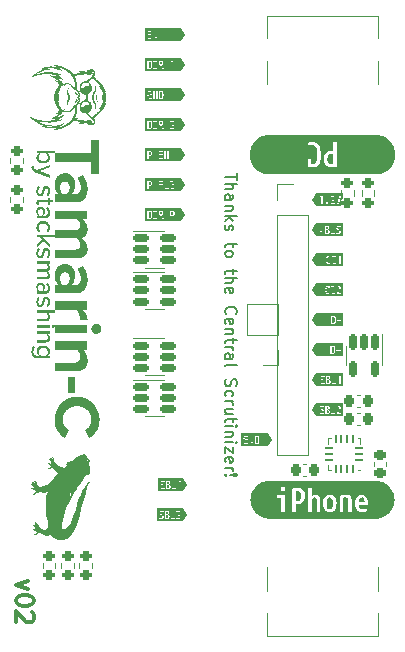
<source format=gto>
G04 #@! TF.GenerationSoftware,KiCad,Pcbnew,8.0.2-8.0.2-0~ubuntu22.04.1*
G04 #@! TF.CreationDate,2024-05-30T19:53:11+02:00*
G04 #@! TF.ProjectId,tamarin-c,74616d61-7269-46e2-9d63-2e6b69636164,rev?*
G04 #@! TF.SameCoordinates,Original*
G04 #@! TF.FileFunction,Legend,Top*
G04 #@! TF.FilePolarity,Positive*
%FSLAX46Y46*%
G04 Gerber Fmt 4.6, Leading zero omitted, Abs format (unit mm)*
G04 Created by KiCad (PCBNEW 8.0.2-8.0.2-0~ubuntu22.04.1) date 2024-05-30 19:53:11*
%MOMM*%
%LPD*%
G01*
G04 APERTURE LIST*
G04 Aperture macros list*
%AMRoundRect*
0 Rectangle with rounded corners*
0 $1 Rounding radius*
0 $2 $3 $4 $5 $6 $7 $8 $9 X,Y pos of 4 corners*
0 Add a 4 corners polygon primitive as box body*
4,1,4,$2,$3,$4,$5,$6,$7,$8,$9,$2,$3,0*
0 Add four circle primitives for the rounded corners*
1,1,$1+$1,$2,$3*
1,1,$1+$1,$4,$5*
1,1,$1+$1,$6,$7*
1,1,$1+$1,$8,$9*
0 Add four rect primitives between the rounded corners*
20,1,$1+$1,$2,$3,$4,$5,0*
20,1,$1+$1,$4,$5,$6,$7,0*
20,1,$1+$1,$6,$7,$8,$9,0*
20,1,$1+$1,$8,$9,$2,$3,0*%
G04 Aperture macros list end*
%ADD10C,0.000000*%
%ADD11C,0.077050*%
%ADD12C,0.150000*%
%ADD13C,0.300000*%
%ADD14C,0.120000*%
%ADD15C,0.650000*%
%ADD16R,0.600000X1.450000*%
%ADD17R,0.300000X1.450000*%
%ADD18O,1.000000X2.100000*%
%ADD19O,1.000000X1.600000*%
%ADD20R,1.700000X1.700000*%
%ADD21O,1.700000X1.700000*%
%ADD22RoundRect,0.200000X-0.275000X0.200000X-0.275000X-0.200000X0.275000X-0.200000X0.275000X0.200000X0*%
%ADD23RoundRect,0.150000X-0.512500X-0.150000X0.512500X-0.150000X0.512500X0.150000X-0.512500X0.150000X0*%
%ADD24RoundRect,0.225000X0.225000X0.250000X-0.225000X0.250000X-0.225000X-0.250000X0.225000X-0.250000X0*%
%ADD25RoundRect,0.225000X-0.250000X0.225000X-0.250000X-0.225000X0.250000X-0.225000X0.250000X0.225000X0*%
%ADD26RoundRect,0.200000X0.275000X-0.200000X0.275000X0.200000X-0.275000X0.200000X-0.275000X-0.200000X0*%
%ADD27RoundRect,0.062500X0.275000X0.062500X-0.275000X0.062500X-0.275000X-0.062500X0.275000X-0.062500X0*%
%ADD28RoundRect,0.062500X0.062500X0.275000X-0.062500X0.275000X-0.062500X-0.275000X0.062500X-0.275000X0*%
%ADD29R,1.450000X1.450000*%
%ADD30RoundRect,0.150000X-0.150000X0.512500X-0.150000X-0.512500X0.150000X-0.512500X0.150000X0.512500X0*%
G04 APERTURE END LIST*
D10*
G36*
X123788855Y-90032933D02*
G01*
X123823930Y-90050483D01*
X123823930Y-90068036D01*
X123859005Y-90506581D01*
X123595897Y-90646940D01*
X123227503Y-90225919D01*
X123438014Y-89875077D01*
X123788855Y-90032933D01*
G37*
G36*
X121631152Y-91032856D02*
G01*
X121438195Y-90997782D01*
X121596077Y-90962676D01*
X121631152Y-91032856D01*
G37*
D11*
X124554151Y-56205774D02*
X124577656Y-56212441D01*
X124773585Y-58400819D02*
X124762210Y-58413559D01*
X124737636Y-58438648D02*
X124724432Y-58450849D01*
X124877411Y-56512276D02*
X124877412Y-56512281D01*
X124877394Y-56512247D02*
X124877399Y-56512253D01*
D10*
G36*
X124648418Y-91541580D02*
G01*
X124367757Y-92173111D01*
X124209875Y-91383697D01*
X124683494Y-91103035D01*
X124648418Y-91541580D01*
G37*
G36*
X124280025Y-89155844D02*
G01*
X123964260Y-89576835D01*
X123595897Y-89278623D01*
X123613419Y-89261100D01*
X123859005Y-89138293D01*
X124280025Y-89155844D01*
G37*
D11*
X124795437Y-56375363D02*
X124808334Y-56392605D01*
D10*
G36*
X122929290Y-92611655D02*
G01*
X122631048Y-92716911D01*
X122595973Y-91857345D01*
X122595972Y-91155664D01*
X122929290Y-92611655D01*
G37*
D11*
X124035356Y-56281286D02*
X124073281Y-56269300D01*
D10*
G36*
X124209875Y-91383697D02*
G01*
X123736227Y-91804718D01*
X123806407Y-90997782D01*
X123859005Y-90506581D01*
X124209875Y-91383697D01*
G37*
D11*
X124877417Y-58237196D02*
X124872910Y-58247410D01*
D10*
G36*
X124753673Y-93751908D02*
G01*
X124437908Y-93874717D01*
X124753673Y-93383513D01*
X124753673Y-93751908D01*
G37*
G36*
X124367757Y-92173111D02*
G01*
X123666046Y-92681835D01*
X123736227Y-91804718D01*
X124209875Y-91383697D01*
X124367757Y-92173111D01*
G37*
D11*
X124615701Y-56226999D02*
X124627788Y-56232676D01*
X124877416Y-56512296D02*
X124877417Y-56512300D01*
D10*
G36*
X123630971Y-94874610D02*
G01*
X123280130Y-94646575D01*
X124069544Y-94365888D01*
X123630971Y-94874610D01*
G37*
D11*
X124200969Y-58529652D02*
X124178134Y-58521067D01*
D10*
G36*
X122946709Y-71464553D02*
G01*
X122792410Y-71464553D01*
X122805657Y-71474205D01*
X122819737Y-71486077D01*
X122834416Y-71500050D01*
X122849462Y-71516005D01*
X122864643Y-71533820D01*
X122879724Y-71553378D01*
X122894474Y-71574559D01*
X122908660Y-71597243D01*
X122922048Y-71621311D01*
X122934407Y-71646644D01*
X122945503Y-71673121D01*
X122955104Y-71700623D01*
X122962976Y-71729032D01*
X122968888Y-71758227D01*
X122972605Y-71788088D01*
X122973568Y-71803232D01*
X122973896Y-71818498D01*
X122973645Y-71833822D01*
X122972899Y-71848749D01*
X122971669Y-71863279D01*
X122969963Y-71877413D01*
X122967792Y-71891151D01*
X122965165Y-71904495D01*
X122962094Y-71917445D01*
X122958587Y-71930002D01*
X122954655Y-71942168D01*
X122950308Y-71953942D01*
X122945555Y-71965325D01*
X122940407Y-71976319D01*
X122934874Y-71986924D01*
X122928965Y-71997140D01*
X122922690Y-72006970D01*
X122916060Y-72016413D01*
X122909084Y-72025471D01*
X122901772Y-72034143D01*
X122894135Y-72042432D01*
X122886182Y-72050338D01*
X122877923Y-72057861D01*
X122869368Y-72065002D01*
X122860527Y-72071763D01*
X122851410Y-72078144D01*
X122842027Y-72084145D01*
X122832389Y-72089768D01*
X122822504Y-72095014D01*
X122812383Y-72099883D01*
X122802035Y-72104376D01*
X122791472Y-72108494D01*
X122780702Y-72112237D01*
X122769736Y-72115607D01*
X122788851Y-72128456D01*
X122807817Y-72143125D01*
X122826483Y-72159517D01*
X122844701Y-72177536D01*
X122862321Y-72197084D01*
X122879194Y-72218066D01*
X122895169Y-72240385D01*
X122910097Y-72263943D01*
X122923829Y-72288645D01*
X122936215Y-72314393D01*
X122947106Y-72341092D01*
X122956352Y-72368644D01*
X122963804Y-72396953D01*
X122969312Y-72425922D01*
X122972726Y-72455455D01*
X122973897Y-72485455D01*
X122973572Y-72504110D01*
X122972595Y-72522218D01*
X122970967Y-72539774D01*
X122968689Y-72556776D01*
X122965761Y-72573222D01*
X122962184Y-72589107D01*
X122957957Y-72604431D01*
X122953082Y-72619188D01*
X122947559Y-72633378D01*
X122941388Y-72646996D01*
X122934570Y-72660040D01*
X122927104Y-72672507D01*
X122918993Y-72684394D01*
X122910235Y-72695698D01*
X122900832Y-72706417D01*
X122890784Y-72716546D01*
X122880091Y-72726085D01*
X122868753Y-72735028D01*
X122856772Y-72743375D01*
X122844148Y-72751121D01*
X122830880Y-72758265D01*
X122816970Y-72764802D01*
X122802418Y-72770731D01*
X122787224Y-72776047D01*
X122771389Y-72780749D01*
X122754913Y-72784834D01*
X122737796Y-72788298D01*
X122720040Y-72791139D01*
X122701644Y-72793353D01*
X122682609Y-72794938D01*
X122642624Y-72796210D01*
X121850912Y-72796210D01*
X121850912Y-72592050D01*
X122581375Y-72592051D01*
X122604693Y-72591381D01*
X122626939Y-72589352D01*
X122637641Y-72587818D01*
X122648053Y-72585933D01*
X122658167Y-72583694D01*
X122667976Y-72581096D01*
X122677472Y-72578136D01*
X122686648Y-72574810D01*
X122695496Y-72571114D01*
X122704009Y-72567045D01*
X122712179Y-72562599D01*
X122720000Y-72557772D01*
X122727463Y-72552561D01*
X122734561Y-72546962D01*
X122741286Y-72540970D01*
X122747632Y-72534583D01*
X122753590Y-72527796D01*
X122759154Y-72520607D01*
X122764315Y-72513010D01*
X122769067Y-72505003D01*
X122773401Y-72496582D01*
X122777311Y-72487743D01*
X122780789Y-72478482D01*
X122783828Y-72468796D01*
X122786419Y-72458680D01*
X122788556Y-72448132D01*
X122790231Y-72437147D01*
X122791437Y-72425722D01*
X122792165Y-72413852D01*
X122792410Y-72401535D01*
X122792186Y-72391118D01*
X122791524Y-72380724D01*
X122790438Y-72370364D01*
X122788940Y-72360048D01*
X122787045Y-72349785D01*
X122784767Y-72339586D01*
X122782119Y-72329460D01*
X122779115Y-72319418D01*
X122775768Y-72309469D01*
X122772093Y-72299623D01*
X122768103Y-72289890D01*
X122763812Y-72280281D01*
X122754381Y-72261471D01*
X122743909Y-72243273D01*
X122732507Y-72225766D01*
X122720284Y-72209030D01*
X122707350Y-72193145D01*
X122693815Y-72178189D01*
X122679788Y-72164242D01*
X122665379Y-72151384D01*
X122650697Y-72139695D01*
X122635853Y-72129253D01*
X121850912Y-72129253D01*
X121850912Y-71925092D01*
X122581375Y-71925092D01*
X122604693Y-71924446D01*
X122626939Y-71922480D01*
X122637641Y-71920989D01*
X122648053Y-71919152D01*
X122658167Y-71916963D01*
X122667975Y-71914417D01*
X122677471Y-71911509D01*
X122686647Y-71908233D01*
X122695495Y-71904584D01*
X122704008Y-71900557D01*
X122712179Y-71896145D01*
X122719999Y-71891344D01*
X122727462Y-71886149D01*
X122734560Y-71880554D01*
X122741286Y-71874553D01*
X122747631Y-71868141D01*
X122753590Y-71861313D01*
X122759153Y-71854063D01*
X122764315Y-71846386D01*
X122769067Y-71838277D01*
X122773401Y-71829730D01*
X122777311Y-71820740D01*
X122780789Y-71811301D01*
X122783827Y-71801409D01*
X122786419Y-71791056D01*
X122788556Y-71780240D01*
X122790231Y-71768952D01*
X122791437Y-71757190D01*
X122792165Y-71744946D01*
X122792410Y-71732216D01*
X122792180Y-71722225D01*
X122791499Y-71712243D01*
X122790382Y-71702280D01*
X122788843Y-71692346D01*
X122786897Y-71682450D01*
X122784559Y-71672601D01*
X122781842Y-71662810D01*
X122778762Y-71653086D01*
X122775333Y-71643438D01*
X122771570Y-71633876D01*
X122763098Y-71615047D01*
X122753463Y-71596677D01*
X122742781Y-71578841D01*
X122731168Y-71561616D01*
X122718742Y-71545077D01*
X122705617Y-71529303D01*
X122691911Y-71514368D01*
X122677739Y-71500349D01*
X122663219Y-71487322D01*
X122648465Y-71475365D01*
X122633596Y-71464553D01*
X121850912Y-71464553D01*
X121850912Y-71260391D01*
X122946709Y-71260391D01*
X122946709Y-71464553D01*
G37*
D11*
X124390945Y-58560118D02*
X124362177Y-58558989D01*
X124673181Y-56258869D02*
X124694116Y-56273722D01*
X124877386Y-56512238D02*
X124877389Y-56512241D01*
D10*
G36*
X125911480Y-88945334D02*
G01*
X125367652Y-89454058D01*
X125455384Y-89033037D01*
X125806225Y-88524313D01*
X125911480Y-88945334D01*
G37*
G36*
X125823748Y-91436324D02*
G01*
X125841300Y-91050409D01*
X125981630Y-90857450D01*
X125823748Y-91436324D01*
G37*
G36*
X125455384Y-89033037D02*
G01*
X125279949Y-88612016D01*
X125806225Y-87717379D01*
X125455384Y-89033037D01*
G37*
D11*
X124859286Y-58274893D02*
X124849009Y-58293629D01*
X125356220Y-57374749D02*
X125459736Y-57652768D01*
D10*
G36*
X122894185Y-88383985D02*
G01*
X122753855Y-88313806D01*
X122929289Y-88296253D01*
X122894185Y-88383985D01*
G37*
G36*
X123157323Y-87927886D02*
G01*
X123087173Y-87980517D01*
X122981918Y-87892782D01*
X123157323Y-87927886D01*
G37*
G36*
X123560791Y-93541396D02*
G01*
X123174875Y-93646654D01*
X123104695Y-93102854D01*
X123560791Y-93541396D01*
G37*
G36*
X122143611Y-74329874D02*
G01*
X122128378Y-74344707D01*
X122113408Y-74361091D01*
X122098800Y-74378927D01*
X122084654Y-74398115D01*
X122071068Y-74418554D01*
X122058143Y-74440145D01*
X122045977Y-74462787D01*
X122034670Y-74486381D01*
X122024321Y-74510825D01*
X122015030Y-74536021D01*
X122006895Y-74561868D01*
X122000017Y-74588266D01*
X121994494Y-74615114D01*
X121990427Y-74642314D01*
X121987913Y-74669764D01*
X121987053Y-74697364D01*
X121987238Y-74711617D01*
X121987789Y-74725442D01*
X121988700Y-74738838D01*
X121989964Y-74751804D01*
X121991575Y-74764337D01*
X121993527Y-74776437D01*
X121995814Y-74788101D01*
X121998430Y-74799328D01*
X122001368Y-74810116D01*
X122004622Y-74820464D01*
X122008186Y-74830369D01*
X122012054Y-74839831D01*
X122016219Y-74848847D01*
X122020676Y-74857416D01*
X122025417Y-74865537D01*
X122030437Y-74873207D01*
X122035730Y-74880425D01*
X122041290Y-74887189D01*
X122047109Y-74893498D01*
X122053183Y-74899350D01*
X122059504Y-74904743D01*
X122066067Y-74909676D01*
X122072865Y-74914147D01*
X122079892Y-74918155D01*
X122087142Y-74921697D01*
X122094609Y-74924772D01*
X122102286Y-74927379D01*
X122110168Y-74929515D01*
X122118247Y-74931180D01*
X122126518Y-74932371D01*
X122134975Y-74933087D01*
X122143611Y-74933326D01*
X122153606Y-74932963D01*
X122163187Y-74931890D01*
X122172369Y-74930126D01*
X122181163Y-74927690D01*
X122189582Y-74924604D01*
X122197638Y-74920886D01*
X122205343Y-74916556D01*
X122212711Y-74911635D01*
X122219753Y-74906143D01*
X122226482Y-74900099D01*
X122232910Y-74893523D01*
X122239050Y-74886436D01*
X122250515Y-74870805D01*
X122260977Y-74853367D01*
X122270535Y-74834281D01*
X122279288Y-74813706D01*
X122287336Y-74791801D01*
X122294778Y-74768726D01*
X122301715Y-74744641D01*
X122308244Y-74719705D01*
X122320482Y-74667916D01*
X122337341Y-74597130D01*
X122346663Y-74561535D01*
X122356929Y-74526295D01*
X122368403Y-74491773D01*
X122381347Y-74458335D01*
X122388453Y-74442137D01*
X122396025Y-74426348D01*
X122404096Y-74411012D01*
X122412699Y-74396176D01*
X122421867Y-74381885D01*
X122431633Y-74368184D01*
X122442028Y-74355121D01*
X122453088Y-74342739D01*
X122464843Y-74331086D01*
X122477327Y-74320206D01*
X122490574Y-74310146D01*
X122504615Y-74300951D01*
X122519484Y-74292666D01*
X122535213Y-74285338D01*
X122551835Y-74279012D01*
X122569384Y-74273733D01*
X122587892Y-74269548D01*
X122607391Y-74266502D01*
X122627916Y-74264641D01*
X122649497Y-74264011D01*
X122665791Y-74264449D01*
X122681916Y-74265758D01*
X122697850Y-74267934D01*
X122713570Y-74270970D01*
X122729052Y-74274860D01*
X122744275Y-74279598D01*
X122759215Y-74285179D01*
X122773850Y-74291597D01*
X122788156Y-74298846D01*
X122802110Y-74306920D01*
X122815691Y-74315813D01*
X122828874Y-74325519D01*
X122841637Y-74336033D01*
X122853957Y-74347349D01*
X122865811Y-74359460D01*
X122877177Y-74372362D01*
X122888031Y-74386047D01*
X122898351Y-74400511D01*
X122908113Y-74415748D01*
X122917295Y-74431751D01*
X122925874Y-74448515D01*
X122933827Y-74466034D01*
X122941131Y-74484302D01*
X122947764Y-74503313D01*
X122953702Y-74523062D01*
X122958922Y-74543543D01*
X122963402Y-74564749D01*
X122967119Y-74586675D01*
X122970050Y-74609315D01*
X122972171Y-74632664D01*
X122973461Y-74656714D01*
X122973896Y-74681462D01*
X122973110Y-74716168D01*
X122970800Y-74749663D01*
X122967035Y-74781958D01*
X122961885Y-74813068D01*
X122955418Y-74843006D01*
X122947705Y-74871786D01*
X122938816Y-74899422D01*
X122928819Y-74925928D01*
X122917785Y-74951316D01*
X122905783Y-74975602D01*
X122892883Y-74998798D01*
X122879153Y-75020918D01*
X122864665Y-75041975D01*
X122849486Y-75061985D01*
X122833688Y-75080959D01*
X122817339Y-75098912D01*
X122674427Y-75008220D01*
X122688644Y-74995614D01*
X122702330Y-74981691D01*
X122715431Y-74966514D01*
X122727894Y-74950145D01*
X122739666Y-74932648D01*
X122750693Y-74914086D01*
X122760922Y-74894521D01*
X122770301Y-74874016D01*
X122778775Y-74852635D01*
X122786292Y-74830441D01*
X122792799Y-74807496D01*
X122798241Y-74783864D01*
X122802567Y-74759607D01*
X122805723Y-74734788D01*
X122807656Y-74709471D01*
X122808312Y-74683718D01*
X122808153Y-74670898D01*
X122807678Y-74658389D01*
X122806892Y-74646199D01*
X122805798Y-74634333D01*
X122804400Y-74622799D01*
X122802701Y-74611601D01*
X122800706Y-74600747D01*
X122798418Y-74590242D01*
X122795840Y-74580093D01*
X122792978Y-74570305D01*
X122789833Y-74560886D01*
X122786411Y-74551842D01*
X122782715Y-74543178D01*
X122778748Y-74534900D01*
X122774515Y-74527016D01*
X122770019Y-74519531D01*
X122765264Y-74512451D01*
X122760253Y-74505783D01*
X122754991Y-74499534D01*
X122749481Y-74493708D01*
X122743727Y-74488312D01*
X122737733Y-74483353D01*
X122731502Y-74478837D01*
X122725038Y-74474770D01*
X122718346Y-74471158D01*
X122711428Y-74468007D01*
X122704288Y-74465324D01*
X122696931Y-74463115D01*
X122689360Y-74461386D01*
X122681579Y-74460144D01*
X122673591Y-74459393D01*
X122665400Y-74459142D01*
X122656649Y-74459484D01*
X122648258Y-74460500D01*
X122640217Y-74462171D01*
X122632512Y-74464477D01*
X122625133Y-74467402D01*
X122618069Y-74470927D01*
X122611306Y-74475034D01*
X122604835Y-74479704D01*
X122598642Y-74484919D01*
X122592718Y-74490661D01*
X122581625Y-74503652D01*
X122571463Y-74518531D01*
X122562140Y-74535151D01*
X122553562Y-74553367D01*
X122545636Y-74573032D01*
X122538270Y-74594000D01*
X122531371Y-74616125D01*
X122518602Y-74663259D01*
X122506585Y-74713265D01*
X122489626Y-74785901D01*
X122480128Y-74822535D01*
X122469579Y-74858865D01*
X122457700Y-74894506D01*
X122444211Y-74929072D01*
X122436776Y-74945831D01*
X122428834Y-74962176D01*
X122420349Y-74978060D01*
X122411289Y-74993434D01*
X122401616Y-75008250D01*
X122391297Y-75022459D01*
X122380297Y-75036014D01*
X122368580Y-75048866D01*
X122356112Y-75060967D01*
X122342858Y-75072269D01*
X122328783Y-75082723D01*
X122313852Y-75092282D01*
X122298031Y-75100896D01*
X122281284Y-75108519D01*
X122263576Y-75115101D01*
X122244873Y-75120594D01*
X122225140Y-75124951D01*
X122204342Y-75128123D01*
X122182443Y-75130061D01*
X122159410Y-75130718D01*
X122141883Y-75130266D01*
X122124616Y-75128915D01*
X122107626Y-75126666D01*
X122090935Y-75123525D01*
X122074560Y-75119495D01*
X122058523Y-75114579D01*
X122042842Y-75108782D01*
X122027537Y-75102107D01*
X122012627Y-75094558D01*
X121998132Y-75086139D01*
X121984072Y-75076854D01*
X121970465Y-75066705D01*
X121957332Y-75055697D01*
X121944692Y-75043835D01*
X121932565Y-75031120D01*
X121920969Y-75017558D01*
X121909925Y-75003152D01*
X121899452Y-74987906D01*
X121889570Y-74971823D01*
X121880298Y-74954908D01*
X121871655Y-74937163D01*
X121863662Y-74918594D01*
X121856337Y-74899203D01*
X121849701Y-74878994D01*
X121843772Y-74857971D01*
X121838570Y-74836138D01*
X121834115Y-74813499D01*
X121830426Y-74790057D01*
X121825425Y-74740780D01*
X121823724Y-74688337D01*
X121824388Y-74654139D01*
X121826379Y-74620515D01*
X121829698Y-74587504D01*
X121834346Y-74555147D01*
X121840321Y-74523482D01*
X121847626Y-74492551D01*
X121856260Y-74462392D01*
X121866223Y-74433046D01*
X121877516Y-74404552D01*
X121890139Y-74376951D01*
X121904093Y-74350281D01*
X121919376Y-74324583D01*
X121935991Y-74299898D01*
X121953937Y-74276263D01*
X121973214Y-74253720D01*
X121993824Y-74232309D01*
X122143611Y-74329874D01*
G37*
G36*
X125332576Y-89839974D02*
G01*
X125209769Y-89892601D01*
X125209769Y-89682091D01*
X125367652Y-89454058D01*
X125332576Y-89839974D01*
G37*
G36*
X123420461Y-88769901D02*
G01*
X123192398Y-88734825D01*
X123280130Y-88541868D01*
X123385385Y-88296253D01*
X123420461Y-88769901D01*
G37*
D11*
X124784354Y-58388048D02*
X124773585Y-58400819D01*
X124732491Y-56305981D02*
X124749944Y-56323006D01*
X124225337Y-58537192D02*
X124200969Y-58529652D01*
X125235971Y-57963382D02*
X124986259Y-58176326D01*
D10*
G36*
X125455384Y-91962601D02*
G01*
X125297501Y-92208187D01*
X125244874Y-91927525D01*
X125385204Y-91506506D01*
X125455384Y-91962601D01*
G37*
D11*
X124225341Y-56212297D02*
X124251014Y-56205805D01*
D10*
G36*
X121806588Y-93944864D02*
G01*
X121894291Y-93979970D01*
X121876739Y-94155376D01*
X121718856Y-94067673D01*
X121613601Y-93979970D01*
X121631153Y-93892240D01*
X121806588Y-93944864D01*
G37*
G36*
X123438013Y-89875077D02*
G01*
X122859110Y-90138216D01*
X123192399Y-89664568D01*
X123438013Y-89875077D01*
G37*
G36*
X124455460Y-89489132D02*
G01*
X124315129Y-89541761D01*
X124437908Y-89138293D01*
X124946631Y-88962857D01*
X124455460Y-89489132D01*
G37*
D11*
X124877414Y-56512285D02*
X124877415Y-56512289D01*
D10*
G36*
X125893927Y-89120740D02*
G01*
X125402727Y-89892601D01*
X125332576Y-89839974D01*
X125367652Y-89454058D01*
X125911480Y-88945336D01*
X125893927Y-89120740D01*
G37*
D11*
X124804087Y-58362707D02*
X124784354Y-58388048D01*
D10*
G36*
X125981630Y-88278727D02*
G01*
X125929003Y-88348877D01*
X125806225Y-88524313D01*
X125455384Y-89033037D01*
X125683418Y-88436610D01*
X125893928Y-87910335D01*
X125981630Y-88278727D01*
G37*
G36*
X122297759Y-93962419D02*
G01*
X122245132Y-94243106D01*
X122087250Y-93769458D01*
X122297759Y-93962419D01*
G37*
G36*
X125227321Y-93611576D02*
G01*
X124753673Y-93751908D01*
X124753673Y-93383513D01*
X125034364Y-93120377D01*
X125227321Y-93611576D01*
G37*
G36*
X123859004Y-88840081D02*
G01*
X123859004Y-89138293D01*
X123613419Y-89261100D01*
X123666046Y-88840081D01*
X123718674Y-88559391D01*
X123859004Y-88840081D01*
G37*
G36*
X125402727Y-89892601D02*
G01*
X125315024Y-90032933D01*
X125192246Y-90085559D01*
X125209769Y-89892601D01*
X125332576Y-89839974D01*
X125402727Y-89892601D01*
G37*
D11*
X124448048Y-56190386D02*
X124475929Y-56192556D01*
D10*
G36*
X121683780Y-93523873D02*
G01*
X121560973Y-93471248D01*
X121753959Y-93453698D01*
X121683780Y-93523873D01*
G37*
G36*
X123104696Y-90892526D02*
G01*
X123367834Y-91120559D01*
X123350281Y-91155664D01*
X122946813Y-91383697D01*
X122771408Y-90804823D01*
X123104696Y-90892526D01*
G37*
D11*
X124125470Y-58498193D02*
X124080452Y-58482545D01*
X124333571Y-58556773D02*
X124305356Y-58553479D01*
D10*
G36*
X123139800Y-91962601D02*
G01*
X122946813Y-91383697D01*
X123350281Y-91155664D01*
X123139800Y-91962601D01*
G37*
D11*
X124766249Y-56340372D02*
X124781411Y-56357888D01*
D10*
G36*
X122771407Y-90804823D02*
G01*
X122420567Y-90874973D01*
X122578420Y-90541684D01*
X122771407Y-90804823D01*
G37*
G36*
X123227503Y-90225919D02*
G01*
X123016992Y-90594313D01*
X122859110Y-90138216D01*
X123438013Y-89875077D01*
X123227503Y-90225919D01*
G37*
D11*
X124073281Y-56269300D02*
X124107526Y-56257787D01*
D10*
G36*
X126069333Y-89208473D02*
G01*
X126034258Y-89383879D01*
X125613237Y-90032933D01*
X125893927Y-89120740D01*
X126069333Y-89208473D01*
G37*
G36*
X124806301Y-90489058D02*
G01*
X124718598Y-90664463D01*
X124683494Y-90313622D01*
X124876481Y-90173292D01*
X124806301Y-90489058D01*
G37*
D11*
X123802360Y-56440377D02*
X123832828Y-56339306D01*
D10*
G36*
X122143611Y-64951220D02*
G01*
X122128378Y-64966069D01*
X122113408Y-64982466D01*
X122098800Y-65000312D01*
X122084654Y-65019505D01*
X122071068Y-65039948D01*
X122058143Y-65061541D01*
X122045977Y-65084184D01*
X122034670Y-65107777D01*
X122024321Y-65132222D01*
X122015030Y-65157418D01*
X122006895Y-65183267D01*
X122000017Y-65209668D01*
X121994494Y-65236522D01*
X121990427Y-65263731D01*
X121987913Y-65291194D01*
X121987053Y-65318811D01*
X121987238Y-65333054D01*
X121987789Y-65346871D01*
X121988700Y-65360259D01*
X121989964Y-65373217D01*
X121991575Y-65385744D01*
X121993527Y-65397837D01*
X121995814Y-65409495D01*
X121998430Y-65420717D01*
X122001368Y-65431500D01*
X122004622Y-65441843D01*
X122008186Y-65451744D01*
X122012054Y-65461202D01*
X122016219Y-65470215D01*
X122020676Y-65478781D01*
X122025417Y-65486899D01*
X122030437Y-65494567D01*
X122035730Y-65501782D01*
X122041290Y-65508545D01*
X122047109Y-65514852D01*
X122053183Y-65520703D01*
X122059504Y-65526095D01*
X122066067Y-65531027D01*
X122072865Y-65535497D01*
X122079892Y-65539504D01*
X122087142Y-65543046D01*
X122094609Y-65546121D01*
X122102286Y-65548727D01*
X122110168Y-65550864D01*
X122118247Y-65552528D01*
X122126518Y-65553719D01*
X122134975Y-65554435D01*
X122143611Y-65554674D01*
X122153606Y-65554312D01*
X122163187Y-65553238D01*
X122172369Y-65551474D01*
X122181163Y-65549038D01*
X122189582Y-65545952D01*
X122197638Y-65542234D01*
X122205343Y-65537904D01*
X122212711Y-65532983D01*
X122219753Y-65527491D01*
X122226482Y-65521447D01*
X122232910Y-65514871D01*
X122239050Y-65507783D01*
X122250515Y-65492153D01*
X122260977Y-65474715D01*
X122270535Y-65455628D01*
X122279288Y-65435053D01*
X122287336Y-65413148D01*
X122294778Y-65390074D01*
X122301715Y-65365988D01*
X122308244Y-65341052D01*
X122320482Y-65289265D01*
X122337341Y-65218511D01*
X122346663Y-65182930D01*
X122356929Y-65147700D01*
X122368403Y-65113188D01*
X122381347Y-65079758D01*
X122388453Y-65063564D01*
X122396025Y-65047777D01*
X122404096Y-65032444D01*
X122412699Y-65017610D01*
X122421867Y-65003321D01*
X122431633Y-64989623D01*
X122442028Y-64976561D01*
X122453088Y-64964181D01*
X122464843Y-64952529D01*
X122477327Y-64941650D01*
X122490574Y-64931591D01*
X122504615Y-64922396D01*
X122519484Y-64914112D01*
X122535213Y-64906784D01*
X122551835Y-64900458D01*
X122569384Y-64895180D01*
X122587892Y-64890995D01*
X122607391Y-64887949D01*
X122627916Y-64886088D01*
X122649497Y-64885458D01*
X122665791Y-64885895D01*
X122681916Y-64887204D01*
X122697850Y-64889378D01*
X122713570Y-64892412D01*
X122729052Y-64896300D01*
X122744275Y-64901036D01*
X122759215Y-64906615D01*
X122773850Y-64913030D01*
X122788156Y-64920275D01*
X122802110Y-64928346D01*
X122815691Y-64937236D01*
X122828874Y-64946939D01*
X122841637Y-64957450D01*
X122853957Y-64968763D01*
X122865811Y-64980872D01*
X122877177Y-64993771D01*
X122888031Y-65007455D01*
X122898351Y-65021917D01*
X122908113Y-65037152D01*
X122917295Y-65053154D01*
X122925874Y-65069918D01*
X122933827Y-65087437D01*
X122941131Y-65105706D01*
X122947764Y-65124719D01*
X122953702Y-65144470D01*
X122958922Y-65164953D01*
X122963402Y-65186163D01*
X122967119Y-65208094D01*
X122970050Y-65230740D01*
X122972171Y-65254095D01*
X122973461Y-65278153D01*
X122973896Y-65302909D01*
X122973110Y-65337599D01*
X122970800Y-65371081D01*
X122967035Y-65403368D01*
X122961885Y-65434473D01*
X122955418Y-65464409D01*
X122947705Y-65493190D01*
X122938816Y-65520828D01*
X122928819Y-65547338D01*
X122917785Y-65572732D01*
X122905783Y-65597024D01*
X122892883Y-65620226D01*
X122879153Y-65642352D01*
X122864665Y-65663416D01*
X122849486Y-65683429D01*
X122833688Y-65702407D01*
X122817339Y-65720361D01*
X122674427Y-65629566D01*
X122688644Y-65616978D01*
X122702330Y-65603071D01*
X122715431Y-65587907D01*
X122727894Y-65571549D01*
X122739666Y-65554062D01*
X122750693Y-65535508D01*
X122760922Y-65515950D01*
X122770301Y-65495451D01*
X122778775Y-65474074D01*
X122786292Y-65451883D01*
X122792799Y-65428941D01*
X122798241Y-65405310D01*
X122802567Y-65381055D01*
X122805723Y-65356237D01*
X122807656Y-65330920D01*
X122808312Y-65305167D01*
X122808153Y-65292346D01*
X122807678Y-65279838D01*
X122806892Y-65267647D01*
X122805798Y-65255782D01*
X122804400Y-65244247D01*
X122802701Y-65233049D01*
X122800706Y-65222195D01*
X122798418Y-65211690D01*
X122795840Y-65201541D01*
X122792978Y-65191753D01*
X122789833Y-65182334D01*
X122786411Y-65173290D01*
X122782715Y-65164625D01*
X122778748Y-65156348D01*
X122774515Y-65148464D01*
X122770019Y-65140979D01*
X122765264Y-65133899D01*
X122760253Y-65127231D01*
X122754991Y-65120981D01*
X122749481Y-65115155D01*
X122743727Y-65109760D01*
X122737733Y-65104801D01*
X122731502Y-65100285D01*
X122725038Y-65096218D01*
X122718346Y-65092606D01*
X122711428Y-65089455D01*
X122704288Y-65086772D01*
X122696931Y-65084563D01*
X122689360Y-65082834D01*
X122681579Y-65081591D01*
X122673591Y-65080841D01*
X122665400Y-65080590D01*
X122656649Y-65080932D01*
X122648258Y-65081948D01*
X122640217Y-65083618D01*
X122632512Y-65085925D01*
X122625133Y-65088850D01*
X122618069Y-65092374D01*
X122611306Y-65096481D01*
X122604835Y-65101150D01*
X122598642Y-65106364D01*
X122592718Y-65112105D01*
X122581625Y-65125094D01*
X122571463Y-65139970D01*
X122562140Y-65156586D01*
X122553562Y-65174796D01*
X122545636Y-65194454D01*
X122538270Y-65215414D01*
X122531371Y-65237529D01*
X122518602Y-65284638D01*
X122506585Y-65334611D01*
X122489626Y-65407276D01*
X122480128Y-65443919D01*
X122469579Y-65480254D01*
X122457700Y-65515897D01*
X122444211Y-65550462D01*
X122436776Y-65567220D01*
X122428834Y-65583564D01*
X122420349Y-65599446D01*
X122411289Y-65614818D01*
X122401616Y-65629631D01*
X122391297Y-65643837D01*
X122380297Y-65657389D01*
X122368580Y-65670238D01*
X122356112Y-65682336D01*
X122342858Y-65693634D01*
X122328783Y-65704085D01*
X122313852Y-65713640D01*
X122298031Y-65722252D01*
X122281284Y-65729872D01*
X122263576Y-65736451D01*
X122244873Y-65741942D01*
X122225140Y-65746297D01*
X122204342Y-65749467D01*
X122182443Y-65751405D01*
X122159410Y-65752061D01*
X122141883Y-65751610D01*
X122124616Y-65750258D01*
X122107626Y-65748010D01*
X122090935Y-65744869D01*
X122074560Y-65740838D01*
X122058523Y-65735923D01*
X122042842Y-65730126D01*
X122027537Y-65723451D01*
X122012627Y-65715902D01*
X121998132Y-65707483D01*
X121984072Y-65698197D01*
X121970465Y-65688048D01*
X121957332Y-65677041D01*
X121944692Y-65665178D01*
X121932565Y-65652464D01*
X121920969Y-65638902D01*
X121909925Y-65624495D01*
X121899452Y-65609249D01*
X121889570Y-65593166D01*
X121880298Y-65576251D01*
X121871655Y-65558507D01*
X121863662Y-65539937D01*
X121856337Y-65520546D01*
X121849701Y-65500337D01*
X121843772Y-65479314D01*
X121838570Y-65457481D01*
X121834115Y-65434842D01*
X121830426Y-65411400D01*
X121825425Y-65362123D01*
X121823724Y-65309681D01*
X121824388Y-65275501D01*
X121826379Y-65241892D01*
X121829698Y-65208895D01*
X121834346Y-65176548D01*
X121840321Y-65144892D01*
X121847626Y-65113967D01*
X121856260Y-65083812D01*
X121866223Y-65054467D01*
X121877516Y-65025972D01*
X121890139Y-64998367D01*
X121904093Y-64971692D01*
X121919376Y-64945986D01*
X121935991Y-64921290D01*
X121953937Y-64897642D01*
X121973214Y-64875084D01*
X121993824Y-64853654D01*
X122143611Y-64951220D01*
G37*
G36*
X122946813Y-91383697D02*
G01*
X122595972Y-91155664D01*
X122771407Y-90804823D01*
X122946813Y-91383697D01*
G37*
G36*
X126227245Y-90190843D02*
G01*
X125911480Y-90348698D01*
X126069333Y-90103112D01*
X126227245Y-90190843D01*
G37*
D11*
X124750228Y-58426193D02*
X124737636Y-58438648D01*
D10*
G36*
X124981737Y-90453954D02*
G01*
X124858929Y-90752196D01*
X124806301Y-90489058D01*
X124876481Y-90173292D01*
X125174694Y-89752271D01*
X125209770Y-89682091D01*
X124981737Y-90453954D01*
G37*
G36*
X123385385Y-91138111D02*
G01*
X123736227Y-91804718D01*
X123104695Y-92559028D01*
X123139800Y-91962601D01*
X123350281Y-91155664D01*
X123367833Y-91120559D01*
X123385385Y-91138111D01*
G37*
D11*
X124277759Y-58549113D02*
X124251010Y-58543682D01*
X124362176Y-56190492D02*
X124390942Y-56189361D01*
D10*
G36*
X123104695Y-88068220D02*
G01*
X123192399Y-88313806D01*
X123034546Y-88243624D01*
X122981918Y-88085741D01*
X122859111Y-88015589D01*
X123034546Y-88015589D01*
X123104695Y-88068220D01*
G37*
G36*
X125981630Y-88454135D02*
G01*
X126034258Y-88857602D01*
X125911480Y-88945336D01*
X125806225Y-88524313D01*
X125929003Y-88348877D01*
X125981630Y-88454135D01*
G37*
G36*
X123859005Y-89138293D02*
G01*
X123859005Y-88840081D01*
X124122143Y-88787452D01*
X123859005Y-89138293D01*
G37*
G36*
X124999259Y-94067673D02*
G01*
X124736121Y-94506247D01*
X124753673Y-93751908D01*
X125227321Y-93611576D01*
X124999259Y-94067673D01*
G37*
G36*
X121613601Y-90103112D02*
G01*
X121771483Y-90348698D01*
X121578526Y-90331175D01*
X121490823Y-90155739D01*
X121332940Y-90120663D01*
X121525898Y-90068036D01*
X121613601Y-90103112D01*
G37*
G36*
X121718855Y-90050483D02*
G01*
X121771483Y-90348698D01*
X121613600Y-90103112D01*
X121560973Y-90015409D01*
X121420642Y-89945230D01*
X121631153Y-89945230D01*
X121718855Y-90050483D01*
G37*
D11*
X124781411Y-56357888D02*
X124795437Y-56375363D01*
D10*
G36*
X121894292Y-93383513D02*
G01*
X121946919Y-93506327D01*
X122017070Y-93646654D01*
X122017069Y-93664205D01*
X121841664Y-93558951D01*
X121824112Y-93436142D01*
X121683781Y-93348439D01*
X121894292Y-93383513D01*
G37*
D11*
X124681123Y-58485189D02*
X124665446Y-58495635D01*
X124865785Y-56487292D02*
X124869772Y-56495449D01*
D10*
G36*
X125613237Y-92260813D02*
G01*
X125490459Y-92804639D01*
X125297501Y-92208187D01*
X125613237Y-92260813D01*
G37*
D11*
X124762210Y-58413559D02*
X124750228Y-58426193D01*
D10*
G36*
X124402832Y-88857602D02*
G01*
X124244950Y-88822528D01*
X124420385Y-88506760D01*
X125279949Y-88331356D01*
X124402832Y-88857602D01*
G37*
G36*
X123999364Y-93488771D02*
G01*
X123560791Y-93541396D01*
X123104695Y-93102854D01*
X123666045Y-92681835D01*
X123999364Y-93488771D01*
G37*
D11*
X124821428Y-58338128D02*
X124804087Y-58362707D01*
D10*
G36*
X123364059Y-69241255D02*
G01*
X122390861Y-69241255D01*
X122946710Y-69769814D01*
X122946710Y-70026194D01*
X122449851Y-69554369D01*
X121850912Y-70030709D01*
X121850912Y-69772174D01*
X122322739Y-69406841D01*
X122154896Y-69241255D01*
X121850912Y-69241255D01*
X121850912Y-69037095D01*
X123364059Y-69037095D01*
X123364059Y-69241255D01*
G37*
G36*
X126094005Y-67656625D02*
G01*
X125746594Y-67656625D01*
X125777585Y-67680095D01*
X125810270Y-67708982D01*
X125844140Y-67743012D01*
X125878685Y-67781909D01*
X125913394Y-67825398D01*
X125947759Y-67873202D01*
X125981270Y-67925047D01*
X126013417Y-67980656D01*
X126043691Y-68039756D01*
X126071582Y-68102069D01*
X126096580Y-68167322D01*
X126118175Y-68235237D01*
X126135859Y-68305541D01*
X126149121Y-68377956D01*
X126157452Y-68452209D01*
X126160343Y-68528023D01*
X126159811Y-68564311D01*
X126158224Y-68599757D01*
X126155592Y-68634362D01*
X126151928Y-68668123D01*
X126147240Y-68701040D01*
X126141542Y-68733111D01*
X126134844Y-68764337D01*
X126127158Y-68794715D01*
X126118493Y-68824244D01*
X126108862Y-68852925D01*
X126098276Y-68880755D01*
X126086746Y-68907734D01*
X126074282Y-68933860D01*
X126060897Y-68959133D01*
X126046601Y-68983552D01*
X126031405Y-69007116D01*
X126015321Y-69029823D01*
X125998359Y-69051673D01*
X125980532Y-69072664D01*
X125961849Y-69092797D01*
X125942322Y-69112068D01*
X125921963Y-69130479D01*
X125900782Y-69148027D01*
X125878790Y-69164712D01*
X125855999Y-69180532D01*
X125832420Y-69195488D01*
X125808064Y-69209576D01*
X125782941Y-69222798D01*
X125757064Y-69235151D01*
X125730444Y-69246634D01*
X125703091Y-69257248D01*
X125675016Y-69266989D01*
X125720456Y-69298229D01*
X125765541Y-69333917D01*
X125809914Y-69373841D01*
X125853221Y-69417792D01*
X125895107Y-69465559D01*
X125935215Y-69516930D01*
X125973190Y-69571696D01*
X126008678Y-69629644D01*
X126041321Y-69690565D01*
X126070765Y-69754247D01*
X126096655Y-69820480D01*
X126118635Y-69889053D01*
X126136349Y-69959756D01*
X126149442Y-70032376D01*
X126157558Y-70106704D01*
X126160343Y-70182529D01*
X126157297Y-70272208D01*
X126153481Y-70315260D01*
X126148132Y-70357096D01*
X126141242Y-70397701D01*
X126132808Y-70437057D01*
X126122824Y-70475147D01*
X126111286Y-70511953D01*
X126098188Y-70547459D01*
X126083525Y-70581647D01*
X126067293Y-70614500D01*
X126049487Y-70646001D01*
X126030100Y-70676132D01*
X126009130Y-70704878D01*
X125986570Y-70732219D01*
X125962415Y-70758140D01*
X125936661Y-70782623D01*
X125909303Y-70805651D01*
X125880336Y-70827207D01*
X125849754Y-70847273D01*
X125817552Y-70865832D01*
X125783727Y-70882868D01*
X125748272Y-70898363D01*
X125711183Y-70912299D01*
X125672454Y-70924661D01*
X125632081Y-70935430D01*
X125590060Y-70944589D01*
X125546384Y-70952121D01*
X125501048Y-70958010D01*
X125454049Y-70962237D01*
X125405381Y-70964786D01*
X125355038Y-70965639D01*
X123430432Y-70965639D01*
X123430432Y-70259842D01*
X125112371Y-70259842D01*
X125158036Y-70258531D01*
X125201868Y-70254535D01*
X125243716Y-70247756D01*
X125263847Y-70243293D01*
X125283425Y-70238098D01*
X125302429Y-70232159D01*
X125320840Y-70225465D01*
X125338640Y-70218003D01*
X125355809Y-70209760D01*
X125372328Y-70200726D01*
X125388178Y-70190887D01*
X125403339Y-70180233D01*
X125417792Y-70168750D01*
X125431519Y-70156427D01*
X125444499Y-70143251D01*
X125456713Y-70129212D01*
X125468143Y-70114295D01*
X125478769Y-70098491D01*
X125488572Y-70081785D01*
X125497532Y-70064167D01*
X125505631Y-70045625D01*
X125512849Y-70026146D01*
X125519167Y-70005718D01*
X125524566Y-69984329D01*
X125529026Y-69961967D01*
X125532529Y-69938621D01*
X125535055Y-69914277D01*
X125536584Y-69888924D01*
X125537098Y-69862550D01*
X125536619Y-69839418D01*
X125535204Y-69816555D01*
X125532887Y-69793972D01*
X125529703Y-69771682D01*
X125525686Y-69749695D01*
X125520871Y-69728022D01*
X125515291Y-69706674D01*
X125508983Y-69685662D01*
X125501978Y-69664998D01*
X125494314Y-69644693D01*
X125486022Y-69624757D01*
X125477139Y-69605201D01*
X125467698Y-69586038D01*
X125457734Y-69567277D01*
X125436373Y-69531009D01*
X125413331Y-69496485D01*
X125388884Y-69463796D01*
X125363307Y-69433028D01*
X125336874Y-69404272D01*
X125309861Y-69377616D01*
X125282544Y-69353148D01*
X125255196Y-69330958D01*
X125228093Y-69311134D01*
X123430432Y-69311134D01*
X123430432Y-68605336D01*
X125112371Y-68605336D01*
X125158036Y-68604025D01*
X125201868Y-68600029D01*
X125243716Y-68593251D01*
X125263847Y-68588789D01*
X125283425Y-68583595D01*
X125302429Y-68577658D01*
X125320840Y-68570966D01*
X125338640Y-68563506D01*
X125355809Y-68555267D01*
X125372328Y-68546236D01*
X125388178Y-68536402D01*
X125403339Y-68525752D01*
X125417792Y-68514275D01*
X125431519Y-68501958D01*
X125444499Y-68488789D01*
X125456713Y-68474757D01*
X125468143Y-68459850D01*
X125478769Y-68444055D01*
X125488572Y-68427360D01*
X125497532Y-68409754D01*
X125505631Y-68391224D01*
X125512849Y-68371759D01*
X125519167Y-68351345D01*
X125524566Y-68329973D01*
X125529026Y-68307628D01*
X125532529Y-68284300D01*
X125535055Y-68259977D01*
X125536584Y-68234645D01*
X125537098Y-68208294D01*
X125536619Y-68185659D01*
X125535202Y-68163260D01*
X125532882Y-68141108D01*
X125529692Y-68119215D01*
X125525665Y-68097591D01*
X125520834Y-68076249D01*
X125515234Y-68055198D01*
X125508897Y-68034452D01*
X125501856Y-68014019D01*
X125494146Y-67993913D01*
X125485799Y-67974143D01*
X125476850Y-67954721D01*
X125467330Y-67935659D01*
X125457274Y-67916967D01*
X125435687Y-67880740D01*
X125412354Y-67846129D01*
X125387544Y-67813224D01*
X125361524Y-67782114D01*
X125334559Y-67752888D01*
X125306919Y-67725637D01*
X125278868Y-67700450D01*
X125250675Y-67677416D01*
X125222607Y-67656625D01*
X123430432Y-67656625D01*
X123430432Y-66956316D01*
X126094005Y-66956316D01*
X126094005Y-67656625D01*
G37*
G36*
X122017069Y-94278185D02*
G01*
X121753961Y-94453591D01*
X121718856Y-94383438D01*
X121876739Y-94155376D01*
X122017069Y-94278185D01*
G37*
G36*
X122946711Y-66051532D02*
G01*
X123246181Y-66051532D01*
X123246181Y-66255693D01*
X122946711Y-66255693D01*
X122946711Y-66478013D01*
X122767481Y-66478013D01*
X122767481Y-66255693D01*
X122138994Y-66255693D01*
X122131823Y-66255799D01*
X122124778Y-66256118D01*
X122117867Y-66256649D01*
X122111095Y-66257391D01*
X122104471Y-66258344D01*
X122098000Y-66259508D01*
X122091688Y-66260883D01*
X122085543Y-66262467D01*
X122079571Y-66264261D01*
X122073779Y-66266264D01*
X122068174Y-66268475D01*
X122062761Y-66270895D01*
X122057548Y-66273523D01*
X122052541Y-66276358D01*
X122047747Y-66279400D01*
X122043172Y-66282649D01*
X122038823Y-66286104D01*
X122034707Y-66289764D01*
X122030830Y-66293630D01*
X122027199Y-66297701D01*
X122023821Y-66301977D01*
X122020702Y-66306457D01*
X122017848Y-66311140D01*
X122015266Y-66316027D01*
X122012964Y-66321116D01*
X122010947Y-66326408D01*
X122009222Y-66331903D01*
X122007796Y-66337598D01*
X122006676Y-66343495D01*
X122005867Y-66349593D01*
X122005377Y-66355891D01*
X122005212Y-66362390D01*
X122005447Y-66371258D01*
X122006134Y-66379993D01*
X122007246Y-66388570D01*
X122008757Y-66396961D01*
X122010640Y-66405140D01*
X122012868Y-66413080D01*
X122015415Y-66420755D01*
X122018255Y-66428137D01*
X122021360Y-66435202D01*
X122024704Y-66441921D01*
X122028261Y-66448268D01*
X122032004Y-66454217D01*
X122035906Y-66459741D01*
X122039941Y-66464814D01*
X122044082Y-66469408D01*
X122048302Y-66473497D01*
X121894002Y-66525716D01*
X121886484Y-66517391D01*
X121879259Y-66508553D01*
X121872354Y-66499167D01*
X121865795Y-66489202D01*
X121859609Y-66478624D01*
X121853822Y-66467401D01*
X121848461Y-66455499D01*
X121843552Y-66442886D01*
X121839121Y-66429529D01*
X121835195Y-66415395D01*
X121831801Y-66400450D01*
X121828964Y-66384663D01*
X121826712Y-66368000D01*
X121825070Y-66350428D01*
X121824066Y-66331914D01*
X121823726Y-66312426D01*
X121823728Y-66312426D01*
X121824013Y-66296504D01*
X121824864Y-66281076D01*
X121826279Y-66266141D01*
X121828252Y-66251701D01*
X121830780Y-66237757D01*
X121833859Y-66224309D01*
X121837484Y-66211358D01*
X121841651Y-66198905D01*
X121846356Y-66186951D01*
X121851596Y-66175497D01*
X121857365Y-66164543D01*
X121863660Y-66154090D01*
X121870477Y-66144139D01*
X121877811Y-66134691D01*
X121885659Y-66125747D01*
X121894016Y-66117307D01*
X121902879Y-66109372D01*
X121912243Y-66101943D01*
X121922103Y-66095022D01*
X121932457Y-66088608D01*
X121943299Y-66082702D01*
X121954626Y-66077306D01*
X121966434Y-66072420D01*
X121978718Y-66068044D01*
X121991474Y-66064181D01*
X122004699Y-66060830D01*
X122018388Y-66057992D01*
X122032537Y-66055668D01*
X122047141Y-66053860D01*
X122062198Y-66052567D01*
X122093649Y-66051532D01*
X122767481Y-66051532D01*
X122767481Y-65870045D01*
X122946711Y-65870045D01*
X122946711Y-66051532D01*
G37*
G36*
X123964259Y-89576835D02*
G01*
X123350280Y-89576835D01*
X123595896Y-89278623D01*
X123964259Y-89576835D01*
G37*
D11*
X124986259Y-56573155D02*
X125235970Y-56786116D01*
X124554155Y-58543692D02*
X124529215Y-58549227D01*
D10*
G36*
X124858928Y-90752196D02*
G01*
X124648418Y-91541580D01*
X124718598Y-90664463D01*
X124806300Y-90489058D01*
X124858928Y-90752196D01*
G37*
G36*
X124946631Y-88962857D02*
G01*
X124437908Y-89138293D01*
X124280025Y-89155844D01*
X124402832Y-88857602D01*
X125279949Y-88331356D01*
X124946631Y-88962857D01*
G37*
D11*
X124860953Y-56477813D02*
X124865785Y-56487292D01*
X124724432Y-58450849D02*
X124710613Y-58462722D01*
X124475929Y-56192556D02*
X124503060Y-56195839D01*
D10*
G36*
X122420567Y-94348365D02*
G01*
X122245132Y-94243106D01*
X122455642Y-93997493D01*
X122578420Y-93997493D01*
X122420567Y-94348365D01*
G37*
D11*
X124849009Y-58293629D02*
X124836396Y-58314905D01*
X124577657Y-58537023D02*
X124554155Y-58543692D01*
X125235970Y-56786116D02*
X125459735Y-57096713D01*
X123520841Y-57374062D02*
X123610722Y-57075977D01*
D10*
G36*
X123666046Y-88840081D02*
G01*
X123385385Y-88945334D01*
X123420461Y-88769899D01*
X123666046Y-88840081D01*
G37*
D11*
X123520439Y-57374062D02*
X123520841Y-57374062D01*
X124107526Y-56257787D02*
X124136112Y-56247215D01*
D10*
G36*
X124648418Y-94120302D02*
G01*
X124262502Y-93962419D01*
X124437908Y-93874717D01*
X124753673Y-93751908D01*
X124648418Y-94120302D01*
G37*
D11*
X124696178Y-58474193D02*
X124681123Y-58485189D01*
X124178136Y-56228427D02*
X124200972Y-56219840D01*
X124986259Y-58176326D02*
X124877417Y-58237196D01*
D10*
G36*
X121683780Y-90489058D02*
G01*
X121789036Y-90524134D01*
X121771483Y-90717090D01*
X121596078Y-90611837D01*
X121473271Y-90524134D01*
X121490823Y-90418878D01*
X121683780Y-90489058D01*
G37*
G36*
X125227321Y-93611576D02*
G01*
X125034364Y-93120377D01*
X125227321Y-92892342D01*
X125490459Y-92804644D01*
X125227321Y-93611576D01*
G37*
G36*
X123350281Y-88190995D02*
G01*
X123332758Y-88173474D01*
X123332479Y-88170966D01*
X123350281Y-88190995D01*
G37*
G36*
X122245131Y-94243106D02*
G01*
X122017069Y-94278185D01*
X122052173Y-94032599D01*
X122087249Y-93769458D01*
X122245131Y-94243106D01*
G37*
D11*
X124448053Y-58559089D02*
X124419647Y-58560153D01*
D10*
G36*
X126332471Y-88103292D02*
G01*
X126262321Y-88506760D01*
X126192141Y-87998038D01*
X126332471Y-88103292D01*
G37*
D11*
X124080452Y-58482545D02*
X124027443Y-58465783D01*
X124178134Y-58521067D02*
X124157061Y-58511446D01*
D10*
G36*
X122174951Y-90804823D02*
G01*
X121911813Y-90839899D01*
X121964440Y-90576760D01*
X121999546Y-90296069D01*
X122174951Y-90804823D01*
G37*
G36*
X126367576Y-88699719D02*
G01*
X126402651Y-88910228D01*
X126227245Y-88682196D01*
X126262321Y-88506760D01*
X126367576Y-88699719D01*
G37*
G36*
X122946813Y-91383697D02*
G01*
X123139800Y-91962601D01*
X122929290Y-92611655D01*
X122595972Y-91155664D01*
X122946813Y-91383697D01*
G37*
G36*
X125227321Y-92892347D02*
G01*
X124981736Y-92664282D01*
X125139618Y-92278366D01*
X125244874Y-91927525D01*
X125227321Y-92892347D01*
G37*
G36*
X126174588Y-88927784D02*
G01*
X126192140Y-89085664D01*
X126069333Y-89208475D01*
X125893927Y-89120740D01*
X125911479Y-88945336D01*
X126034258Y-88857602D01*
X126174588Y-88927784D01*
G37*
D11*
X124877403Y-56512259D02*
X124877406Y-56512265D01*
D10*
G36*
X126104438Y-90489058D02*
G01*
X125964107Y-90611837D01*
X125911480Y-90348698D01*
X126227245Y-90190843D01*
X126104438Y-90489058D01*
G37*
G36*
X125016811Y-90910049D02*
G01*
X124648418Y-91541580D01*
X124858928Y-90752196D01*
X125016811Y-90910049D01*
G37*
D11*
X124577656Y-56212441D02*
X124590636Y-56216857D01*
D10*
G36*
X122981918Y-88085741D02*
G01*
X122859110Y-88015589D01*
X123034544Y-88015589D01*
X122981918Y-88085741D01*
G37*
G36*
X125929003Y-87752450D02*
G01*
X125893927Y-87910337D01*
X125700969Y-88103292D01*
X125806225Y-87717379D01*
X125929003Y-87752450D01*
G37*
G36*
X125062740Y-82365130D02*
G01*
X124467178Y-82365130D01*
X124467178Y-81041573D01*
X125062740Y-81041573D01*
X125062740Y-82365130D01*
G37*
D11*
X124136112Y-56247215D02*
X124147665Y-56242428D01*
D10*
G36*
X125613237Y-90032933D02*
G01*
X125543087Y-90243442D01*
X125507982Y-90103112D01*
X125402727Y-89892601D01*
X125893927Y-89120740D01*
X125613237Y-90032933D01*
G37*
G36*
X125841300Y-91050409D02*
G01*
X125718492Y-90699567D01*
X125876375Y-90664463D01*
X125841300Y-91050409D01*
G37*
D11*
X124808334Y-56392605D02*
X124820106Y-56409423D01*
D10*
G36*
X125279949Y-88331356D02*
G01*
X124858929Y-88155923D01*
X125279949Y-87822634D01*
X125279949Y-88331356D01*
G37*
G36*
X121613600Y-93979970D02*
G01*
X121455718Y-93962419D01*
X121631152Y-93892240D01*
X121613600Y-93979970D01*
G37*
D11*
X124877415Y-56512289D02*
X124877416Y-56512293D01*
D10*
G36*
X121753959Y-94453591D02*
G01*
X121578525Y-94418512D01*
X121718855Y-94383438D01*
X121753959Y-94453591D01*
G37*
G36*
X126367576Y-89138293D02*
G01*
X126209693Y-89313699D01*
X126192141Y-89085664D01*
X126174588Y-88927781D01*
X126227246Y-88682196D01*
X126367576Y-89138293D01*
G37*
G36*
X125455384Y-89033039D02*
G01*
X124490535Y-89839974D01*
X124297577Y-89857527D01*
X124455460Y-89489132D01*
X124946631Y-88962857D01*
X125455384Y-89033039D01*
G37*
G36*
X123174875Y-93646654D02*
G01*
X122824034Y-93857161D01*
X122771407Y-93822087D01*
X122806482Y-93629131D01*
X122981918Y-93488771D01*
X123174875Y-93646654D01*
G37*
G36*
X124437908Y-94751833D02*
G01*
X124051991Y-94874610D01*
X124525640Y-94523770D01*
X124437908Y-94751833D01*
G37*
G36*
X124315129Y-89541761D02*
G01*
X124455460Y-89489132D01*
X124297577Y-89857527D01*
X123964259Y-89576835D01*
X124280025Y-89155844D01*
X124437907Y-89138293D01*
X124315129Y-89541761D01*
G37*
D11*
X124157060Y-56238052D02*
X124178136Y-56228427D01*
D10*
G36*
X124303734Y-71485588D02*
G01*
X124358710Y-71489875D01*
X124411422Y-71496890D01*
X124461902Y-71506526D01*
X124510181Y-71518680D01*
X124556289Y-71533243D01*
X124600259Y-71550110D01*
X124642121Y-71569176D01*
X124681908Y-71590334D01*
X124719649Y-71613478D01*
X124755377Y-71638503D01*
X124789122Y-71665302D01*
X124820916Y-71693769D01*
X124850791Y-71723798D01*
X124878777Y-71755284D01*
X124904906Y-71788119D01*
X124929209Y-71822200D01*
X124951717Y-71857418D01*
X124972462Y-71893669D01*
X124991475Y-71930846D01*
X125024429Y-72007556D01*
X125050831Y-72086699D01*
X125070930Y-72167428D01*
X125084977Y-72248894D01*
X125093221Y-72330250D01*
X125095914Y-72410648D01*
X125094621Y-72476340D01*
X125090747Y-72540980D01*
X125084301Y-72604424D01*
X125075291Y-72666527D01*
X125063728Y-72727144D01*
X125049619Y-72786129D01*
X125032973Y-72843339D01*
X125013799Y-72898627D01*
X124992106Y-72951849D01*
X124967902Y-73002859D01*
X124941196Y-73051513D01*
X124911998Y-73097666D01*
X124880315Y-73141172D01*
X124846157Y-73181887D01*
X124809532Y-73219665D01*
X124790297Y-73237408D01*
X124770449Y-73254362D01*
X125140056Y-73254362D01*
X125165102Y-73253686D01*
X125189584Y-73251674D01*
X125213487Y-73248344D01*
X125236797Y-73243717D01*
X125259499Y-73237814D01*
X125281576Y-73230654D01*
X125303014Y-73222258D01*
X125323797Y-73212646D01*
X125343911Y-73201838D01*
X125363340Y-73189855D01*
X125382069Y-73176717D01*
X125400083Y-73162443D01*
X125417366Y-73147055D01*
X125433903Y-73130572D01*
X125449680Y-73113015D01*
X125464680Y-73094404D01*
X125478889Y-73074759D01*
X125492292Y-73054100D01*
X125504873Y-73032448D01*
X125516617Y-73009822D01*
X125537533Y-72961733D01*
X125554920Y-72909993D01*
X125568654Y-72854766D01*
X125578615Y-72796212D01*
X125584681Y-72734493D01*
X125586729Y-72669772D01*
X125585502Y-72616260D01*
X125581819Y-72563292D01*
X125575680Y-72510891D01*
X125567086Y-72459082D01*
X125556034Y-72407888D01*
X125542526Y-72357333D01*
X125526561Y-72307441D01*
X125508138Y-72258235D01*
X125487257Y-72209739D01*
X125463918Y-72161977D01*
X125438120Y-72114973D01*
X125409863Y-72068751D01*
X125379147Y-72023334D01*
X125345971Y-71978745D01*
X125310335Y-71935010D01*
X125272238Y-71892151D01*
X125741105Y-71627539D01*
X125793078Y-71689596D01*
X125841464Y-71753719D01*
X125886297Y-71819768D01*
X125927608Y-71887608D01*
X125965429Y-71957098D01*
X125999793Y-72028102D01*
X126030732Y-72100480D01*
X126058277Y-72174096D01*
X126082461Y-72248810D01*
X126103317Y-72324486D01*
X126120875Y-72400984D01*
X126135169Y-72478167D01*
X126146231Y-72555896D01*
X126154092Y-72634033D01*
X126158785Y-72712441D01*
X126160343Y-72790981D01*
X126157430Y-72904046D01*
X126148418Y-73015198D01*
X126132895Y-73123696D01*
X126110447Y-73228797D01*
X126096499Y-73279841D01*
X126080664Y-73329758D01*
X126062893Y-73378454D01*
X126043133Y-73425836D01*
X126021334Y-73471812D01*
X125997442Y-73516289D01*
X125971408Y-73559173D01*
X125943179Y-73600373D01*
X125912704Y-73639796D01*
X125879932Y-73677347D01*
X125844811Y-73712936D01*
X125807289Y-73746468D01*
X125767315Y-73777851D01*
X125724837Y-73806992D01*
X125679804Y-73833798D01*
X125632165Y-73858177D01*
X125581867Y-73880036D01*
X125528860Y-73899281D01*
X125473091Y-73915820D01*
X125414510Y-73929560D01*
X125353065Y-73940409D01*
X125288704Y-73948272D01*
X125221376Y-73953059D01*
X125151029Y-73954675D01*
X123430432Y-73954675D01*
X123430432Y-73254364D01*
X123706018Y-73254362D01*
X123666751Y-73218701D01*
X123629604Y-73180086D01*
X123594634Y-73138664D01*
X123561898Y-73094579D01*
X123531454Y-73047977D01*
X123503358Y-72999001D01*
X123477667Y-72947798D01*
X123454439Y-72894512D01*
X123433730Y-72839288D01*
X123415597Y-72782271D01*
X123400097Y-72723607D01*
X123393309Y-72691724D01*
X123838447Y-72691724D01*
X123839353Y-72734049D01*
X123842071Y-72776099D01*
X123846600Y-72817729D01*
X123852940Y-72858793D01*
X123861090Y-72899145D01*
X123871051Y-72938640D01*
X123882821Y-72977132D01*
X123896401Y-73014475D01*
X123911790Y-73050523D01*
X123928988Y-73085131D01*
X123947994Y-73118153D01*
X123968809Y-73149442D01*
X123991430Y-73178854D01*
X124003419Y-73192810D01*
X124015860Y-73206242D01*
X124028752Y-73219131D01*
X124042096Y-73231460D01*
X124055891Y-73243211D01*
X124070138Y-73254364D01*
X124400840Y-73254364D01*
X124428924Y-73231460D01*
X124455190Y-73206242D01*
X124479641Y-73178854D01*
X124502275Y-73149442D01*
X124523095Y-73118153D01*
X124542100Y-73085131D01*
X124559292Y-73050523D01*
X124574671Y-73014475D01*
X124588238Y-72977132D01*
X124599994Y-72938640D01*
X124609939Y-72899145D01*
X124618074Y-72858793D01*
X124624400Y-72817729D01*
X124628918Y-72776099D01*
X124631628Y-72734049D01*
X124632531Y-72691724D01*
X124632112Y-72666038D01*
X124630858Y-72640674D01*
X124628773Y-72615663D01*
X124625863Y-72591040D01*
X124622134Y-72566835D01*
X124617589Y-72543081D01*
X124612235Y-72519811D01*
X124606076Y-72497056D01*
X124599117Y-72474851D01*
X124591363Y-72453226D01*
X124582820Y-72432214D01*
X124573493Y-72411847D01*
X124563386Y-72392159D01*
X124552504Y-72373180D01*
X124540853Y-72354945D01*
X124528439Y-72337484D01*
X124515265Y-72320830D01*
X124501336Y-72305017D01*
X124486659Y-72290075D01*
X124471238Y-72276039D01*
X124455078Y-72262939D01*
X124438184Y-72250808D01*
X124420562Y-72239679D01*
X124402216Y-72229584D01*
X124383151Y-72220555D01*
X124363373Y-72212625D01*
X124342886Y-72205826D01*
X124321696Y-72200191D01*
X124299807Y-72195752D01*
X124277226Y-72192541D01*
X124253956Y-72190590D01*
X124230003Y-72189933D01*
X124207047Y-72190590D01*
X124184711Y-72192541D01*
X124163004Y-72195752D01*
X124141932Y-72200191D01*
X124121501Y-72205826D01*
X124101720Y-72212625D01*
X124082595Y-72220555D01*
X124064133Y-72229584D01*
X124046342Y-72239679D01*
X124029228Y-72250808D01*
X124012799Y-72262939D01*
X123997061Y-72276039D01*
X123982022Y-72290075D01*
X123967689Y-72305017D01*
X123954069Y-72320830D01*
X123941168Y-72337484D01*
X123928995Y-72354945D01*
X123917556Y-72373180D01*
X123896907Y-72411847D01*
X123879281Y-72453226D01*
X123864732Y-72497056D01*
X123853317Y-72543081D01*
X123845094Y-72591040D01*
X123840118Y-72640674D01*
X123838447Y-72691724D01*
X123393309Y-72691724D01*
X123387288Y-72663441D01*
X123377226Y-72601916D01*
X123369969Y-72539179D01*
X123365572Y-72475375D01*
X123364094Y-72410648D01*
X123367460Y-72330251D01*
X123377581Y-72248895D01*
X123394488Y-72167429D01*
X123418213Y-72086700D01*
X123432643Y-72046877D01*
X123448789Y-72007557D01*
X123466656Y-71968845D01*
X123486248Y-71930847D01*
X123507568Y-71893670D01*
X123530622Y-71857419D01*
X123555412Y-71822201D01*
X123581942Y-71788120D01*
X123610218Y-71755284D01*
X123640242Y-71723799D01*
X123672020Y-71693769D01*
X123705554Y-71665302D01*
X123740849Y-71638503D01*
X123777909Y-71613479D01*
X123816738Y-71590335D01*
X123857340Y-71569176D01*
X123899718Y-71550111D01*
X123943878Y-71533243D01*
X123989823Y-71518680D01*
X124037557Y-71506527D01*
X124087083Y-71496890D01*
X124138407Y-71489875D01*
X124191532Y-71485588D01*
X124230003Y-71484571D01*
X124246462Y-71484136D01*
X124303734Y-71485588D01*
G37*
G36*
X123157323Y-87927886D02*
G01*
X123209951Y-88033114D01*
X123192399Y-88313806D01*
X123104695Y-88068220D01*
X123087173Y-87980517D01*
X122981918Y-87892782D01*
X123157323Y-87927886D01*
G37*
G36*
X123104695Y-93102854D02*
G01*
X122788931Y-93330889D01*
X122631047Y-92716911D01*
X123104695Y-93102854D01*
G37*
G36*
X126402651Y-88910228D02*
G01*
X126367576Y-89138293D01*
X126227245Y-88682196D01*
X126402651Y-88910228D01*
G37*
G36*
X123595897Y-90646940D02*
G01*
X123104695Y-90892526D01*
X123104695Y-90857450D01*
X123016992Y-90594313D01*
X123227503Y-90225919D01*
X123595897Y-90646940D01*
G37*
G36*
X121894290Y-93839638D02*
G01*
X122052173Y-94032599D01*
X121894291Y-93979970D01*
X121806588Y-93944864D01*
X121718855Y-93804537D01*
X121894290Y-93839638D01*
G37*
G36*
X124420385Y-90155739D02*
G01*
X124595791Y-90085559D01*
X124525640Y-90366251D01*
X124683494Y-90313622D01*
X124718598Y-90664463D01*
X123999365Y-90348698D01*
X124297578Y-89857527D01*
X124490535Y-89839974D01*
X124420385Y-90155739D01*
G37*
G36*
X125841300Y-91050409D02*
G01*
X125560610Y-91067932D01*
X125718492Y-90699567D01*
X125841300Y-91050409D01*
G37*
G36*
X123104695Y-93102854D02*
G01*
X122631047Y-92716911D01*
X122929289Y-92611655D01*
X123104695Y-92559028D01*
X123104695Y-93102854D01*
G37*
G36*
X125929003Y-87752455D02*
G01*
X125893927Y-87910337D01*
X125683417Y-88436612D01*
X125455384Y-89033039D01*
X125806225Y-87717379D01*
X125929003Y-87752455D01*
G37*
G36*
X125227321Y-92892347D02*
G01*
X125034364Y-93120377D01*
X124981736Y-92664282D01*
X125227321Y-92892347D01*
G37*
D11*
X125459736Y-57652768D02*
X125235971Y-57963382D01*
D10*
G36*
X125981630Y-90734643D02*
G01*
X125981630Y-90857450D01*
X125841300Y-91050409D01*
X125876375Y-90664463D01*
X125981630Y-90734643D01*
G37*
G36*
X122164029Y-61924825D02*
G01*
X123364058Y-61924825D01*
X123364058Y-62129088D01*
X122787895Y-62129088D01*
X122809427Y-62145744D01*
X122829761Y-62163367D01*
X122848871Y-62181914D01*
X122866731Y-62201341D01*
X122883314Y-62221605D01*
X122898594Y-62242664D01*
X122912545Y-62264474D01*
X122925139Y-62286991D01*
X122936350Y-62310174D01*
X122946153Y-62333978D01*
X122954520Y-62358361D01*
X122961425Y-62383280D01*
X122966841Y-62408691D01*
X122970743Y-62434550D01*
X122973103Y-62460816D01*
X122973896Y-62487445D01*
X122973241Y-62514001D01*
X122971288Y-62540043D01*
X122968055Y-62565550D01*
X122963559Y-62590499D01*
X122957819Y-62614870D01*
X122950853Y-62638640D01*
X122942677Y-62661789D01*
X122933311Y-62684294D01*
X122922771Y-62706134D01*
X122911077Y-62727288D01*
X122898244Y-62747733D01*
X122884293Y-62767449D01*
X122869239Y-62786413D01*
X122853102Y-62804605D01*
X122835899Y-62822002D01*
X122817647Y-62838583D01*
X122798365Y-62854326D01*
X122778071Y-62869210D01*
X122756782Y-62883213D01*
X122734516Y-62896314D01*
X122711291Y-62908490D01*
X122687125Y-62919721D01*
X122662036Y-62929985D01*
X122636042Y-62939260D01*
X122609160Y-62947525D01*
X122581408Y-62954758D01*
X122552804Y-62960937D01*
X122523366Y-62966042D01*
X122493112Y-62970049D01*
X122462060Y-62972938D01*
X122430227Y-62974688D01*
X122397632Y-62975276D01*
X122364447Y-62974681D01*
X122332114Y-62972914D01*
X122300646Y-62969995D01*
X122270055Y-62965949D01*
X122240355Y-62960798D01*
X122211559Y-62954565D01*
X122183681Y-62947272D01*
X122156734Y-62938943D01*
X122130731Y-62929601D01*
X122105685Y-62919267D01*
X122081610Y-62907966D01*
X122058518Y-62895719D01*
X122036424Y-62882550D01*
X122015340Y-62868481D01*
X121995280Y-62853536D01*
X121976256Y-62837737D01*
X121958283Y-62821106D01*
X121941374Y-62803668D01*
X121925541Y-62785444D01*
X121910797Y-62766458D01*
X121897158Y-62746731D01*
X121884634Y-62726288D01*
X121873241Y-62705151D01*
X121862990Y-62683342D01*
X121853896Y-62660885D01*
X121845971Y-62637802D01*
X121839229Y-62614117D01*
X121833683Y-62589851D01*
X121829347Y-62565028D01*
X121826233Y-62539671D01*
X121824355Y-62513803D01*
X121823726Y-62487445D01*
X121823943Y-62473678D01*
X121824592Y-62460023D01*
X121825664Y-62446485D01*
X121827152Y-62433071D01*
X122005214Y-62433071D01*
X122005689Y-62451984D01*
X122007104Y-62470435D01*
X122009440Y-62488416D01*
X122012679Y-62505917D01*
X122016804Y-62522930D01*
X122021797Y-62539446D01*
X122027639Y-62555454D01*
X122034313Y-62570947D01*
X122041802Y-62585914D01*
X122050086Y-62600347D01*
X122059149Y-62614237D01*
X122068973Y-62627575D01*
X122079539Y-62640350D01*
X122090830Y-62652555D01*
X122102827Y-62664180D01*
X122115514Y-62675217D01*
X122128872Y-62685655D01*
X122142883Y-62695485D01*
X122157530Y-62704700D01*
X122172794Y-62713289D01*
X122188658Y-62721243D01*
X122205104Y-62728553D01*
X122222114Y-62735211D01*
X122239670Y-62741207D01*
X122257754Y-62746531D01*
X122276348Y-62751175D01*
X122314997Y-62758386D01*
X122355473Y-62762766D01*
X122397633Y-62764242D01*
X122418930Y-62763871D01*
X122439836Y-62762766D01*
X122460332Y-62760934D01*
X122480399Y-62758386D01*
X122500019Y-62755130D01*
X122519173Y-62751175D01*
X122537842Y-62746531D01*
X122556008Y-62741207D01*
X122573651Y-62735211D01*
X122590754Y-62728553D01*
X122607297Y-62721243D01*
X122623263Y-62713289D01*
X122638631Y-62704700D01*
X122653384Y-62695485D01*
X122667503Y-62685655D01*
X122680969Y-62675217D01*
X122693764Y-62664180D01*
X122705869Y-62652555D01*
X122717264Y-62640350D01*
X122727933Y-62627575D01*
X122737855Y-62614237D01*
X122747012Y-62600347D01*
X122755386Y-62585914D01*
X122762957Y-62570947D01*
X122769708Y-62555454D01*
X122775619Y-62539446D01*
X122780672Y-62522930D01*
X122784849Y-62505917D01*
X122788129Y-62488416D01*
X122790496Y-62470435D01*
X122791929Y-62451984D01*
X122792411Y-62433071D01*
X122792194Y-62421368D01*
X122791549Y-62409679D01*
X122790487Y-62398016D01*
X122789020Y-62386392D01*
X122787160Y-62374821D01*
X122784917Y-62363314D01*
X122782302Y-62351885D01*
X122779327Y-62340547D01*
X122772342Y-62318194D01*
X122764051Y-62296358D01*
X122754544Y-62275142D01*
X122743910Y-62254649D01*
X122732240Y-62234982D01*
X122719624Y-62216244D01*
X122706151Y-62198538D01*
X122691911Y-62181967D01*
X122676995Y-62166633D01*
X122661491Y-62152640D01*
X122653548Y-62146179D01*
X122645491Y-62140091D01*
X122637332Y-62134390D01*
X122629083Y-62129088D01*
X122164029Y-62129088D01*
X122147655Y-62140091D01*
X122131785Y-62152640D01*
X122116495Y-62166633D01*
X122101862Y-62181967D01*
X122087962Y-62198538D01*
X122074870Y-62216244D01*
X122062664Y-62234982D01*
X122051420Y-62254649D01*
X122041212Y-62275142D01*
X122032119Y-62296358D01*
X122024215Y-62318194D01*
X122017578Y-62340547D01*
X122012283Y-62363314D01*
X122008407Y-62386392D01*
X122006025Y-62409679D01*
X122005214Y-62433071D01*
X121827152Y-62433071D01*
X121827152Y-62433069D01*
X121831346Y-62406627D01*
X121837114Y-62380741D01*
X121844397Y-62355452D01*
X121853135Y-62330804D01*
X121863270Y-62306841D01*
X121874740Y-62283606D01*
X121887487Y-62261141D01*
X121901452Y-62239490D01*
X121916574Y-62218696D01*
X121932795Y-62198801D01*
X121950054Y-62179851D01*
X121968293Y-62161886D01*
X121987452Y-62144951D01*
X122007470Y-62129088D01*
X121850912Y-62129088D01*
X121850912Y-61924825D01*
X122164029Y-61924825D01*
G37*
G36*
X125981630Y-90857450D02*
G01*
X125981630Y-90734643D01*
X125876375Y-90664463D01*
X125964107Y-90611837D01*
X126104438Y-90489058D01*
X125981630Y-90857450D01*
G37*
D11*
X124529215Y-58549227D02*
X124503066Y-58553633D01*
X123847581Y-56335324D02*
X123864500Y-56330699D01*
D10*
G36*
X126139513Y-88173474D02*
G01*
X126086885Y-88348877D01*
X125981630Y-88278727D01*
X126034258Y-87840158D01*
X126034258Y-87822634D01*
X126139513Y-88173474D01*
G37*
G36*
X125490459Y-91524057D02*
G01*
X125455384Y-91962601D01*
X125385204Y-91506506D01*
X125560610Y-91067932D01*
X125490459Y-91524057D01*
G37*
G36*
X126209693Y-89313699D02*
G01*
X126034258Y-89383879D01*
X126069333Y-89208473D01*
X126192141Y-89085664D01*
X126209693Y-89313699D01*
G37*
D11*
X124877416Y-56512293D02*
X124877416Y-56512296D01*
D10*
G36*
X122209681Y-66641911D02*
G01*
X122231844Y-66643601D01*
X122253195Y-66646370D01*
X122273739Y-66650180D01*
X122293484Y-66654992D01*
X122312433Y-66660767D01*
X122330594Y-66667466D01*
X122347972Y-66675052D01*
X122364572Y-66683486D01*
X122380401Y-66692728D01*
X122395464Y-66702740D01*
X122409767Y-66713484D01*
X122423317Y-66724921D01*
X122436117Y-66737011D01*
X122448176Y-66749718D01*
X122459497Y-66763001D01*
X122470088Y-66776823D01*
X122479953Y-66791145D01*
X122489099Y-66805927D01*
X122497531Y-66821132D01*
X122505256Y-66836721D01*
X122512278Y-66852655D01*
X122524240Y-66885403D01*
X122533463Y-66919068D01*
X122539994Y-66953341D01*
X122543878Y-66987912D01*
X122545163Y-67022472D01*
X122544603Y-67049888D01*
X122542922Y-67076790D01*
X122540117Y-67103144D01*
X122536184Y-67128919D01*
X122531121Y-67154080D01*
X122524923Y-67178596D01*
X122517589Y-67202432D01*
X122509114Y-67225556D01*
X122499496Y-67247934D01*
X122488731Y-67269534D01*
X122476817Y-67290322D01*
X122463750Y-67310266D01*
X122449527Y-67329332D01*
X122434145Y-67347487D01*
X122417600Y-67364699D01*
X122399890Y-67380933D01*
X122581378Y-67380933D01*
X122593980Y-67380610D01*
X122606259Y-67379647D01*
X122618208Y-67378058D01*
X122629823Y-67375853D01*
X122641100Y-67373046D01*
X122652032Y-67369648D01*
X122662615Y-67365671D01*
X122672844Y-67361126D01*
X122682713Y-67356028D01*
X122692219Y-67350386D01*
X122701356Y-67344213D01*
X122710119Y-67337522D01*
X122718503Y-67330324D01*
X122726504Y-67322631D01*
X122734115Y-67314456D01*
X122741332Y-67305809D01*
X122748151Y-67296705D01*
X122754565Y-67287153D01*
X122760571Y-67277167D01*
X122766163Y-67266758D01*
X122771337Y-67255939D01*
X122776086Y-67244721D01*
X122784294Y-67221138D01*
X122790748Y-67196105D01*
X122795407Y-67169718D01*
X122798231Y-67142073D01*
X122799182Y-67113267D01*
X122798623Y-67090086D01*
X122796946Y-67067315D01*
X122794145Y-67044941D01*
X122790219Y-67022951D01*
X122785164Y-67001333D01*
X122778975Y-66980074D01*
X122771650Y-66959160D01*
X122763185Y-66938579D01*
X122753576Y-66918317D01*
X122742821Y-66898362D01*
X122730915Y-66878702D01*
X122717856Y-66859322D01*
X122703640Y-66840210D01*
X122688263Y-66821354D01*
X122671721Y-66802740D01*
X122654013Y-66784355D01*
X122794666Y-66695816D01*
X122816494Y-66719103D01*
X122836890Y-66743031D01*
X122855856Y-66767597D01*
X122873397Y-66792803D01*
X122889516Y-66818648D01*
X122904216Y-66845132D01*
X122917500Y-66872254D01*
X122929372Y-66900015D01*
X122939834Y-66928414D01*
X122948891Y-66957452D01*
X122956546Y-66987127D01*
X122962801Y-67017441D01*
X122967661Y-67048392D01*
X122971128Y-67079981D01*
X122973206Y-67112208D01*
X122973897Y-67145072D01*
X122972657Y-67189255D01*
X122968869Y-67232349D01*
X122962429Y-67274111D01*
X122958183Y-67294416D01*
X122953234Y-67314297D01*
X122947572Y-67333724D01*
X122941182Y-67352665D01*
X122934052Y-67371091D01*
X122926169Y-67388972D01*
X122917519Y-67406276D01*
X122908091Y-67422973D01*
X122897871Y-67439034D01*
X122886847Y-67454428D01*
X122875005Y-67469124D01*
X122862332Y-67483092D01*
X122848817Y-67496302D01*
X122834445Y-67508723D01*
X122819203Y-67520325D01*
X122803080Y-67531077D01*
X122786062Y-67540949D01*
X122768137Y-67549912D01*
X122749290Y-67557933D01*
X122729511Y-67564984D01*
X122708784Y-67571033D01*
X122687099Y-67576051D01*
X122664441Y-67580006D01*
X122640798Y-67582869D01*
X122616158Y-67584609D01*
X122590506Y-67585196D01*
X121850912Y-67585196D01*
X121850912Y-67380933D01*
X121971153Y-67380933D01*
X121953791Y-67364327D01*
X121937455Y-67346839D01*
X121922156Y-67328494D01*
X121907910Y-67309313D01*
X121894728Y-67289322D01*
X121882623Y-67268542D01*
X121871609Y-67246996D01*
X121861700Y-67224709D01*
X121852907Y-67201703D01*
X121845244Y-67178000D01*
X121838724Y-67153626D01*
X121833360Y-67128601D01*
X121829166Y-67102951D01*
X121828784Y-67099623D01*
X121966637Y-67099623D01*
X121967141Y-67120808D01*
X121968648Y-67141776D01*
X121971152Y-67162470D01*
X121974646Y-67182834D01*
X121979123Y-67202811D01*
X121984577Y-67222346D01*
X121991001Y-67241381D01*
X121998389Y-67259860D01*
X122006734Y-67277728D01*
X122016030Y-67294927D01*
X122026269Y-67311402D01*
X122037445Y-67327096D01*
X122049552Y-67341952D01*
X122062583Y-67355915D01*
X122076532Y-67368927D01*
X122083848Y-67375060D01*
X122091391Y-67380933D01*
X122277390Y-67380933D01*
X122292250Y-67368927D01*
X122306198Y-67355915D01*
X122319229Y-67341952D01*
X122331336Y-67327096D01*
X122342512Y-67311402D01*
X122352752Y-67294927D01*
X122362047Y-67277728D01*
X122370392Y-67259860D01*
X122377780Y-67241381D01*
X122384204Y-67222346D01*
X122389658Y-67202811D01*
X122394136Y-67182834D01*
X122397630Y-67162470D01*
X122400133Y-67141776D01*
X122401640Y-67120808D01*
X122402144Y-67099623D01*
X122401887Y-67085929D01*
X122401120Y-67072500D01*
X122399852Y-67059345D01*
X122398092Y-67046477D01*
X122395849Y-67033906D01*
X122393131Y-67021643D01*
X122389947Y-67009700D01*
X122386306Y-66998089D01*
X122382217Y-66986819D01*
X122377688Y-66975903D01*
X122372728Y-66965351D01*
X122367346Y-66955175D01*
X122361550Y-66945387D01*
X122355349Y-66935996D01*
X122348753Y-66927015D01*
X122341768Y-66918455D01*
X122334405Y-66910327D01*
X122326672Y-66902642D01*
X122318578Y-66895411D01*
X122310131Y-66888646D01*
X122301340Y-66882357D01*
X122292215Y-66876557D01*
X122282762Y-66871255D01*
X122272993Y-66866465D01*
X122262914Y-66862195D01*
X122252534Y-66858459D01*
X122241864Y-66855267D01*
X122230910Y-66852630D01*
X122219683Y-66850559D01*
X122208190Y-66849066D01*
X122196440Y-66848162D01*
X122184442Y-66847858D01*
X122172435Y-66848162D01*
X122160677Y-66849066D01*
X122149175Y-66850559D01*
X122137940Y-66852630D01*
X122126979Y-66855267D01*
X122116302Y-66858459D01*
X122105917Y-66862195D01*
X122095832Y-66866465D01*
X122086057Y-66871255D01*
X122076600Y-66876557D01*
X122067470Y-66882357D01*
X122058675Y-66888646D01*
X122050225Y-66895411D01*
X122042127Y-66902642D01*
X122034392Y-66910327D01*
X122027026Y-66918455D01*
X122020039Y-66927015D01*
X122013441Y-66935996D01*
X122007238Y-66945387D01*
X122001441Y-66955175D01*
X121996057Y-66965351D01*
X121991096Y-66975903D01*
X121986566Y-66986819D01*
X121982476Y-66998089D01*
X121978835Y-67009700D01*
X121975651Y-67021643D01*
X121972933Y-67033906D01*
X121970690Y-67046477D01*
X121968930Y-67059345D01*
X121967662Y-67072500D01*
X121966895Y-67085929D01*
X121966637Y-67099623D01*
X121828784Y-67099623D01*
X121826153Y-67076697D01*
X121824336Y-67049863D01*
X121823728Y-67022472D01*
X121825162Y-66988284D01*
X121829461Y-66953989D01*
X121836618Y-66919906D01*
X121841265Y-66903044D01*
X121846625Y-66886355D01*
X121852696Y-66869879D01*
X121859477Y-66853655D01*
X121866968Y-66837724D01*
X121875168Y-66822124D01*
X121884075Y-66806897D01*
X121893689Y-66792082D01*
X121904010Y-66777719D01*
X121915035Y-66763848D01*
X121926766Y-66750509D01*
X121939200Y-66737741D01*
X121952337Y-66725584D01*
X121966175Y-66714079D01*
X121980716Y-66703265D01*
X121995956Y-66693183D01*
X122011896Y-66683871D01*
X122028535Y-66675370D01*
X122045872Y-66667720D01*
X122063905Y-66660960D01*
X122082635Y-66655131D01*
X122102061Y-66650272D01*
X122122181Y-66646424D01*
X122142995Y-66643626D01*
X122164502Y-66641918D01*
X122184442Y-66641398D01*
X122186701Y-66641339D01*
X122209681Y-66641911D01*
G37*
D11*
X124877399Y-56512253D02*
X124877403Y-56512259D01*
D10*
G36*
X124244950Y-88822525D02*
G01*
X124402832Y-88857602D01*
X124280025Y-89155844D01*
X123859005Y-89138293D01*
X124122143Y-88787452D01*
X124420385Y-88506760D01*
X124244950Y-88822525D01*
G37*
D11*
X124820106Y-56409423D02*
X124830761Y-56425625D01*
X123886429Y-56324633D02*
X123956380Y-56304813D01*
D10*
G36*
X123104696Y-92559028D02*
G01*
X122929290Y-92611655D01*
X123139801Y-91962601D01*
X123104696Y-92559028D01*
G37*
D11*
X124419647Y-58560153D02*
X124390945Y-58560118D01*
D10*
G36*
X122017069Y-93664205D02*
G01*
X122052174Y-94032599D01*
X121894291Y-93839638D01*
X121841664Y-93558951D01*
X122017069Y-93664205D01*
G37*
D11*
X124877389Y-56512241D02*
X124877394Y-56512247D01*
D10*
G36*
X125823748Y-91436324D02*
G01*
X125490459Y-91524057D01*
X125560610Y-91067932D01*
X125841300Y-91050409D01*
X125823748Y-91436324D01*
G37*
G36*
X123174875Y-93646654D02*
G01*
X122788930Y-93330889D01*
X123104695Y-93102854D01*
X123174875Y-93646654D01*
G37*
G36*
X124262502Y-93962419D02*
G01*
X124069544Y-94365888D01*
X123525716Y-94208005D01*
X124016917Y-93892240D01*
X124262502Y-93962419D01*
G37*
D11*
X123520841Y-57375435D02*
X123520422Y-57375435D01*
D10*
G36*
X124876480Y-90173292D02*
G01*
X124683493Y-90313622D01*
X124525640Y-90366251D01*
X124595790Y-90085559D01*
X125244874Y-89296176D01*
X124876480Y-90173292D01*
G37*
G36*
X121894291Y-93383513D02*
G01*
X121824111Y-93436142D01*
X121683780Y-93348439D01*
X121894291Y-93383513D01*
G37*
G36*
X124016917Y-93892240D02*
G01*
X123560792Y-93541396D01*
X123999365Y-93488771D01*
X124016917Y-93892240D01*
G37*
G36*
X126926382Y-76563939D02*
G01*
X126947683Y-76565602D01*
X126968671Y-76568336D01*
X126989320Y-76572114D01*
X127009604Y-76576906D01*
X127029498Y-76582682D01*
X127048974Y-76589414D01*
X127068007Y-76597071D01*
X127086571Y-76605625D01*
X127104639Y-76615046D01*
X127122185Y-76625305D01*
X127139184Y-76636372D01*
X127155608Y-76648219D01*
X127171432Y-76660815D01*
X127186629Y-76674133D01*
X127201174Y-76688141D01*
X127215040Y-76702812D01*
X127228201Y-76718115D01*
X127240631Y-76734021D01*
X127252304Y-76750502D01*
X127263193Y-76767527D01*
X127273273Y-76785068D01*
X127282517Y-76803094D01*
X127290899Y-76821578D01*
X127298393Y-76840489D01*
X127304972Y-76859797D01*
X127310611Y-76879475D01*
X127315284Y-76899492D01*
X127318963Y-76919820D01*
X127321624Y-76940428D01*
X127323240Y-76961288D01*
X127323784Y-76982370D01*
X127323240Y-77003957D01*
X127321624Y-77025259D01*
X127318963Y-77046250D01*
X127315284Y-77066904D01*
X127310611Y-77087194D01*
X127304972Y-77107094D01*
X127298393Y-77126578D01*
X127290899Y-77145620D01*
X127282517Y-77164193D01*
X127273273Y-77182270D01*
X127263193Y-77199827D01*
X127252304Y-77216836D01*
X127240631Y-77233272D01*
X127228201Y-77249107D01*
X127215040Y-77264316D01*
X127201174Y-77278873D01*
X127186629Y-77292750D01*
X127171432Y-77305923D01*
X127155608Y-77318365D01*
X127139184Y-77330048D01*
X127122185Y-77340949D01*
X127104639Y-77351039D01*
X127086571Y-77360292D01*
X127068007Y-77368683D01*
X127048974Y-77376186D01*
X127029498Y-77382773D01*
X127009604Y-77388418D01*
X126989320Y-77393097D01*
X126968671Y-77396781D01*
X126947683Y-77399445D01*
X126926382Y-77401063D01*
X126904796Y-77401608D01*
X126883208Y-77401063D01*
X126861906Y-77399445D01*
X126840915Y-77396781D01*
X126820261Y-77393097D01*
X126799971Y-77388418D01*
X126780071Y-77382773D01*
X126760587Y-77376186D01*
X126741545Y-77368683D01*
X126722972Y-77360292D01*
X126704894Y-77351039D01*
X126687338Y-77340949D01*
X126670329Y-77330048D01*
X126653893Y-77318365D01*
X126638058Y-77305923D01*
X126622849Y-77292750D01*
X126608292Y-77278873D01*
X126594415Y-77264316D01*
X126581242Y-77249107D01*
X126568801Y-77233272D01*
X126557117Y-77216836D01*
X126546217Y-77199827D01*
X126536127Y-77182270D01*
X126526873Y-77164193D01*
X126518482Y-77145620D01*
X126510980Y-77126578D01*
X126504393Y-77107094D01*
X126498747Y-77087194D01*
X126494069Y-77066904D01*
X126490385Y-77046250D01*
X126487721Y-77025259D01*
X126486103Y-77003957D01*
X126485558Y-76982370D01*
X126486103Y-76961288D01*
X126487721Y-76940428D01*
X126490385Y-76919820D01*
X126494069Y-76899492D01*
X126498747Y-76879475D01*
X126504393Y-76859797D01*
X126510980Y-76840489D01*
X126518482Y-76821578D01*
X126526873Y-76803094D01*
X126536127Y-76785068D01*
X126546217Y-76767527D01*
X126557117Y-76750502D01*
X126568801Y-76734021D01*
X126581242Y-76718115D01*
X126594415Y-76702812D01*
X126608292Y-76688141D01*
X126622849Y-76674133D01*
X126638058Y-76660815D01*
X126653893Y-76648219D01*
X126670329Y-76636372D01*
X126687338Y-76625305D01*
X126704894Y-76615046D01*
X126722972Y-76605625D01*
X126741545Y-76597071D01*
X126760587Y-76589414D01*
X126780071Y-76582682D01*
X126799971Y-76576906D01*
X126820261Y-76572114D01*
X126840915Y-76568336D01*
X126861906Y-76565602D01*
X126883208Y-76563939D01*
X126904796Y-76563378D01*
X126926382Y-76563939D01*
G37*
G36*
X124303734Y-63792154D02*
G01*
X124358710Y-63796441D01*
X124411422Y-63803456D01*
X124461902Y-63813093D01*
X124510181Y-63825246D01*
X124556289Y-63839809D01*
X124600259Y-63856677D01*
X124642121Y-63875743D01*
X124681908Y-63896901D01*
X124719649Y-63920045D01*
X124755377Y-63945070D01*
X124789122Y-63971869D01*
X124820916Y-64000336D01*
X124850791Y-64030365D01*
X124878777Y-64061851D01*
X124904906Y-64094687D01*
X124929209Y-64128768D01*
X124951717Y-64163986D01*
X124972462Y-64200237D01*
X124991475Y-64237415D01*
X125024429Y-64314124D01*
X125050831Y-64393268D01*
X125070930Y-64473997D01*
X125084977Y-64555463D01*
X125093221Y-64636819D01*
X125095914Y-64717217D01*
X125094621Y-64782911D01*
X125090747Y-64847559D01*
X125084301Y-64911014D01*
X125075291Y-64973131D01*
X125063728Y-65033763D01*
X125049619Y-65092764D01*
X125032973Y-65149989D01*
X125013799Y-65205290D01*
X124992106Y-65258522D01*
X124967902Y-65309538D01*
X124941196Y-65358193D01*
X124911998Y-65404341D01*
X124880315Y-65447834D01*
X124846157Y-65488528D01*
X124809532Y-65526276D01*
X124790297Y-65543999D01*
X124770449Y-65560931D01*
X125140056Y-65560931D01*
X125165102Y-65560256D01*
X125189584Y-65558243D01*
X125213487Y-65554913D01*
X125236797Y-65550287D01*
X125259499Y-65544383D01*
X125281576Y-65537223D01*
X125303014Y-65528827D01*
X125323797Y-65519216D01*
X125343911Y-65508408D01*
X125363340Y-65496425D01*
X125382069Y-65483286D01*
X125400083Y-65469013D01*
X125417366Y-65453625D01*
X125433903Y-65437142D01*
X125449680Y-65419584D01*
X125464680Y-65400973D01*
X125478889Y-65381328D01*
X125492292Y-65360669D01*
X125504873Y-65339017D01*
X125516617Y-65316391D01*
X125537533Y-65268302D01*
X125554920Y-65216562D01*
X125568654Y-65161334D01*
X125578615Y-65102780D01*
X125584681Y-65041061D01*
X125586729Y-64976340D01*
X125585502Y-64922827D01*
X125581819Y-64869859D01*
X125575680Y-64817459D01*
X125567086Y-64765649D01*
X125556034Y-64714456D01*
X125542526Y-64663901D01*
X125526561Y-64614008D01*
X125508138Y-64564803D01*
X125487257Y-64516307D01*
X125463918Y-64468545D01*
X125438120Y-64421541D01*
X125409863Y-64375319D01*
X125379147Y-64329901D01*
X125345971Y-64285313D01*
X125310335Y-64241577D01*
X125272238Y-64198717D01*
X125741105Y-63934107D01*
X125793078Y-63996205D01*
X125841464Y-64060358D01*
X125886297Y-64126430D01*
X125927608Y-64194283D01*
X125965429Y-64263783D01*
X125999793Y-64334791D01*
X126030732Y-64407171D01*
X126058277Y-64480787D01*
X126082461Y-64555502D01*
X126103317Y-64631179D01*
X126120875Y-64707682D01*
X126135169Y-64784874D01*
X126146231Y-64862618D01*
X126154092Y-64940778D01*
X126158785Y-65019217D01*
X126160343Y-65097798D01*
X126157430Y-65210821D01*
X126148418Y-65321943D01*
X126132895Y-65430419D01*
X126110447Y-65535507D01*
X126096499Y-65586548D01*
X126080664Y-65636462D01*
X126062893Y-65685158D01*
X126043133Y-65732541D01*
X126021334Y-65778520D01*
X125997442Y-65823000D01*
X125971408Y-65865889D01*
X125943179Y-65907095D01*
X125912704Y-65946523D01*
X125879932Y-65984081D01*
X125844811Y-66019677D01*
X125807289Y-66053217D01*
X125767315Y-66084607D01*
X125724837Y-66113756D01*
X125679804Y-66140570D01*
X125632165Y-66164957D01*
X125581867Y-66186822D01*
X125528860Y-66206074D01*
X125473091Y-66222619D01*
X125414510Y-66236365D01*
X125353065Y-66247217D01*
X125288704Y-66255084D01*
X125221376Y-66259873D01*
X125151029Y-66261489D01*
X123430432Y-66261489D01*
X123430432Y-65560931D01*
X123706018Y-65560931D01*
X123666751Y-65525311D01*
X123629604Y-65486727D01*
X123594634Y-65445326D01*
X123561898Y-65401253D01*
X123531454Y-65354655D01*
X123503358Y-65305679D01*
X123477667Y-65254469D01*
X123454439Y-65201173D01*
X123433730Y-65145936D01*
X123415597Y-65088905D01*
X123400097Y-65030225D01*
X123393353Y-64998539D01*
X123838447Y-64998539D01*
X123839353Y-65040820D01*
X123842071Y-65082832D01*
X123846600Y-65124428D01*
X123852940Y-65165464D01*
X123861090Y-65205793D01*
X123871051Y-65245268D01*
X123882821Y-65283743D01*
X123896401Y-65321073D01*
X123911790Y-65357111D01*
X123928988Y-65391712D01*
X123947994Y-65424728D01*
X123968809Y-65456013D01*
X123991430Y-65485423D01*
X124003419Y-65499378D01*
X124015860Y-65512810D01*
X124028752Y-65525699D01*
X124042096Y-65538028D01*
X124055891Y-65549778D01*
X124070138Y-65560931D01*
X124400840Y-65560931D01*
X124428924Y-65538028D01*
X124455190Y-65512810D01*
X124479641Y-65485423D01*
X124502275Y-65456013D01*
X124523095Y-65424728D01*
X124542100Y-65391712D01*
X124559292Y-65357111D01*
X124574671Y-65321073D01*
X124588238Y-65283743D01*
X124599994Y-65245268D01*
X124609939Y-65205793D01*
X124618074Y-65165464D01*
X124624400Y-65124428D01*
X124628918Y-65082832D01*
X124631628Y-65040820D01*
X124632531Y-64998539D01*
X124632112Y-64972830D01*
X124630858Y-64947445D01*
X124628773Y-64922415D01*
X124625863Y-64897772D01*
X124622134Y-64873550D01*
X124617589Y-64849780D01*
X124612235Y-64826495D01*
X124606076Y-64803727D01*
X124599117Y-64781509D01*
X124591363Y-64759873D01*
X124582820Y-64738850D01*
X124573493Y-64718474D01*
X124563386Y-64698777D01*
X124552504Y-64679791D01*
X124540853Y-64661548D01*
X124528439Y-64644081D01*
X124515265Y-64627422D01*
X124501336Y-64611604D01*
X124486659Y-64596658D01*
X124471238Y-64582618D01*
X124455078Y-64569515D01*
X124438184Y-64557382D01*
X124420562Y-64546250D01*
X124402216Y-64536154D01*
X124383151Y-64527124D01*
X124363373Y-64519193D01*
X124342886Y-64512393D01*
X124321696Y-64506758D01*
X124299807Y-64502318D01*
X124277226Y-64499107D01*
X124253956Y-64497157D01*
X124230003Y-64496499D01*
X124207047Y-64497157D01*
X124184711Y-64499107D01*
X124163004Y-64502318D01*
X124141932Y-64506758D01*
X124121501Y-64512393D01*
X124101720Y-64519193D01*
X124082595Y-64527124D01*
X124064133Y-64536154D01*
X124046342Y-64546250D01*
X124029228Y-64557382D01*
X124012799Y-64569515D01*
X123997061Y-64582618D01*
X123982022Y-64596658D01*
X123967689Y-64611604D01*
X123954069Y-64627422D01*
X123941168Y-64644081D01*
X123928995Y-64661548D01*
X123917556Y-64679791D01*
X123896907Y-64718474D01*
X123879281Y-64759873D01*
X123864732Y-64803727D01*
X123853317Y-64849780D01*
X123845094Y-64897772D01*
X123840118Y-64947445D01*
X123838447Y-64998539D01*
X123393353Y-64998539D01*
X123387288Y-64970044D01*
X123377226Y-64908506D01*
X123369969Y-64845758D01*
X123365572Y-64781946D01*
X123364094Y-64717217D01*
X123367460Y-64636819D01*
X123377581Y-64555463D01*
X123394488Y-64473997D01*
X123418213Y-64393268D01*
X123432643Y-64353445D01*
X123448789Y-64314124D01*
X123466656Y-64275412D01*
X123486248Y-64237415D01*
X123507568Y-64200237D01*
X123530622Y-64163986D01*
X123555412Y-64128768D01*
X123581942Y-64094687D01*
X123610218Y-64061851D01*
X123640242Y-64030365D01*
X123672020Y-64000336D01*
X123705554Y-63971869D01*
X123740849Y-63945070D01*
X123777909Y-63920045D01*
X123816738Y-63896901D01*
X123857340Y-63875743D01*
X123899718Y-63856677D01*
X123943878Y-63839809D01*
X123989823Y-63825246D01*
X124037557Y-63813093D01*
X124087083Y-63803456D01*
X124138407Y-63796441D01*
X124191532Y-63792154D01*
X124230003Y-63791137D01*
X124246462Y-63790702D01*
X124303734Y-63792154D01*
G37*
D11*
X124877350Y-56512201D02*
X124877383Y-56512235D01*
D10*
G36*
X124297578Y-89857527D02*
G01*
X123999365Y-90348698D01*
X123964260Y-89576835D01*
X124297578Y-89857527D01*
G37*
G36*
X121964441Y-90576760D02*
G01*
X121911814Y-90839899D01*
X121771483Y-90717090D01*
X121789036Y-90524134D01*
X121964441Y-90576760D01*
G37*
D11*
X124877412Y-56512281D02*
X124877414Y-56512285D01*
D10*
G36*
X122143611Y-70200913D02*
G01*
X122128378Y-70215762D01*
X122113408Y-70232159D01*
X122098800Y-70250004D01*
X122084654Y-70269197D01*
X122071068Y-70289638D01*
X122058143Y-70311229D01*
X122045977Y-70333868D01*
X122034670Y-70357458D01*
X122024321Y-70381897D01*
X122015030Y-70407087D01*
X122006895Y-70432927D01*
X122000017Y-70459319D01*
X121994494Y-70486161D01*
X121990427Y-70513356D01*
X121987913Y-70540803D01*
X121987053Y-70568402D01*
X121987238Y-70582655D01*
X121987789Y-70596480D01*
X121988700Y-70609877D01*
X121989964Y-70622842D01*
X121991575Y-70635376D01*
X121993527Y-70647476D01*
X121995814Y-70659140D01*
X121998430Y-70670367D01*
X122001368Y-70681155D01*
X122004622Y-70691503D01*
X122008186Y-70701409D01*
X122012054Y-70710871D01*
X122016219Y-70719887D01*
X122020676Y-70728456D01*
X122025417Y-70736577D01*
X122030437Y-70744247D01*
X122035730Y-70751465D01*
X122041290Y-70758230D01*
X122047109Y-70764539D01*
X122053183Y-70770391D01*
X122059504Y-70775784D01*
X122066067Y-70780717D01*
X122072865Y-70785188D01*
X122079892Y-70789196D01*
X122087142Y-70792738D01*
X122094609Y-70795813D01*
X122102286Y-70798420D01*
X122110168Y-70800557D01*
X122118247Y-70802221D01*
X122126518Y-70803412D01*
X122134975Y-70804128D01*
X122143611Y-70804367D01*
X122153606Y-70804005D01*
X122163187Y-70802932D01*
X122172369Y-70801167D01*
X122181163Y-70798732D01*
X122189582Y-70795645D01*
X122197638Y-70791927D01*
X122205343Y-70787598D01*
X122212711Y-70782677D01*
X122219753Y-70777184D01*
X122226482Y-70771140D01*
X122232910Y-70764564D01*
X122239050Y-70757477D01*
X122250515Y-70741847D01*
X122260977Y-70724408D01*
X122270535Y-70705322D01*
X122279288Y-70684747D01*
X122287336Y-70662842D01*
X122294778Y-70639767D01*
X122301715Y-70615682D01*
X122308244Y-70590746D01*
X122320482Y-70538958D01*
X122337341Y-70468174D01*
X122346663Y-70432585D01*
X122356929Y-70397350D01*
X122368403Y-70362836D01*
X122381347Y-70329406D01*
X122388453Y-70313213D01*
X122396025Y-70297428D01*
X122404096Y-70282097D01*
X122412699Y-70267265D01*
X122421867Y-70252979D01*
X122431633Y-70239283D01*
X122442028Y-70226224D01*
X122453088Y-70213847D01*
X122464843Y-70202198D01*
X122477327Y-70191323D01*
X122490574Y-70181266D01*
X122504615Y-70172075D01*
X122519484Y-70163793D01*
X122535213Y-70156468D01*
X122551835Y-70150145D01*
X122569384Y-70144869D01*
X122587892Y-70140686D01*
X122607391Y-70137641D01*
X122627916Y-70135781D01*
X122649497Y-70135151D01*
X122665791Y-70135588D01*
X122681916Y-70136897D01*
X122697850Y-70139071D01*
X122713570Y-70142105D01*
X122729052Y-70145993D01*
X122744275Y-70150729D01*
X122759215Y-70156307D01*
X122773850Y-70162721D01*
X122788156Y-70169966D01*
X122802110Y-70178036D01*
X122815691Y-70186925D01*
X122828874Y-70196627D01*
X122841637Y-70207136D01*
X122853957Y-70218447D01*
X122865811Y-70230554D01*
X122877177Y-70243450D01*
X122888031Y-70257131D01*
X122898351Y-70271591D01*
X122908113Y-70286822D01*
X122917295Y-70302821D01*
X122925874Y-70319581D01*
X122933827Y-70337095D01*
X122941131Y-70355359D01*
X122947764Y-70374367D01*
X122953702Y-70394112D01*
X122958922Y-70414590D01*
X122963402Y-70435793D01*
X122967119Y-70457717D01*
X122970050Y-70480355D01*
X122972171Y-70503702D01*
X122973461Y-70527752D01*
X122973896Y-70552499D01*
X122973110Y-70587206D01*
X122970800Y-70620704D01*
X122967035Y-70653003D01*
X122961885Y-70684119D01*
X122955418Y-70714064D01*
X122947705Y-70742850D01*
X122938816Y-70770493D01*
X122928819Y-70797003D01*
X122917785Y-70822396D01*
X122905783Y-70846684D01*
X122892883Y-70869881D01*
X122879153Y-70891999D01*
X122864665Y-70913051D01*
X122849486Y-70933052D01*
X122833688Y-70952014D01*
X122817339Y-70969950D01*
X122674427Y-70879258D01*
X122688644Y-70866669D01*
X122702330Y-70852758D01*
X122715431Y-70837590D01*
X122727894Y-70821227D01*
X122739666Y-70803733D01*
X122750693Y-70785173D01*
X122760922Y-70765609D01*
X122770301Y-70745104D01*
X122778775Y-70723724D01*
X122786292Y-70701530D01*
X122792799Y-70678587D01*
X122798241Y-70654959D01*
X122802567Y-70630708D01*
X122805723Y-70605899D01*
X122807656Y-70580594D01*
X122808312Y-70554858D01*
X122808153Y-70542037D01*
X122807678Y-70529528D01*
X122806892Y-70517336D01*
X122805798Y-70505468D01*
X122804400Y-70493931D01*
X122802701Y-70482731D01*
X122800706Y-70471873D01*
X122798418Y-70461365D01*
X122795840Y-70451212D01*
X122792978Y-70441421D01*
X122789833Y-70431998D01*
X122786411Y-70422948D01*
X122782715Y-70414280D01*
X122778748Y-70405998D01*
X122774515Y-70398109D01*
X122770019Y-70390619D01*
X122765264Y-70383535D01*
X122760253Y-70376862D01*
X122754991Y-70370607D01*
X122749481Y-70364777D01*
X122743727Y-70359377D01*
X122737733Y-70354414D01*
X122731502Y-70349894D01*
X122725038Y-70345823D01*
X122718346Y-70342207D01*
X122711428Y-70339054D01*
X122704288Y-70336368D01*
X122696931Y-70334156D01*
X122689360Y-70332426D01*
X122681579Y-70331182D01*
X122673591Y-70330431D01*
X122665400Y-70330179D01*
X122656649Y-70330521D01*
X122648258Y-70331537D01*
X122640217Y-70333207D01*
X122632512Y-70335514D01*
X122625133Y-70338439D01*
X122618069Y-70341964D01*
X122611306Y-70346071D01*
X122604835Y-70350741D01*
X122598642Y-70355956D01*
X122592718Y-70361698D01*
X122581625Y-70374689D01*
X122571463Y-70389567D01*
X122562140Y-70406188D01*
X122553562Y-70424404D01*
X122545636Y-70444069D01*
X122538270Y-70465037D01*
X122531371Y-70487161D01*
X122518602Y-70534296D01*
X122506585Y-70584303D01*
X122489626Y-70656939D01*
X122480128Y-70693573D01*
X122469579Y-70729903D01*
X122457700Y-70765544D01*
X122444211Y-70800109D01*
X122436776Y-70816868D01*
X122428834Y-70833214D01*
X122420349Y-70849098D01*
X122411289Y-70864472D01*
X122401616Y-70879287D01*
X122391297Y-70893497D01*
X122380297Y-70907052D01*
X122368580Y-70919904D01*
X122356112Y-70932005D01*
X122342858Y-70943306D01*
X122328783Y-70953760D01*
X122313852Y-70963319D01*
X122298031Y-70971934D01*
X122281284Y-70979556D01*
X122263576Y-70986138D01*
X122244873Y-70991631D01*
X122225140Y-70995988D01*
X122204342Y-70999160D01*
X122182443Y-71001098D01*
X122159410Y-71001755D01*
X122141883Y-71001303D01*
X122124616Y-70999952D01*
X122107626Y-70997703D01*
X122090935Y-70994562D01*
X122074560Y-70990532D01*
X122058523Y-70985616D01*
X122042842Y-70979819D01*
X122027537Y-70973144D01*
X122012627Y-70965595D01*
X121998132Y-70957176D01*
X121984072Y-70947890D01*
X121970465Y-70937741D01*
X121957332Y-70926734D01*
X121944692Y-70914871D01*
X121932565Y-70902156D01*
X121920969Y-70888594D01*
X121909925Y-70874188D01*
X121899452Y-70858942D01*
X121889570Y-70842859D01*
X121880298Y-70825943D01*
X121871655Y-70808199D01*
X121863662Y-70789629D01*
X121856337Y-70770238D01*
X121849701Y-70750029D01*
X121843772Y-70729006D01*
X121838570Y-70707173D01*
X121834115Y-70684534D01*
X121830426Y-70661092D01*
X121825425Y-70611815D01*
X121823724Y-70559372D01*
X121824388Y-70525192D01*
X121826379Y-70491584D01*
X121829698Y-70458587D01*
X121834346Y-70426240D01*
X121840321Y-70394585D01*
X121847626Y-70363659D01*
X121856260Y-70333504D01*
X121866223Y-70304159D01*
X121877516Y-70275664D01*
X121890139Y-70248059D01*
X121904093Y-70221384D01*
X121919376Y-70195678D01*
X121935991Y-70170981D01*
X121953937Y-70147334D01*
X121973214Y-70124775D01*
X121993824Y-70103345D01*
X122143611Y-70200913D01*
G37*
D11*
X124251014Y-56205805D02*
X124277762Y-56200372D01*
D10*
G36*
X125244874Y-89296178D02*
G01*
X124595790Y-90085559D01*
X124420385Y-90155739D01*
X124490535Y-89839974D01*
X125455384Y-89033039D01*
X125244874Y-89296178D01*
G37*
G36*
X121929367Y-90173292D02*
G01*
X121964441Y-90576760D01*
X121771483Y-90348698D01*
X121718856Y-90050483D01*
X121929367Y-90173292D01*
G37*
D11*
X124277762Y-56200372D02*
X124305357Y-56196004D01*
D10*
G36*
X124579661Y-56582309D02*
G01*
X124572296Y-56593297D01*
X124563050Y-56608141D01*
X124552537Y-56626533D01*
X124541372Y-56648161D01*
X124530170Y-56672716D01*
X124524746Y-56685994D01*
X124519543Y-56699887D01*
X124514638Y-56714356D01*
X124510108Y-56729363D01*
X124506029Y-56744869D01*
X124502478Y-56760835D01*
X124499532Y-56777222D01*
X124497267Y-56793992D01*
X124495762Y-56811105D01*
X124495091Y-56828524D01*
X124495333Y-56846208D01*
X124496563Y-56864120D01*
X124498860Y-56882220D01*
X124502298Y-56900470D01*
X124506956Y-56918832D01*
X124512911Y-56937265D01*
X124520238Y-56955732D01*
X124529015Y-56974193D01*
X124547573Y-57009291D01*
X124565141Y-57041091D01*
X124597193Y-57096483D01*
X124624944Y-57143728D01*
X124637134Y-57165347D01*
X124648163Y-57186190D01*
X124658002Y-57206677D01*
X124666623Y-57227229D01*
X124673997Y-57248265D01*
X124680095Y-57270207D01*
X124684889Y-57293473D01*
X124688351Y-57318484D01*
X124690451Y-57345660D01*
X124691161Y-57375423D01*
X124690451Y-57405185D01*
X124688351Y-57432362D01*
X124684889Y-57457373D01*
X124680095Y-57480639D01*
X124673997Y-57502580D01*
X124666623Y-57523617D01*
X124658002Y-57544169D01*
X124648163Y-57564656D01*
X124637134Y-57585499D01*
X124624944Y-57607118D01*
X124597193Y-57654364D01*
X124565141Y-57709755D01*
X124547573Y-57741556D01*
X124529015Y-57776653D01*
X124520238Y-57795115D01*
X124512911Y-57813582D01*
X124506956Y-57832015D01*
X124502298Y-57850376D01*
X124498860Y-57868627D01*
X124496563Y-57886727D01*
X124495333Y-57904639D01*
X124495091Y-57922324D01*
X124495762Y-57939742D01*
X124497267Y-57956855D01*
X124502478Y-57990012D01*
X124510108Y-58021484D01*
X124519543Y-58050960D01*
X124530170Y-58078131D01*
X124541372Y-58102685D01*
X124552537Y-58124314D01*
X124563050Y-58142705D01*
X124579661Y-58168537D01*
X124586290Y-58177700D01*
X124565710Y-58161657D01*
X124546507Y-58145168D01*
X124528654Y-58128261D01*
X124512121Y-58110966D01*
X124496878Y-58093311D01*
X124482897Y-58075325D01*
X124470146Y-58057036D01*
X124458598Y-58038474D01*
X124448223Y-58019666D01*
X124438990Y-58000643D01*
X124430872Y-57981433D01*
X124423838Y-57962063D01*
X124417859Y-57942564D01*
X124412906Y-57922964D01*
X124408949Y-57903292D01*
X124405958Y-57883576D01*
X124403905Y-57863846D01*
X124402760Y-57844129D01*
X124402494Y-57824456D01*
X124403076Y-57804854D01*
X124406670Y-57765980D01*
X124413308Y-57727737D01*
X124422754Y-57690357D01*
X124434772Y-57654068D01*
X124449127Y-57619101D01*
X124465584Y-57585687D01*
X124475105Y-57566583D01*
X124483344Y-57547483D01*
X124490393Y-57528557D01*
X124496344Y-57509973D01*
X124501289Y-57491901D01*
X124505320Y-57474512D01*
X124508529Y-57457974D01*
X124511010Y-57442457D01*
X124514151Y-57415164D01*
X124515482Y-57393990D01*
X124515661Y-57375423D01*
X124515740Y-57370555D01*
X124515482Y-57356856D01*
X124514997Y-57347118D01*
X124514151Y-57335682D01*
X124512853Y-57322715D01*
X124511010Y-57308389D01*
X124508529Y-57292872D01*
X124505320Y-57276334D01*
X124501289Y-57258945D01*
X124496344Y-57240873D01*
X124493500Y-57231635D01*
X124490393Y-57222290D01*
X124487012Y-57212859D01*
X124483344Y-57203363D01*
X124479379Y-57193824D01*
X124475105Y-57184263D01*
X124470510Y-57174701D01*
X124465584Y-57165160D01*
X124449127Y-57131745D01*
X124434772Y-57096778D01*
X124422754Y-57060490D01*
X124413308Y-57023109D01*
X124406670Y-56984866D01*
X124403076Y-56945992D01*
X124402494Y-56926390D01*
X124402760Y-56906716D01*
X124403905Y-56887000D01*
X124405958Y-56867269D01*
X124408949Y-56847554D01*
X124412906Y-56827881D01*
X124417859Y-56808281D01*
X124423838Y-56788782D01*
X124430872Y-56769413D01*
X124438990Y-56750202D01*
X124448223Y-56731179D01*
X124458598Y-56712372D01*
X124470146Y-56693810D01*
X124482897Y-56675521D01*
X124496878Y-56657535D01*
X124512121Y-56639880D01*
X124528654Y-56622584D01*
X124546507Y-56605678D01*
X124565710Y-56589189D01*
X124586290Y-56573147D01*
X124579661Y-56582309D01*
G37*
G36*
X124122143Y-88787454D02*
G01*
X123859005Y-88840081D01*
X123718674Y-88559391D01*
X124122143Y-88787454D01*
G37*
G36*
X122946710Y-63292906D02*
G01*
X122086878Y-63635464D01*
X122946710Y-63978022D01*
X122946710Y-64198083D01*
X121642239Y-63658136D01*
X121611194Y-63644358D01*
X121582678Y-63629429D01*
X121556616Y-63613364D01*
X121544481Y-63604910D01*
X121532931Y-63596180D01*
X121521956Y-63587173D01*
X121511547Y-63577893D01*
X121501693Y-63568341D01*
X121492386Y-63558520D01*
X121483616Y-63548432D01*
X121475373Y-63538078D01*
X121467648Y-63527461D01*
X121460431Y-63516583D01*
X121447484Y-63494052D01*
X121436454Y-63470501D01*
X121427267Y-63445947D01*
X121419844Y-63420406D01*
X121414110Y-63393894D01*
X121409988Y-63366429D01*
X121407401Y-63338027D01*
X121406274Y-63308705D01*
X121406582Y-63294802D01*
X121407474Y-63279005D01*
X121408897Y-63261980D01*
X121410800Y-63244391D01*
X121413131Y-63226903D01*
X121415839Y-63210181D01*
X121418871Y-63194890D01*
X121420493Y-63187989D01*
X121422176Y-63181694D01*
X121605920Y-63213498D01*
X121605923Y-63213499D01*
X121603842Y-63218327D01*
X121601873Y-63223438D01*
X121600018Y-63228796D01*
X121598281Y-63234364D01*
X121596664Y-63240104D01*
X121595172Y-63245981D01*
X121593807Y-63251958D01*
X121592572Y-63257998D01*
X121591470Y-63264065D01*
X121590505Y-63270121D01*
X121588998Y-63282056D01*
X121588462Y-63287862D01*
X121588075Y-63293511D01*
X121587841Y-63298966D01*
X121587762Y-63304191D01*
X121588062Y-63317942D01*
X121588993Y-63331120D01*
X121590601Y-63343739D01*
X121592934Y-63355811D01*
X121594386Y-63361646D01*
X121596037Y-63367351D01*
X121597892Y-63372925D01*
X121599957Y-63378371D01*
X121602238Y-63383691D01*
X121604741Y-63388886D01*
X121607472Y-63393959D01*
X121610436Y-63398909D01*
X121613639Y-63403741D01*
X121617087Y-63408454D01*
X121620786Y-63413051D01*
X121624742Y-63417534D01*
X121628961Y-63421903D01*
X121633447Y-63426162D01*
X121638209Y-63430311D01*
X121643250Y-63434352D01*
X121648576Y-63438287D01*
X121654195Y-63442118D01*
X121660111Y-63445846D01*
X121666330Y-63449473D01*
X121672859Y-63453001D01*
X121679702Y-63456431D01*
X121686866Y-63459765D01*
X121694357Y-63463005D01*
X121839526Y-63526510D01*
X122946710Y-63075100D01*
X122946710Y-63292906D01*
G37*
D11*
X123971880Y-58449192D02*
X123832829Y-58410191D01*
D10*
G36*
X125507982Y-90103112D02*
G01*
X125420279Y-90401325D01*
X125315024Y-90225919D01*
X125315024Y-90032933D01*
X125402727Y-89892601D01*
X125507982Y-90103112D01*
G37*
D11*
X124251010Y-58543682D02*
X124225337Y-58537192D01*
D10*
G36*
X125034364Y-93120377D02*
G01*
X124753673Y-93383513D01*
X124981736Y-92664282D01*
X125034364Y-93120377D01*
G37*
D11*
X124651074Y-56245123D02*
X124673181Y-56258869D01*
D10*
G36*
X123280130Y-94646575D02*
G01*
X123174875Y-94488692D01*
X123525716Y-94208005D01*
X123280130Y-94646575D01*
G37*
G36*
X125279949Y-88331354D02*
G01*
X124490535Y-88366430D01*
X124402832Y-88243624D01*
X124858928Y-88155921D01*
X125279949Y-88331354D01*
G37*
D11*
X123832829Y-58410191D02*
X123520841Y-57375435D01*
D10*
G36*
X123364059Y-75593515D02*
G01*
X122792410Y-75593515D01*
X122809022Y-75607980D01*
X122825599Y-75624123D01*
X122841998Y-75641864D01*
X122858076Y-75661122D01*
X122873690Y-75681817D01*
X122888697Y-75703870D01*
X122902954Y-75727200D01*
X122916317Y-75751726D01*
X122928644Y-75777370D01*
X122939792Y-75804051D01*
X122949617Y-75831688D01*
X122957976Y-75860202D01*
X122964727Y-75889512D01*
X122969726Y-75919539D01*
X122972831Y-75950202D01*
X122973897Y-75981421D01*
X122973552Y-76002992D01*
X122972516Y-76023885D01*
X122970790Y-76044098D01*
X122968376Y-76063632D01*
X122965274Y-76082487D01*
X122961484Y-76100661D01*
X122957009Y-76118155D01*
X122951848Y-76134968D01*
X122946002Y-76151099D01*
X122939473Y-76166549D01*
X122932261Y-76181316D01*
X122924367Y-76195401D01*
X122915792Y-76208803D01*
X122906536Y-76221521D01*
X122896601Y-76233555D01*
X122885988Y-76244905D01*
X122874696Y-76255571D01*
X122862728Y-76265551D01*
X122850084Y-76274846D01*
X122836764Y-76283455D01*
X122822770Y-76291378D01*
X122808103Y-76298614D01*
X122792762Y-76305162D01*
X122776750Y-76311023D01*
X122760067Y-76316196D01*
X122742714Y-76320681D01*
X122724691Y-76324477D01*
X122706000Y-76327584D01*
X122686641Y-76330001D01*
X122666616Y-76331728D01*
X122645924Y-76332764D01*
X122624568Y-76333110D01*
X121850912Y-76333110D01*
X121850912Y-76128844D01*
X122556446Y-76128844D01*
X122573090Y-76128573D01*
X122589004Y-76127766D01*
X122604200Y-76126431D01*
X122618691Y-76124575D01*
X122632492Y-76122209D01*
X122645615Y-76119339D01*
X122658073Y-76115974D01*
X122669880Y-76112123D01*
X122681049Y-76107793D01*
X122691593Y-76102994D01*
X122701526Y-76097732D01*
X122710861Y-76092017D01*
X122719611Y-76085857D01*
X122727790Y-76079260D01*
X122735410Y-76072234D01*
X122742486Y-76064788D01*
X122749029Y-76056930D01*
X122755054Y-76048667D01*
X122760574Y-76040010D01*
X122765603Y-76030965D01*
X122770152Y-76021542D01*
X122774236Y-76011747D01*
X122777869Y-76001590D01*
X122781062Y-75991080D01*
X122783830Y-75980223D01*
X122786186Y-75969029D01*
X122789715Y-75945661D01*
X122791754Y-75921043D01*
X122792410Y-75895240D01*
X122792186Y-75883358D01*
X122791524Y-75871552D01*
X122790436Y-75859830D01*
X122788936Y-75848199D01*
X122787037Y-75836669D01*
X122784752Y-75825248D01*
X122782095Y-75813944D01*
X122779079Y-75802765D01*
X122775718Y-75791719D01*
X122772024Y-75780815D01*
X122763693Y-75759465D01*
X122754192Y-75738781D01*
X122743627Y-75718830D01*
X122732105Y-75699677D01*
X122719733Y-75681388D01*
X122706617Y-75664030D01*
X122692863Y-75647669D01*
X122678577Y-75632371D01*
X122663866Y-75618202D01*
X122648837Y-75605227D01*
X122633596Y-75593515D01*
X121850912Y-75593515D01*
X121850912Y-75389354D01*
X123364059Y-75389354D01*
X123364059Y-75593515D01*
G37*
D11*
X124305357Y-56196004D02*
X124333571Y-56192709D01*
X124503060Y-56195839D02*
X124529210Y-56200243D01*
X124830761Y-56425625D02*
X124848740Y-56455418D01*
X124649146Y-58505456D02*
X124632219Y-58514580D01*
D10*
G36*
X126332471Y-89927706D02*
G01*
X126314948Y-89980333D01*
X126227246Y-90190843D01*
X126227246Y-90173292D01*
X126244768Y-89892601D01*
X126332471Y-89927706D01*
G37*
G36*
X126244768Y-90015409D02*
G01*
X126139513Y-90138216D01*
X126069333Y-90103112D01*
X126244768Y-89892601D01*
X126244768Y-90015409D01*
G37*
D11*
X123610722Y-57075977D02*
X123802360Y-56440377D01*
D10*
G36*
X123297654Y-87892784D02*
G01*
X123315206Y-88015591D01*
X123332479Y-88170966D01*
X123209951Y-88033114D01*
X123209951Y-87927888D01*
X123122248Y-87822634D01*
X123297654Y-87892784D01*
G37*
G36*
X123385385Y-93944864D02*
G01*
X123262578Y-94278185D01*
X123087173Y-94330809D01*
X123174876Y-93646654D01*
X123560792Y-93541396D01*
X123385385Y-93944864D01*
G37*
D11*
X123520422Y-57375435D02*
X123520640Y-57374732D01*
D10*
G36*
X125367652Y-89454058D02*
G01*
X125209770Y-89682091D01*
X125174694Y-89752271D01*
X124876481Y-90173292D01*
X125244874Y-89296176D01*
X125455384Y-89033037D01*
X125367652Y-89454058D01*
G37*
G36*
X123999364Y-90348698D02*
G01*
X123823929Y-90068036D01*
X123823929Y-90050483D01*
X123788854Y-90032933D01*
X123438013Y-89875077D01*
X123192398Y-89664568D01*
X123350280Y-89576835D01*
X123964259Y-89576835D01*
X123999364Y-90348698D01*
G37*
G36*
X125455384Y-91962601D02*
G01*
X125490459Y-91524057D01*
X125823748Y-91436324D01*
X125455384Y-91962601D01*
G37*
G36*
X121771483Y-90348698D02*
G01*
X121964440Y-90576760D01*
X121789036Y-90524134D01*
X121683780Y-90489058D01*
X121578525Y-90331175D01*
X121771483Y-90348698D01*
G37*
G36*
X123192399Y-88734825D02*
G01*
X122911738Y-88840081D01*
X122894186Y-88769899D01*
X123087173Y-88612016D01*
X123192399Y-88734825D01*
G37*
D11*
X124590636Y-56216857D02*
X124603317Y-56221718D01*
X124836396Y-58314905D02*
X124821428Y-58338128D01*
X124710613Y-58462722D02*
X124696178Y-58474193D01*
D10*
G36*
X122245132Y-90366251D02*
G01*
X122455641Y-90471505D01*
X122174952Y-90804823D01*
X121999546Y-90296069D01*
X122245132Y-90366251D01*
G37*
G36*
X123016992Y-90594313D02*
G01*
X123104695Y-90857450D01*
X123104695Y-90892526D01*
X122771407Y-90804823D01*
X122578420Y-90541684D01*
X122859110Y-90138216D01*
X123016992Y-90594313D01*
G37*
G36*
X126332472Y-89927706D02*
G01*
X126227245Y-90190843D01*
X126069333Y-90103112D01*
X126244768Y-89892601D01*
X126279844Y-89875077D01*
X126332472Y-89927706D01*
G37*
G36*
X122441574Y-78389058D02*
G01*
X122473304Y-78390826D01*
X122504196Y-78393744D01*
X122534236Y-78397790D01*
X122563412Y-78402941D01*
X122591708Y-78409174D01*
X122619111Y-78416466D01*
X122645608Y-78424795D01*
X122671185Y-78434137D01*
X122695828Y-78444469D01*
X122719523Y-78455770D01*
X122742257Y-78468015D01*
X122764016Y-78481183D01*
X122784786Y-78495250D01*
X122804553Y-78510193D01*
X122823304Y-78525990D01*
X122841025Y-78542618D01*
X122857703Y-78560053D01*
X122873323Y-78578274D01*
X122887871Y-78597257D01*
X122901335Y-78616979D01*
X122913699Y-78637418D01*
X122924952Y-78658550D01*
X122935078Y-78680354D01*
X122944065Y-78702805D01*
X122951897Y-78725882D01*
X122958563Y-78749561D01*
X122964047Y-78773819D01*
X122968336Y-78798634D01*
X122971417Y-78823983D01*
X122973276Y-78849843D01*
X122973899Y-78876191D01*
X122973106Y-78902821D01*
X122970745Y-78929095D01*
X122966844Y-78954970D01*
X122961427Y-78980408D01*
X122954522Y-79005368D01*
X122946155Y-79029809D01*
X122936352Y-79053693D01*
X122925141Y-79076978D01*
X122912546Y-79099624D01*
X122898596Y-79121593D01*
X122883316Y-79142842D01*
X122866733Y-79163333D01*
X122848873Y-79183025D01*
X122829762Y-79201878D01*
X122809428Y-79219851D01*
X122787896Y-79236906D01*
X122946710Y-79236906D01*
X122946710Y-79441064D01*
X121894002Y-79441064D01*
X121859467Y-79440269D01*
X121826459Y-79437916D01*
X121794951Y-79434058D01*
X121764914Y-79428744D01*
X121736319Y-79422027D01*
X121709138Y-79413958D01*
X121683344Y-79404586D01*
X121658908Y-79393964D01*
X121635801Y-79382143D01*
X121613995Y-79369173D01*
X121593463Y-79355105D01*
X121574175Y-79339991D01*
X121556103Y-79323882D01*
X121539220Y-79306829D01*
X121523497Y-79288882D01*
X121508905Y-79270093D01*
X121495417Y-79250513D01*
X121483004Y-79230194D01*
X121471637Y-79209185D01*
X121461290Y-79187538D01*
X121451932Y-79165305D01*
X121443537Y-79142535D01*
X121429519Y-79095593D01*
X121419010Y-79047121D01*
X121411783Y-78997527D01*
X121407613Y-78947219D01*
X121406274Y-78896607D01*
X121406737Y-78862728D01*
X121408175Y-78829950D01*
X121410656Y-78798203D01*
X121414250Y-78767417D01*
X121419028Y-78737522D01*
X121425058Y-78708448D01*
X121432410Y-78680125D01*
X121441155Y-78652483D01*
X121451362Y-78625452D01*
X121463100Y-78598961D01*
X121476440Y-78572942D01*
X121491451Y-78547323D01*
X121508203Y-78522034D01*
X121526766Y-78497007D01*
X121547209Y-78472170D01*
X121569602Y-78447454D01*
X121719285Y-78545019D01*
X121700461Y-78562269D01*
X121683091Y-78580026D01*
X121667144Y-78598316D01*
X121652585Y-78617166D01*
X121639382Y-78636603D01*
X121627502Y-78656652D01*
X121616910Y-78677339D01*
X121607575Y-78698692D01*
X121599462Y-78720736D01*
X121592539Y-78743497D01*
X121586771Y-78767002D01*
X121582127Y-78791278D01*
X121578573Y-78816350D01*
X121576076Y-78842244D01*
X121574601Y-78868988D01*
X121574117Y-78896607D01*
X121575091Y-78928477D01*
X121578078Y-78960096D01*
X121583179Y-78991214D01*
X121590494Y-79021583D01*
X121595012Y-79036409D01*
X121600121Y-79050953D01*
X121605834Y-79065186D01*
X121612162Y-79079076D01*
X121619118Y-79092592D01*
X121626715Y-79105702D01*
X121634965Y-79118376D01*
X121643881Y-79130583D01*
X121653474Y-79142291D01*
X121663759Y-79153469D01*
X121674746Y-79164086D01*
X121686449Y-79174111D01*
X121698879Y-79183513D01*
X121712051Y-79192261D01*
X121725975Y-79200323D01*
X121740664Y-79207669D01*
X121756132Y-79214267D01*
X121772390Y-79220087D01*
X121789450Y-79225096D01*
X121807326Y-79229265D01*
X121826030Y-79232561D01*
X121845573Y-79234954D01*
X121865970Y-79236413D01*
X121887232Y-79236906D01*
X122030144Y-79236906D01*
X122010075Y-79220646D01*
X121990773Y-79203363D01*
X121972312Y-79185097D01*
X121954763Y-79165887D01*
X121938201Y-79145773D01*
X121922697Y-79124794D01*
X121908325Y-79102991D01*
X121895157Y-79080402D01*
X121883265Y-79057068D01*
X121872723Y-79033029D01*
X121863604Y-79008323D01*
X121855979Y-78982991D01*
X121849922Y-78957071D01*
X121845892Y-78932917D01*
X122023372Y-78932917D01*
X122023589Y-78944405D01*
X122024233Y-78955894D01*
X122025293Y-78967371D01*
X122026758Y-78978822D01*
X122028617Y-78990235D01*
X122030857Y-79001596D01*
X122033469Y-79012894D01*
X122036441Y-79024115D01*
X122043420Y-79046275D01*
X122051705Y-79067973D01*
X122061206Y-79089107D01*
X122071834Y-79109572D01*
X122083499Y-79129267D01*
X122096113Y-79148089D01*
X122109586Y-79165933D01*
X122123827Y-79182699D01*
X122138749Y-79198282D01*
X122154261Y-79212579D01*
X122170275Y-79225488D01*
X122178441Y-79231390D01*
X122186700Y-79236906D01*
X122631339Y-79236906D01*
X122647721Y-79225488D01*
X122663651Y-79212579D01*
X122679043Y-79198282D01*
X122693815Y-79182699D01*
X122707884Y-79165933D01*
X122721166Y-79148089D01*
X122733579Y-79129267D01*
X122745038Y-79109572D01*
X122755461Y-79089107D01*
X122764764Y-79067973D01*
X122772865Y-79046275D01*
X122779679Y-79024115D01*
X122785124Y-79001596D01*
X122789116Y-78978822D01*
X122791573Y-78955894D01*
X122792410Y-78932917D01*
X122791948Y-78914004D01*
X122790572Y-78895553D01*
X122788299Y-78877572D01*
X122785147Y-78860071D01*
X122781133Y-78843058D01*
X122776274Y-78826543D01*
X122770586Y-78810535D01*
X122764086Y-78795043D01*
X122756793Y-78780075D01*
X122748722Y-78765642D01*
X122739891Y-78751753D01*
X122730317Y-78738415D01*
X122720017Y-78725640D01*
X122709008Y-78713435D01*
X122697307Y-78701810D01*
X122684931Y-78690774D01*
X122671897Y-78680336D01*
X122658222Y-78670505D01*
X122643923Y-78661291D01*
X122629018Y-78652702D01*
X122613522Y-78644748D01*
X122597454Y-78637438D01*
X122580830Y-78630780D01*
X122563668Y-78624785D01*
X122545984Y-78619461D01*
X122527795Y-78614817D01*
X122509119Y-78610862D01*
X122489972Y-78607606D01*
X122450335Y-78603226D01*
X122409020Y-78601750D01*
X122387948Y-78602120D01*
X122367291Y-78603226D01*
X122347068Y-78605058D01*
X122327294Y-78607606D01*
X122307986Y-78610862D01*
X122289160Y-78614817D01*
X122270834Y-78619461D01*
X122253024Y-78624785D01*
X122235745Y-78630780D01*
X122219016Y-78637438D01*
X122202852Y-78644748D01*
X122187270Y-78652702D01*
X122172287Y-78661291D01*
X122157919Y-78670505D01*
X122144183Y-78680336D01*
X122131095Y-78690774D01*
X122118671Y-78701810D01*
X122106929Y-78713435D01*
X122095886Y-78725640D01*
X122085556Y-78738415D01*
X122075958Y-78751753D01*
X122067108Y-78765642D01*
X122059022Y-78780075D01*
X122051716Y-78795043D01*
X122045208Y-78810535D01*
X122039514Y-78826543D01*
X122034651Y-78843058D01*
X122030635Y-78860071D01*
X122027482Y-78877572D01*
X122025210Y-78895553D01*
X122023834Y-78914004D01*
X122023372Y-78932917D01*
X121845892Y-78932917D01*
X121845506Y-78930605D01*
X121842803Y-78903632D01*
X121841886Y-78876191D01*
X121842495Y-78849843D01*
X121844317Y-78823983D01*
X121847339Y-78798634D01*
X121851552Y-78773819D01*
X121856945Y-78749561D01*
X121863506Y-78725882D01*
X121871225Y-78702805D01*
X121880092Y-78680354D01*
X121890095Y-78658550D01*
X121901223Y-78637418D01*
X121913467Y-78616979D01*
X121926814Y-78597257D01*
X121941255Y-78578274D01*
X121956778Y-78560053D01*
X121973374Y-78542618D01*
X121991030Y-78525990D01*
X122009736Y-78510193D01*
X122029482Y-78495250D01*
X122050256Y-78481183D01*
X122072048Y-78468015D01*
X122094847Y-78455770D01*
X122118643Y-78444469D01*
X122143424Y-78434137D01*
X122169179Y-78424795D01*
X122195899Y-78416466D01*
X122223572Y-78409174D01*
X122252187Y-78402941D01*
X122281734Y-78397790D01*
X122312201Y-78393744D01*
X122343579Y-78390826D01*
X122375855Y-78389058D01*
X122409020Y-78388464D01*
X122441574Y-78389058D01*
G37*
D11*
X124877417Y-56512302D02*
X124986259Y-56573155D01*
D10*
G36*
X122420566Y-94348365D02*
G01*
X122490717Y-94471141D01*
X122104800Y-94260630D01*
X122245131Y-94243106D01*
X122420566Y-94348365D01*
G37*
G36*
X121999546Y-90296069D02*
G01*
X121964441Y-90576760D01*
X121929367Y-90173292D01*
X121999546Y-90296069D01*
G37*
D11*
X124596477Y-58530438D02*
X124577657Y-58537023D01*
X124475935Y-58556918D02*
X124448053Y-58559089D01*
D10*
G36*
X121613601Y-93646654D02*
G01*
X121490823Y-93629131D01*
X121648676Y-93576502D01*
X121613601Y-93646654D01*
G37*
G36*
X123613419Y-89261100D02*
G01*
X123385385Y-88945334D01*
X123666046Y-88840078D01*
X123613419Y-89261100D01*
G37*
G36*
X123266490Y-76628140D02*
G01*
X123273170Y-76628667D01*
X123279753Y-76629534D01*
X123286232Y-76630731D01*
X123292597Y-76632249D01*
X123298841Y-76634078D01*
X123304956Y-76636209D01*
X123310932Y-76638631D01*
X123316761Y-76641337D01*
X123322437Y-76644315D01*
X123327949Y-76647557D01*
X123333289Y-76651052D01*
X123338451Y-76654792D01*
X123343424Y-76658767D01*
X123348201Y-76662967D01*
X123352774Y-76667382D01*
X123357134Y-76672004D01*
X123361272Y-76676823D01*
X123365182Y-76681828D01*
X123368853Y-76687012D01*
X123372279Y-76692363D01*
X123375450Y-76697872D01*
X123378359Y-76703531D01*
X123380996Y-76709329D01*
X123383355Y-76715257D01*
X123385426Y-76721305D01*
X123387201Y-76727464D01*
X123388672Y-76733724D01*
X123389831Y-76740075D01*
X123390668Y-76746509D01*
X123391177Y-76753016D01*
X123391349Y-76759585D01*
X123391177Y-76766344D01*
X123390668Y-76773016D01*
X123389831Y-76779591D01*
X123388672Y-76786062D01*
X123387201Y-76792421D01*
X123385426Y-76798658D01*
X123383355Y-76804767D01*
X123380996Y-76810737D01*
X123378359Y-76816562D01*
X123375450Y-76822233D01*
X123372279Y-76827740D01*
X123368853Y-76833078D01*
X123365182Y-76838235D01*
X123361272Y-76843206D01*
X123357134Y-76847980D01*
X123352774Y-76852550D01*
X123348201Y-76856908D01*
X123343424Y-76861045D01*
X123338451Y-76864953D01*
X123333289Y-76868623D01*
X123327949Y-76872048D01*
X123322437Y-76875218D01*
X123316761Y-76878126D01*
X123310932Y-76880763D01*
X123304956Y-76883121D01*
X123298841Y-76885192D01*
X123292597Y-76886967D01*
X123286232Y-76888438D01*
X123279753Y-76889596D01*
X123273170Y-76890434D01*
X123266490Y-76890943D01*
X123259722Y-76891114D01*
X123252969Y-76890943D01*
X123246317Y-76890434D01*
X123239772Y-76889596D01*
X123233342Y-76888438D01*
X123227035Y-76886967D01*
X123220858Y-76885192D01*
X123214818Y-76883121D01*
X123208924Y-76880763D01*
X123203182Y-76878126D01*
X123197600Y-76875218D01*
X123192185Y-76872048D01*
X123186946Y-76868623D01*
X123181889Y-76864953D01*
X123177022Y-76861045D01*
X123172353Y-76856908D01*
X123167889Y-76852550D01*
X123163637Y-76847980D01*
X123159605Y-76843206D01*
X123155800Y-76838235D01*
X123152231Y-76833078D01*
X123148904Y-76827740D01*
X123145827Y-76822233D01*
X123143008Y-76816562D01*
X123140453Y-76810737D01*
X123138171Y-76804767D01*
X123136169Y-76798658D01*
X123134454Y-76792421D01*
X123133035Y-76786062D01*
X123131917Y-76779591D01*
X123131110Y-76773016D01*
X123130620Y-76766344D01*
X123130455Y-76759585D01*
X123130620Y-76753016D01*
X123131110Y-76746509D01*
X123131917Y-76740075D01*
X123133035Y-76733724D01*
X123134454Y-76727464D01*
X123136169Y-76721305D01*
X123138171Y-76715257D01*
X123140453Y-76709329D01*
X123143008Y-76703531D01*
X123145827Y-76697872D01*
X123148904Y-76692363D01*
X123152231Y-76687012D01*
X123155800Y-76681828D01*
X123159605Y-76676823D01*
X123163637Y-76672004D01*
X123167889Y-76667382D01*
X123172353Y-76662967D01*
X123177022Y-76658767D01*
X123181889Y-76654792D01*
X123186946Y-76651052D01*
X123192185Y-76647557D01*
X123197600Y-76644315D01*
X123203182Y-76641337D01*
X123208924Y-76638631D01*
X123214818Y-76636209D01*
X123220858Y-76634078D01*
X123227035Y-76632249D01*
X123233342Y-76630731D01*
X123239772Y-76629534D01*
X123246317Y-76628667D01*
X123252969Y-76628140D01*
X123259722Y-76627962D01*
X123266490Y-76628140D01*
G37*
D11*
X124855273Y-56467144D02*
X124860953Y-56477813D01*
D10*
G36*
X121736408Y-93594025D02*
G01*
X121894290Y-93839638D01*
X121718855Y-93804537D01*
X121613600Y-93646654D01*
X121490822Y-93629131D01*
X121648676Y-93576506D01*
X121736408Y-93594025D01*
G37*
D11*
X124848740Y-56455418D02*
X124855273Y-56467144D01*
D10*
G36*
X125080450Y-56913944D02*
G01*
X125084588Y-56914404D01*
X125089016Y-56915235D01*
X125093714Y-56916424D01*
X125098662Y-56917958D01*
X125103839Y-56919825D01*
X125114801Y-56924508D01*
X125126439Y-56930374D01*
X125138590Y-56937323D01*
X125151093Y-56945255D01*
X125163787Y-56954071D01*
X125176510Y-56963671D01*
X125189099Y-56973957D01*
X125201395Y-56984828D01*
X125213233Y-56996184D01*
X125224455Y-57007928D01*
X125234896Y-57019958D01*
X125245044Y-57031847D01*
X125255341Y-57043266D01*
X125275475Y-57064893D01*
X125284859Y-57075199D01*
X125293485Y-57085232D01*
X125301127Y-57095041D01*
X125304508Y-57099877D01*
X125307558Y-57104676D01*
X125310249Y-57109444D01*
X125312552Y-57114187D01*
X125314439Y-57118911D01*
X125315881Y-57123622D01*
X125316851Y-57128326D01*
X125317320Y-57133030D01*
X125317259Y-57137740D01*
X125316641Y-57142461D01*
X125315437Y-57147201D01*
X125313619Y-57151965D01*
X125311158Y-57156759D01*
X125308026Y-57161590D01*
X125304194Y-57166463D01*
X125299635Y-57171385D01*
X125294321Y-57176363D01*
X125288221Y-57181401D01*
X125281598Y-57186296D01*
X125275231Y-57190459D01*
X125269108Y-57193917D01*
X125263215Y-57196693D01*
X125257538Y-57198813D01*
X125252064Y-57200303D01*
X125246779Y-57201187D01*
X125241671Y-57201491D01*
X125236725Y-57201239D01*
X125231928Y-57200457D01*
X125227267Y-57199170D01*
X125222728Y-57197402D01*
X125218298Y-57195180D01*
X125213963Y-57192528D01*
X125209710Y-57189472D01*
X125205526Y-57186036D01*
X125201396Y-57182246D01*
X125197308Y-57178126D01*
X125193247Y-57173703D01*
X125189202Y-57169000D01*
X125181100Y-57158859D01*
X125172895Y-57147903D01*
X125155743Y-57124354D01*
X125146582Y-57112161D01*
X125136887Y-57099959D01*
X125127034Y-57087452D01*
X125117525Y-57074321D01*
X125108440Y-57060732D01*
X125099857Y-57046850D01*
X125091855Y-57032841D01*
X125084513Y-57018870D01*
X125077911Y-57005102D01*
X125072127Y-56991703D01*
X125067241Y-56978839D01*
X125063332Y-56966673D01*
X125060479Y-56955373D01*
X125058760Y-56945102D01*
X125058256Y-56936027D01*
X125058484Y-56931990D01*
X125059044Y-56928313D01*
X125059948Y-56925018D01*
X125061205Y-56922126D01*
X125062825Y-56919656D01*
X125064817Y-56917630D01*
X125067202Y-56916052D01*
X125069978Y-56914908D01*
X125073124Y-56914183D01*
X125076622Y-56913866D01*
X125080450Y-56913944D01*
G37*
G36*
X125455384Y-89033037D02*
G01*
X124946631Y-88962857D01*
X125279949Y-88612016D01*
X125455384Y-89033037D01*
G37*
G36*
X124525640Y-94523770D02*
G01*
X124051991Y-94874610D01*
X123630971Y-94874610D01*
X124069544Y-94365888D01*
X124525640Y-94523770D01*
G37*
D11*
X124157061Y-58511446D02*
X124143284Y-58505199D01*
X124529210Y-56200243D02*
X124554151Y-56205774D01*
D10*
G36*
X124420385Y-88506760D02*
G01*
X124280025Y-88454135D01*
X124490535Y-88366430D01*
X125279949Y-88331356D01*
X124420385Y-88506760D01*
G37*
G36*
X125806225Y-88524315D02*
G01*
X125455384Y-89033039D01*
X125683418Y-88436612D01*
X125788673Y-88173474D01*
X125806225Y-88524315D01*
G37*
G36*
X122946710Y-77392482D02*
G01*
X122792410Y-77392482D01*
X122809022Y-77406940D01*
X122825599Y-77423029D01*
X122841998Y-77440678D01*
X122858076Y-77459818D01*
X122873690Y-77480381D01*
X122888697Y-77502295D01*
X122902954Y-77525491D01*
X122916317Y-77549901D01*
X122928644Y-77575454D01*
X122939792Y-77602080D01*
X122949617Y-77629711D01*
X122957976Y-77658277D01*
X122964727Y-77687707D01*
X122969726Y-77717933D01*
X122972831Y-77748884D01*
X122973897Y-77780492D01*
X122973539Y-77801855D01*
X122972465Y-77822565D01*
X122970679Y-77842621D01*
X122968182Y-77862021D01*
X122964977Y-77880763D01*
X122961067Y-77898846D01*
X122956454Y-77916268D01*
X122951141Y-77933027D01*
X122945130Y-77949122D01*
X122938423Y-77964550D01*
X122931023Y-77979311D01*
X122922933Y-77993403D01*
X122914155Y-78006823D01*
X122904692Y-78019571D01*
X122894545Y-78031644D01*
X122883718Y-78043041D01*
X122872213Y-78053760D01*
X122860032Y-78063800D01*
X122847178Y-78073159D01*
X122833653Y-78081835D01*
X122819461Y-78089826D01*
X122804602Y-78097132D01*
X122789080Y-78103749D01*
X122772898Y-78109677D01*
X122756058Y-78114914D01*
X122738561Y-78119458D01*
X122720412Y-78123308D01*
X122701611Y-78126461D01*
X122682162Y-78128917D01*
X122662068Y-78130673D01*
X122641330Y-78131728D01*
X122619951Y-78132080D01*
X121850912Y-78132080D01*
X121850912Y-77927915D01*
X122551931Y-77927915D01*
X122568588Y-77927644D01*
X122584540Y-77926835D01*
X122599796Y-77925499D01*
X122614370Y-77923642D01*
X122628273Y-77921273D01*
X122641516Y-77918400D01*
X122654112Y-77915033D01*
X122666070Y-77911178D01*
X122677405Y-77906845D01*
X122688126Y-77902041D01*
X122698245Y-77896775D01*
X122707775Y-77891056D01*
X122716726Y-77884891D01*
X122725111Y-77878289D01*
X122732941Y-77871259D01*
X122740228Y-77863808D01*
X122746983Y-77855945D01*
X122753218Y-77847678D01*
X122758944Y-77839016D01*
X122764174Y-77829967D01*
X122768918Y-77820538D01*
X122773189Y-77810740D01*
X122776998Y-77800579D01*
X122780357Y-77790064D01*
X122783277Y-77779204D01*
X122785770Y-77768007D01*
X122789521Y-77744634D01*
X122791703Y-77720012D01*
X122792410Y-77694208D01*
X122792186Y-77682336D01*
X122791524Y-77670538D01*
X122790436Y-77658822D01*
X122788936Y-77647198D01*
X122787037Y-77635673D01*
X122784752Y-77624256D01*
X122782095Y-77612955D01*
X122779079Y-77601779D01*
X122775718Y-77590735D01*
X122772024Y-77579832D01*
X122763693Y-77558482D01*
X122754192Y-77537796D01*
X122743627Y-77517841D01*
X122732105Y-77498682D01*
X122719733Y-77480387D01*
X122706617Y-77463023D01*
X122692863Y-77446655D01*
X122678577Y-77431350D01*
X122663866Y-77417176D01*
X122648837Y-77404197D01*
X122633596Y-77392482D01*
X121850912Y-77392482D01*
X121850912Y-77188324D01*
X122946710Y-77188324D01*
X122946710Y-77392482D01*
G37*
D11*
X124872910Y-58247410D02*
X124859286Y-58274893D01*
D10*
G36*
X121560973Y-90015409D02*
G01*
X121420642Y-89945230D01*
X121631153Y-89945230D01*
X121560973Y-90015409D01*
G37*
G36*
X121911814Y-90839899D02*
G01*
X121631153Y-91032856D01*
X121596078Y-90962676D01*
X121771483Y-90717090D01*
X121911814Y-90839899D01*
G37*
G36*
X123174875Y-94488692D02*
G01*
X122999440Y-94436068D01*
X123087173Y-94330809D01*
X123262578Y-94278185D01*
X123525716Y-94208005D01*
X123174875Y-94488692D01*
G37*
G36*
X125806225Y-87717379D02*
G01*
X125279949Y-88612016D01*
X125279949Y-87822634D01*
X125578162Y-87664749D01*
X125806225Y-87717379D01*
G37*
G36*
X123736226Y-91804718D02*
G01*
X123385385Y-91138111D01*
X123367833Y-91120559D01*
X123806406Y-90997782D01*
X123736226Y-91804718D01*
G37*
D11*
X123520640Y-57374732D02*
X123520439Y-57374062D01*
D10*
G36*
X126094005Y-75350058D02*
G01*
X125730132Y-75350058D01*
X125773985Y-75386868D01*
X125816467Y-75426829D01*
X125857378Y-75469730D01*
X125896517Y-75515361D01*
X125933680Y-75563511D01*
X125968668Y-75613970D01*
X126001280Y-75666528D01*
X126031313Y-75720974D01*
X126058567Y-75777097D01*
X126082839Y-75834688D01*
X126103930Y-75893535D01*
X126121638Y-75953428D01*
X126135761Y-76014158D01*
X126146098Y-76075513D01*
X126152448Y-76137283D01*
X126154609Y-76199257D01*
X125470760Y-76199257D01*
X125474936Y-76179884D01*
X125478963Y-76159030D01*
X125482715Y-76136755D01*
X125486067Y-76113120D01*
X125488892Y-76088189D01*
X125491066Y-76062021D01*
X125492463Y-76034679D01*
X125492956Y-76006223D01*
X125491427Y-75961985D01*
X125486932Y-75916326D01*
X125479609Y-75869642D01*
X125469594Y-75822331D01*
X125457027Y-75774789D01*
X125442045Y-75727413D01*
X125424785Y-75680599D01*
X125405386Y-75634745D01*
X125383984Y-75590247D01*
X125360718Y-75547502D01*
X125335726Y-75506906D01*
X125309145Y-75468857D01*
X125281113Y-75433750D01*
X125251767Y-75401984D01*
X125236645Y-75387477D01*
X125221246Y-75373954D01*
X125205588Y-75361464D01*
X125189687Y-75350058D01*
X123430432Y-75350058D01*
X123430432Y-74649746D01*
X126094005Y-74649746D01*
X126094005Y-75350058D01*
G37*
D11*
X124603317Y-56221718D02*
X124615701Y-56226999D01*
X124875228Y-56507265D02*
X124877350Y-56512201D01*
D10*
G36*
X123806407Y-90997782D02*
G01*
X123367834Y-91120559D01*
X123104696Y-90892526D01*
X123595897Y-90646940D01*
X123859005Y-90506581D01*
X123806407Y-90997782D01*
G37*
D11*
X124390942Y-56189361D02*
X124419642Y-56189324D01*
X124694116Y-56273722D02*
X124713883Y-56289489D01*
X124632219Y-58514580D02*
X124614664Y-58522932D01*
X124614664Y-58522932D02*
X124596477Y-58530438D01*
X124877408Y-56512271D02*
X124877411Y-56512276D01*
D10*
G36*
X125613237Y-92260813D02*
G01*
X125297501Y-92208187D01*
X125455384Y-91962601D01*
X125613237Y-92260813D01*
G37*
G36*
X125964107Y-90611837D02*
G01*
X125876375Y-90664463D01*
X125718492Y-90699567D01*
X125911480Y-90348698D01*
X125964107Y-90611837D01*
G37*
D11*
X124200972Y-56219840D02*
X124225341Y-56212297D01*
D10*
G36*
X126744487Y-56296242D02*
G01*
X126764469Y-56322765D01*
X126777554Y-56342029D01*
X126791900Y-56365030D01*
X126806906Y-56391570D01*
X126821973Y-56421449D01*
X126836500Y-56454471D01*
X126849885Y-56490435D01*
X126861528Y-56529145D01*
X126870829Y-56570400D01*
X126877186Y-56614004D01*
X126879074Y-56636624D01*
X126880000Y-56659757D01*
X126879890Y-56683377D01*
X126878669Y-56707461D01*
X126876262Y-56731982D01*
X126872593Y-56756917D01*
X126867931Y-56781351D01*
X126862622Y-56804451D01*
X126856718Y-56826318D01*
X126850272Y-56847053D01*
X126843335Y-56866756D01*
X126835959Y-56885527D01*
X126820102Y-56920677D01*
X126803117Y-56953304D01*
X126785421Y-56984212D01*
X126749564Y-57044084D01*
X126732238Y-57074654D01*
X126715868Y-57106717D01*
X126700873Y-57141076D01*
X126694021Y-57159368D01*
X126687669Y-57178535D01*
X126681869Y-57198677D01*
X126676673Y-57219896D01*
X126672134Y-57242291D01*
X126668303Y-57265962D01*
X126665233Y-57291011D01*
X126662975Y-57317537D01*
X126661582Y-57345641D01*
X126661106Y-57375424D01*
X126661582Y-57405206D01*
X126662975Y-57433311D01*
X126665233Y-57459837D01*
X126668303Y-57484886D01*
X126672134Y-57508558D01*
X126676673Y-57530952D01*
X126681869Y-57552171D01*
X126687669Y-57572314D01*
X126694021Y-57591481D01*
X126700873Y-57609772D01*
X126708173Y-57627289D01*
X126715868Y-57644132D01*
X126732238Y-57676195D01*
X126749564Y-57706764D01*
X126785421Y-57766636D01*
X126803117Y-57797544D01*
X126820102Y-57830172D01*
X126828198Y-57847381D01*
X126835959Y-57865321D01*
X126843335Y-57884092D01*
X126850272Y-57903795D01*
X126856718Y-57924530D01*
X126862622Y-57946397D01*
X126867931Y-57969497D01*
X126872593Y-57993930D01*
X126876262Y-58018865D01*
X126878669Y-58043387D01*
X126879890Y-58067471D01*
X126880000Y-58091091D01*
X126879074Y-58114224D01*
X126877186Y-58136844D01*
X126874413Y-58158927D01*
X126870829Y-58180448D01*
X126866509Y-58201381D01*
X126861528Y-58221703D01*
X126855962Y-58241388D01*
X126849885Y-58260412D01*
X126843372Y-58278750D01*
X126836500Y-58296377D01*
X126829341Y-58313268D01*
X126821973Y-58329398D01*
X126814470Y-58344743D01*
X126806906Y-58359277D01*
X126791900Y-58385817D01*
X126777554Y-58408818D01*
X126764469Y-58428082D01*
X126753246Y-58443410D01*
X126744487Y-58454605D01*
X126736758Y-58463798D01*
X126752765Y-58429907D01*
X126766781Y-58397121D01*
X126778883Y-58365406D01*
X126789148Y-58334724D01*
X126797653Y-58305040D01*
X126804475Y-58276317D01*
X126809690Y-58248520D01*
X126813375Y-58221612D01*
X126815607Y-58195556D01*
X126816462Y-58170318D01*
X126816017Y-58145860D01*
X126814350Y-58122147D01*
X126811536Y-58099142D01*
X126807652Y-58076809D01*
X126802776Y-58055112D01*
X126796984Y-58034015D01*
X126790353Y-58013482D01*
X126782959Y-57993476D01*
X126774880Y-57973962D01*
X126766191Y-57954903D01*
X126747294Y-57918006D01*
X126726881Y-57882495D01*
X126642361Y-57748537D01*
X126632864Y-57732060D01*
X126624019Y-57715491D01*
X126615803Y-57698867D01*
X126608194Y-57682231D01*
X126601169Y-57665623D01*
X126594704Y-57649082D01*
X126588777Y-57632650D01*
X126583365Y-57616367D01*
X126573990Y-57584409D01*
X126566398Y-57553533D01*
X126560403Y-57524061D01*
X126555821Y-57496317D01*
X126552468Y-57470626D01*
X126550160Y-57447310D01*
X126548712Y-57426693D01*
X126547941Y-57409099D01*
X126547690Y-57384274D01*
X126547934Y-57375424D01*
X126547941Y-57341749D01*
X126550160Y-57303538D01*
X126552468Y-57280222D01*
X126555821Y-57254530D01*
X126560403Y-57226787D01*
X126566398Y-57197315D01*
X126573990Y-57166438D01*
X126583365Y-57134480D01*
X126594704Y-57101765D01*
X126608194Y-57068616D01*
X126624019Y-57035356D01*
X126642361Y-57002310D01*
X126726881Y-56868351D01*
X126747294Y-56832841D01*
X126766191Y-56795944D01*
X126782959Y-56757370D01*
X126796984Y-56716832D01*
X126807652Y-56674038D01*
X126811536Y-56651705D01*
X126814350Y-56628700D01*
X126816017Y-56604987D01*
X126816462Y-56580529D01*
X126815607Y-56555291D01*
X126813375Y-56529235D01*
X126809690Y-56502327D01*
X126804475Y-56474530D01*
X126797653Y-56445807D01*
X126789148Y-56416123D01*
X126778883Y-56385441D01*
X126766781Y-56353725D01*
X126752765Y-56320940D01*
X126736758Y-56287048D01*
X126744487Y-56296242D01*
G37*
G36*
X122683675Y-94488692D02*
G01*
X122490718Y-94471141D01*
X122420567Y-94348365D01*
X122736303Y-94243106D01*
X122683675Y-94488692D01*
G37*
G36*
X124718598Y-90664463D02*
G01*
X124683494Y-91103035D01*
X124209875Y-91383697D01*
X123999365Y-90348698D01*
X124718598Y-90664463D01*
G37*
D11*
X124877406Y-56512265D02*
X124877408Y-56512271D01*
D10*
G36*
X126094005Y-78730649D02*
G01*
X125746594Y-78730649D01*
X125784859Y-78764523D01*
X125822943Y-78801946D01*
X125860531Y-78842854D01*
X125897306Y-78887182D01*
X125932953Y-78934866D01*
X125967157Y-78985843D01*
X125999601Y-79040050D01*
X126029970Y-79097421D01*
X126057948Y-79157892D01*
X126083220Y-79221401D01*
X126105470Y-79287883D01*
X126124382Y-79357274D01*
X126139642Y-79429511D01*
X126150932Y-79504528D01*
X126157937Y-79582263D01*
X126160343Y-79662651D01*
X126159377Y-79716569D01*
X126156499Y-79768713D01*
X126151735Y-79819088D01*
X126145110Y-79867699D01*
X126136650Y-79914549D01*
X126126383Y-79959641D01*
X126114334Y-80002981D01*
X126100530Y-80044573D01*
X126084997Y-80084419D01*
X126067761Y-80122525D01*
X126048849Y-80158893D01*
X126028286Y-80193529D01*
X126006099Y-80226437D01*
X125982314Y-80257619D01*
X125956957Y-80287081D01*
X125930056Y-80314827D01*
X125901635Y-80340859D01*
X125871722Y-80365183D01*
X125840341Y-80387803D01*
X125807521Y-80408721D01*
X125773287Y-80427944D01*
X125737665Y-80445473D01*
X125700681Y-80461314D01*
X125662362Y-80475471D01*
X125622735Y-80487947D01*
X125581824Y-80498746D01*
X125539657Y-80507873D01*
X125496260Y-80515332D01*
X125451658Y-80521126D01*
X125405880Y-80525260D01*
X125310894Y-80528562D01*
X123430432Y-80528562D01*
X123430432Y-79828250D01*
X125040796Y-79828252D01*
X125074717Y-79827689D01*
X125107238Y-79826011D01*
X125138381Y-79823235D01*
X125168168Y-79819376D01*
X125196618Y-79814451D01*
X125223754Y-79808475D01*
X125249596Y-79801465D01*
X125274166Y-79793438D01*
X125297485Y-79784408D01*
X125319573Y-79774393D01*
X125340453Y-79763409D01*
X125360144Y-79751471D01*
X125378670Y-79738597D01*
X125396049Y-79724801D01*
X125412304Y-79710101D01*
X125427456Y-79694512D01*
X125441526Y-79678051D01*
X125454535Y-79660734D01*
X125466504Y-79642576D01*
X125477454Y-79623595D01*
X125487407Y-79603806D01*
X125496384Y-79583225D01*
X125504405Y-79561869D01*
X125511492Y-79539753D01*
X125517666Y-79516895D01*
X125522948Y-79493310D01*
X125530922Y-79444023D01*
X125535582Y-79392022D01*
X125537098Y-79337438D01*
X125536651Y-79311758D01*
X125535325Y-79286441D01*
X125533150Y-79261495D01*
X125530152Y-79236927D01*
X125526358Y-79212743D01*
X125521796Y-79188950D01*
X125516492Y-79165556D01*
X125510475Y-79142568D01*
X125503770Y-79119991D01*
X125496406Y-79097835D01*
X125488410Y-79076105D01*
X125479808Y-79054808D01*
X125470629Y-79033951D01*
X125460898Y-79013542D01*
X125439894Y-78974094D01*
X125417014Y-78936520D01*
X125392475Y-78900874D01*
X125366496Y-78867214D01*
X125339293Y-78835595D01*
X125311085Y-78806074D01*
X125282090Y-78778705D01*
X125252524Y-78753545D01*
X125222607Y-78730649D01*
X123430432Y-78730649D01*
X123430432Y-78030342D01*
X126094005Y-78030342D01*
X126094005Y-78730649D01*
G37*
D11*
X123956380Y-56304813D02*
X124035356Y-56281286D01*
D10*
G36*
X123420462Y-88769899D02*
G01*
X123385385Y-88945334D01*
X123192399Y-88734822D01*
X123420462Y-88769899D01*
G37*
D11*
X124627788Y-56232676D02*
X124651074Y-56245123D01*
D10*
G36*
X122578420Y-90541684D02*
G01*
X122455641Y-90471505D01*
X122245131Y-90366251D01*
X122859110Y-90138216D01*
X122578420Y-90541684D01*
G37*
D11*
X124147665Y-56242428D02*
X124157060Y-56238052D01*
D10*
G36*
X125297501Y-92208187D02*
G01*
X125490459Y-92804644D01*
X125227321Y-92892347D01*
X125244874Y-91927525D01*
X125297501Y-92208187D01*
G37*
G36*
X123192398Y-88313806D02*
G01*
X123280130Y-88541868D01*
X123157323Y-88454135D01*
X123069620Y-88383983D01*
X123034544Y-88243624D01*
X123192398Y-88313806D01*
G37*
D11*
X124362177Y-58558989D02*
X124333571Y-58556773D01*
D10*
G36*
X122430482Y-67844391D02*
G01*
X122460555Y-67846360D01*
X122490076Y-67849613D01*
X122519016Y-67854128D01*
X122547347Y-67859883D01*
X122575037Y-67866856D01*
X122602058Y-67875024D01*
X122628381Y-67884364D01*
X122653975Y-67894854D01*
X122678812Y-67906471D01*
X122702862Y-67919194D01*
X122726095Y-67932999D01*
X122748483Y-67947864D01*
X122769994Y-67963766D01*
X122790601Y-67980684D01*
X122810273Y-67998595D01*
X122828982Y-68017476D01*
X122846697Y-68037304D01*
X122863389Y-68058058D01*
X122879029Y-68079715D01*
X122893587Y-68102252D01*
X122907034Y-68125647D01*
X122919340Y-68149877D01*
X122930475Y-68174921D01*
X122940411Y-68200754D01*
X122949118Y-68227356D01*
X122956566Y-68254703D01*
X122962726Y-68282774D01*
X122967569Y-68311545D01*
X122971064Y-68340994D01*
X122973183Y-68371099D01*
X122973896Y-68401837D01*
X122973645Y-68420960D01*
X122972902Y-68439610D01*
X122971678Y-68457795D01*
X122969985Y-68475520D01*
X122967835Y-68492794D01*
X122965240Y-68509621D01*
X122962212Y-68526009D01*
X122958764Y-68541965D01*
X122954906Y-68557495D01*
X122950653Y-68572606D01*
X122946014Y-68587305D01*
X122941002Y-68601598D01*
X122935630Y-68615492D01*
X122929910Y-68628993D01*
X122923852Y-68642109D01*
X122917470Y-68654845D01*
X122910776Y-68667209D01*
X122903781Y-68679208D01*
X122896497Y-68690847D01*
X122888937Y-68702134D01*
X122873035Y-68723678D01*
X122856171Y-68743891D01*
X122838442Y-68762829D01*
X122819943Y-68780544D01*
X122800771Y-68797089D01*
X122781022Y-68812518D01*
X122656268Y-68676378D01*
X122673131Y-68663781D01*
X122688834Y-68650650D01*
X122703386Y-68636986D01*
X122716797Y-68622789D01*
X122729077Y-68608059D01*
X122740236Y-68592798D01*
X122750285Y-68577004D01*
X122759234Y-68560678D01*
X122767092Y-68543821D01*
X122773869Y-68526433D01*
X122779576Y-68508514D01*
X122784223Y-68490065D01*
X122787820Y-68471085D01*
X122790377Y-68451576D01*
X122791903Y-68431537D01*
X122792410Y-68410969D01*
X122791928Y-68390989D01*
X122790495Y-68371473D01*
X122788130Y-68352431D01*
X122784852Y-68333875D01*
X122780680Y-68315815D01*
X122775633Y-68298264D01*
X122769731Y-68281232D01*
X122762992Y-68264731D01*
X122755435Y-68248771D01*
X122747080Y-68233364D01*
X122737945Y-68218522D01*
X122728051Y-68204255D01*
X122717415Y-68190575D01*
X122706057Y-68177492D01*
X122693996Y-68165019D01*
X122681251Y-68153165D01*
X122667841Y-68141944D01*
X122653785Y-68131365D01*
X122639103Y-68121440D01*
X122623813Y-68112180D01*
X122607934Y-68103596D01*
X122591487Y-68095700D01*
X122574488Y-68088503D01*
X122556959Y-68082015D01*
X122538917Y-68076249D01*
X122520383Y-68071216D01*
X122501374Y-68066926D01*
X122481910Y-68063391D01*
X122462011Y-68060622D01*
X122441694Y-68058630D01*
X122420981Y-68057426D01*
X122399888Y-68057023D01*
X122378799Y-68057426D01*
X122358075Y-68058630D01*
X122337736Y-68060622D01*
X122317803Y-68063391D01*
X122298296Y-68066926D01*
X122279234Y-68071216D01*
X122260636Y-68076249D01*
X122242525Y-68082015D01*
X122224918Y-68088503D01*
X122207836Y-68095700D01*
X122191299Y-68103596D01*
X122175328Y-68112180D01*
X122159940Y-68121440D01*
X122145158Y-68131365D01*
X122131001Y-68141944D01*
X122117488Y-68153165D01*
X122104639Y-68165019D01*
X122092475Y-68177492D01*
X122081016Y-68190575D01*
X122070281Y-68204255D01*
X122060290Y-68218522D01*
X122051063Y-68233364D01*
X122042620Y-68248771D01*
X122034982Y-68264731D01*
X122028167Y-68281232D01*
X122022197Y-68298264D01*
X122017090Y-68315815D01*
X122012867Y-68333875D01*
X122009548Y-68352431D01*
X122007153Y-68371473D01*
X122005701Y-68390989D01*
X122005212Y-68410969D01*
X122005744Y-68431537D01*
X122007338Y-68451576D01*
X122009995Y-68471086D01*
X122013715Y-68490065D01*
X122018497Y-68508515D01*
X122024343Y-68526433D01*
X122031251Y-68543822D01*
X122039222Y-68560678D01*
X122048256Y-68577004D01*
X122058353Y-68592798D01*
X122069512Y-68608060D01*
X122081734Y-68622789D01*
X122095020Y-68636986D01*
X122109368Y-68650650D01*
X122124778Y-68663781D01*
X122141252Y-68676378D01*
X122016498Y-68812518D01*
X121996767Y-68797089D01*
X121977611Y-68780544D01*
X121959126Y-68762829D01*
X121941408Y-68743891D01*
X121924554Y-68723678D01*
X121908660Y-68702134D01*
X121893823Y-68679208D01*
X121880139Y-68654845D01*
X121867704Y-68628993D01*
X121856614Y-68601598D01*
X121846966Y-68572606D01*
X121838856Y-68541965D01*
X121832381Y-68509621D01*
X121827637Y-68475520D01*
X121824719Y-68439610D01*
X121823726Y-68401837D01*
X121824445Y-68371099D01*
X121826583Y-68340994D01*
X121830108Y-68311545D01*
X121834992Y-68282774D01*
X121841203Y-68254703D01*
X121848711Y-68227356D01*
X121857486Y-68200754D01*
X121867498Y-68174921D01*
X121878715Y-68149877D01*
X121891109Y-68125647D01*
X121904648Y-68102252D01*
X121919302Y-68079715D01*
X121935041Y-68058058D01*
X121951835Y-68037304D01*
X121969653Y-68017476D01*
X121988464Y-67998595D01*
X122008240Y-67980684D01*
X122028949Y-67963766D01*
X122050560Y-67947864D01*
X122073045Y-67932999D01*
X122096372Y-67919194D01*
X122120510Y-67906471D01*
X122145431Y-67894854D01*
X122171103Y-67884364D01*
X122197495Y-67875024D01*
X122224579Y-67866856D01*
X122252323Y-67859883D01*
X122280697Y-67854128D01*
X122309671Y-67849613D01*
X122339214Y-67846360D01*
X122369297Y-67844391D01*
X122399888Y-67843730D01*
X122430482Y-67844391D01*
G37*
G36*
X126227245Y-88682198D02*
G01*
X126174588Y-88927784D01*
X126034258Y-88857602D01*
X125981630Y-88454135D01*
X126086885Y-88348877D01*
X126227245Y-88682198D01*
G37*
G36*
X123718674Y-88559391D02*
G01*
X123420462Y-88769901D01*
X123385386Y-88296253D01*
X123718674Y-88559391D01*
G37*
G36*
X123339368Y-54605228D02*
G01*
X123443017Y-54622603D01*
X123575943Y-54648988D01*
X123731118Y-54685573D01*
X123741021Y-54688233D01*
X123814853Y-54708062D01*
X123901514Y-54733546D01*
X123990224Y-54762175D01*
X124080103Y-54794096D01*
X124170274Y-54829458D01*
X124259857Y-54868411D01*
X124304587Y-54889533D01*
X124347843Y-54911158D01*
X124389629Y-54933210D01*
X124429947Y-54955611D01*
X124468801Y-54978285D01*
X124506196Y-55001154D01*
X124542133Y-55024141D01*
X124576618Y-55047171D01*
X124609654Y-55070164D01*
X124641244Y-55093046D01*
X124671391Y-55115737D01*
X124700100Y-55138163D01*
X124753215Y-55181906D01*
X124800619Y-55223660D01*
X124842339Y-55262808D01*
X124878404Y-55298735D01*
X124908842Y-55330824D01*
X124933682Y-55358460D01*
X124966682Y-55397909D01*
X124977631Y-55412153D01*
X125043807Y-55394772D01*
X125106838Y-55379309D01*
X125166570Y-55365652D01*
X125222847Y-55353693D01*
X125275513Y-55343322D01*
X125324415Y-55334429D01*
X125369395Y-55326904D01*
X125410300Y-55320637D01*
X125479262Y-55311439D01*
X125530058Y-55305956D01*
X125572185Y-55302624D01*
X125559935Y-55286991D01*
X125546845Y-55271020D01*
X125533141Y-55254895D01*
X125519046Y-55238804D01*
X125504787Y-55222932D01*
X125490587Y-55207465D01*
X125463268Y-55178489D01*
X125438888Y-55153364D01*
X125419245Y-55133576D01*
X125401372Y-55115961D01*
X125461095Y-55119552D01*
X125519995Y-55124494D01*
X125577654Y-55130569D01*
X125633654Y-55137559D01*
X125687576Y-55145246D01*
X125739003Y-55153409D01*
X125787517Y-55161832D01*
X125832699Y-55170296D01*
X125911395Y-55186473D01*
X125971749Y-55200191D01*
X126024045Y-55213263D01*
X126044881Y-55187801D01*
X126067174Y-55163918D01*
X126090798Y-55141618D01*
X126115627Y-55120910D01*
X126141536Y-55101798D01*
X126168399Y-55084291D01*
X126196089Y-55068393D01*
X126224482Y-55054112D01*
X126253451Y-55041454D01*
X126282870Y-55030426D01*
X126312614Y-55021034D01*
X126342557Y-55013285D01*
X126372572Y-55007185D01*
X126402535Y-55002740D01*
X126432319Y-54999958D01*
X126461799Y-54998844D01*
X126490848Y-54999406D01*
X126519341Y-55001649D01*
X126547152Y-55005580D01*
X126549381Y-55006045D01*
X126574155Y-55011206D01*
X126600225Y-55018533D01*
X126625235Y-55027568D01*
X126649060Y-55038317D01*
X126671573Y-55050786D01*
X126692650Y-55064982D01*
X126712164Y-55080913D01*
X126729989Y-55098583D01*
X126746000Y-55118000D01*
X126760071Y-55139169D01*
X126772076Y-55162099D01*
X126781888Y-55186795D01*
X126789383Y-55213263D01*
X126794080Y-55235890D01*
X126797674Y-55257963D01*
X126800228Y-55279469D01*
X126801803Y-55300400D01*
X126802464Y-55320742D01*
X126802272Y-55340487D01*
X126801289Y-55359624D01*
X126799579Y-55378141D01*
X126797204Y-55396028D01*
X126794227Y-55413274D01*
X126790710Y-55429869D01*
X126786715Y-55445801D01*
X126782305Y-55461061D01*
X126777543Y-55475637D01*
X126772491Y-55489519D01*
X126767213Y-55502696D01*
X126761769Y-55515158D01*
X126756223Y-55526893D01*
X126750638Y-55537890D01*
X126745076Y-55548140D01*
X126734270Y-55566354D01*
X126724307Y-55581449D01*
X126715688Y-55593338D01*
X126708911Y-55601936D01*
X126702889Y-55608917D01*
X126758410Y-55657187D01*
X126899771Y-55784297D01*
X126990829Y-55869122D01*
X127089171Y-55963703D01*
X127190073Y-56064721D01*
X127288808Y-56168857D01*
X127336044Y-56222864D01*
X127381559Y-56279714D01*
X127425172Y-56338533D01*
X127466698Y-56398448D01*
X127505955Y-56458587D01*
X127542759Y-56518077D01*
X127576927Y-56576044D01*
X127608277Y-56631615D01*
X127661786Y-56732080D01*
X127701821Y-56812487D01*
X127735608Y-56885193D01*
X127730500Y-56880506D01*
X127725187Y-56875908D01*
X127714045Y-56866993D01*
X127702375Y-56858479D01*
X127690369Y-56850399D01*
X127678219Y-56842783D01*
X127666117Y-56835664D01*
X127654256Y-56829073D01*
X127642827Y-56823042D01*
X127632023Y-56817602D01*
X127622036Y-56812784D01*
X127605281Y-56805144D01*
X127590033Y-56798729D01*
X127605480Y-56825491D01*
X127619955Y-56852233D01*
X127633488Y-56878902D01*
X127646111Y-56905442D01*
X127657855Y-56931800D01*
X127668753Y-56957920D01*
X127678836Y-56983748D01*
X127688135Y-57009231D01*
X127704511Y-57058939D01*
X127718134Y-57106610D01*
X127729257Y-57151808D01*
X127738133Y-57194097D01*
X127745016Y-57233041D01*
X127750160Y-57268206D01*
X127753817Y-57299156D01*
X127756240Y-57325455D01*
X127758403Y-57362360D01*
X127758673Y-57375435D01*
X127756240Y-57425415D01*
X127750160Y-57482664D01*
X127738133Y-57556772D01*
X127729257Y-57599060D01*
X127718134Y-57644257D01*
X127704511Y-57691927D01*
X127688135Y-57741634D01*
X127668753Y-57792943D01*
X127646111Y-57845418D01*
X127619955Y-57898624D01*
X127590033Y-57952126D01*
X127605281Y-57945710D01*
X127622036Y-57938071D01*
X127642827Y-57927813D01*
X127666117Y-57915190D01*
X127678219Y-57908071D01*
X127690369Y-57900456D01*
X127702375Y-57892375D01*
X127714045Y-57883862D01*
X127725187Y-57874947D01*
X127735608Y-57865661D01*
X127701821Y-57938369D01*
X127661786Y-58018777D01*
X127608277Y-58119242D01*
X127542759Y-58232781D01*
X127505955Y-58292271D01*
X127466698Y-58352410D01*
X127425172Y-58412325D01*
X127381559Y-58471144D01*
X127336044Y-58527993D01*
X127288808Y-58581999D01*
X127240007Y-58634249D01*
X127190073Y-58686134D01*
X127139598Y-58737240D01*
X127089171Y-58787151D01*
X126990829Y-58881732D01*
X126899771Y-58966559D01*
X126820723Y-59038312D01*
X126758410Y-59093673D01*
X126702889Y-59141944D01*
X126708911Y-59148925D01*
X126724307Y-59169412D01*
X126734270Y-59184506D01*
X126745076Y-59202719D01*
X126756223Y-59223967D01*
X126767213Y-59248162D01*
X126777543Y-59275221D01*
X126786715Y-59305057D01*
X126794227Y-59337584D01*
X126799579Y-59372718D01*
X126802272Y-59410371D01*
X126802464Y-59430117D01*
X126801803Y-59450460D01*
X126800228Y-59471390D01*
X126797674Y-59492897D01*
X126794080Y-59514970D01*
X126789383Y-59537599D01*
X126781888Y-59564066D01*
X126772076Y-59588761D01*
X126760071Y-59611690D01*
X126746000Y-59632860D01*
X126729989Y-59652276D01*
X126712164Y-59669946D01*
X126692650Y-59685876D01*
X126671573Y-59700072D01*
X126649060Y-59712541D01*
X126625235Y-59723290D01*
X126600225Y-59732324D01*
X126574155Y-59739651D01*
X126547152Y-59745277D01*
X126519341Y-59749208D01*
X126490848Y-59751451D01*
X126461799Y-59752013D01*
X126432319Y-59750899D01*
X126402535Y-59748117D01*
X126372572Y-59743673D01*
X126342557Y-59737573D01*
X126312614Y-59729823D01*
X126282870Y-59720432D01*
X126253451Y-59709404D01*
X126224482Y-59696746D01*
X126196089Y-59682466D01*
X126168399Y-59666568D01*
X126141536Y-59649061D01*
X126115627Y-59629950D01*
X126090798Y-59609242D01*
X126067174Y-59586943D01*
X126044881Y-59563059D01*
X126024045Y-59537599D01*
X125971749Y-59550671D01*
X125911395Y-59564390D01*
X125832699Y-59580567D01*
X125739003Y-59597455D01*
X125633654Y-59613305D01*
X125519995Y-59626372D01*
X125461095Y-59631314D01*
X125401373Y-59634905D01*
X125419246Y-59617289D01*
X125463268Y-59572371D01*
X125490587Y-59543392D01*
X125519046Y-59512051D01*
X125546845Y-59479833D01*
X125559935Y-59463860D01*
X125572185Y-59448227D01*
X125530058Y-59444896D01*
X125479262Y-59439414D01*
X125410301Y-59430217D01*
X125324415Y-59416426D01*
X125222847Y-59397162D01*
X125106838Y-59371546D01*
X124977631Y-59338699D01*
X124933682Y-59392394D01*
X124878404Y-59452121D01*
X124842339Y-59488049D01*
X124800619Y-59527197D01*
X124753215Y-59568952D01*
X124700100Y-59612695D01*
X124641244Y-59657813D01*
X124576618Y-59703688D01*
X124506196Y-59749704D01*
X124429947Y-59795246D01*
X124347843Y-59839698D01*
X124259857Y-59882443D01*
X124170274Y-59921396D01*
X124080103Y-59956758D01*
X123990224Y-59988679D01*
X123901514Y-60017307D01*
X123814853Y-60042791D01*
X123731118Y-60065279D01*
X123651189Y-60084921D01*
X123575943Y-60101864D01*
X123506259Y-60116257D01*
X123443017Y-60128249D01*
X123339368Y-60145624D01*
X123248015Y-60158097D01*
X123248015Y-60158096D01*
X123274233Y-60139417D01*
X123303431Y-60117853D01*
X123340181Y-60089726D01*
X123382099Y-60056227D01*
X123426804Y-60018546D01*
X123449457Y-59998509D01*
X123471913Y-59977873D01*
X123493876Y-59956786D01*
X123515046Y-59935398D01*
X123408465Y-59959146D01*
X123285537Y-59977468D01*
X123209668Y-59984927D01*
X123125339Y-59989989D01*
X123033410Y-59991707D01*
X122934738Y-59989134D01*
X122830182Y-59981323D01*
X122720599Y-59967327D01*
X122606848Y-59946199D01*
X122489788Y-59916993D01*
X122370276Y-59878761D01*
X122249172Y-59830558D01*
X122265952Y-59828362D01*
X122284976Y-59825352D01*
X122309355Y-59820829D01*
X122337789Y-59814617D01*
X122368976Y-59806537D01*
X122385196Y-59801741D01*
X122401617Y-59796412D01*
X122418076Y-59790527D01*
X122434411Y-59784064D01*
X122318820Y-59738679D01*
X122191446Y-59681284D01*
X122115356Y-59643716D01*
X122032900Y-59600161D01*
X121945504Y-59550564D01*
X121854593Y-59494868D01*
X121761594Y-59433020D01*
X121667934Y-59364963D01*
X121575038Y-59290641D01*
X121484333Y-59210000D01*
X121397246Y-59122984D01*
X121315202Y-59029538D01*
X121414788Y-59073320D01*
X121530454Y-59119381D01*
X121682199Y-59173854D01*
X121864145Y-59230962D01*
X121964607Y-59258698D01*
X122070415Y-59284927D01*
X122180835Y-59308926D01*
X122295132Y-59329973D01*
X122412570Y-59347346D01*
X122532416Y-59360323D01*
X122591892Y-59364611D01*
X122650339Y-59367086D01*
X122707701Y-59367856D01*
X122763924Y-59367030D01*
X122818953Y-59364719D01*
X122872732Y-59361030D01*
X122925207Y-59356075D01*
X122976323Y-59349961D01*
X123026024Y-59342798D01*
X123074256Y-59334695D01*
X123120963Y-59325761D01*
X123166091Y-59316107D01*
X123251388Y-59295071D01*
X123329708Y-59272462D01*
X123400609Y-59249153D01*
X123463653Y-59226019D01*
X123518398Y-59203933D01*
X123564404Y-59183771D01*
X123628442Y-59152710D01*
X123652246Y-59139829D01*
X123586255Y-59155174D01*
X123513477Y-59170181D01*
X123420054Y-59187074D01*
X123310392Y-59203600D01*
X123188900Y-59217504D01*
X123125095Y-59222769D01*
X123059985Y-59226534D01*
X122994121Y-59228518D01*
X122928054Y-59228437D01*
X123022639Y-59186159D01*
X123127114Y-59135231D01*
X123257481Y-59066150D01*
X123329508Y-59025201D01*
X123404570Y-58980194D01*
X123481519Y-58931289D01*
X123559209Y-58878645D01*
X123636494Y-58822422D01*
X123712227Y-58762781D01*
X123785263Y-58699881D01*
X123854453Y-58633882D01*
X123810515Y-58660071D01*
X123760645Y-58688526D01*
X123696665Y-58723416D01*
X123621943Y-58761886D01*
X123539848Y-58801083D01*
X123497087Y-58820063D01*
X123453746Y-58838153D01*
X123410246Y-58854998D01*
X123367008Y-58870241D01*
X123411938Y-58834269D01*
X123459431Y-58793872D01*
X123517912Y-58741062D01*
X123549938Y-58710594D01*
X123583108Y-58677735D01*
X123616889Y-58642721D01*
X123650747Y-58605788D01*
X123684148Y-58567175D01*
X123716557Y-58527118D01*
X123747440Y-58485853D01*
X123776264Y-58443619D01*
X123704877Y-58362120D01*
X123631705Y-58265774D01*
X123590435Y-58205313D01*
X123547826Y-58137274D01*
X123505217Y-58062119D01*
X123463946Y-57980306D01*
X123425352Y-57892298D01*
X123390774Y-57798554D01*
X123361550Y-57699536D01*
X123339019Y-57595702D01*
X123330681Y-57542124D01*
X123324518Y-57487515D01*
X123320698Y-57431933D01*
X123319387Y-57375435D01*
X123320698Y-57318935D01*
X123324518Y-57263352D01*
X123330681Y-57208741D01*
X123339019Y-57155162D01*
X123349364Y-57102672D01*
X123361550Y-57051328D01*
X123375409Y-57001187D01*
X123390774Y-56952308D01*
X123407478Y-56904747D01*
X123425352Y-56858563D01*
X123444231Y-56813813D01*
X123463946Y-56770555D01*
X123484330Y-56728845D01*
X123505217Y-56688742D01*
X123526437Y-56650304D01*
X123547826Y-56613587D01*
X123590435Y-56545549D01*
X123631705Y-56485089D01*
X123670299Y-56432666D01*
X123704877Y-56388743D01*
X123734101Y-56353779D01*
X123756632Y-56328234D01*
X123776264Y-56307246D01*
X123762143Y-56286022D01*
X123747440Y-56265012D01*
X123716557Y-56223747D01*
X123684148Y-56183689D01*
X123650748Y-56145076D01*
X123616890Y-56108143D01*
X123583109Y-56073129D01*
X123549938Y-56040269D01*
X123517912Y-56009802D01*
X123487565Y-55981963D01*
X123459431Y-55956991D01*
X123411939Y-55916594D01*
X123367008Y-55880620D01*
X123410246Y-55895862D01*
X123453746Y-55912706D01*
X123497087Y-55930796D01*
X123539848Y-55949775D01*
X123581607Y-55969286D01*
X123621943Y-55988972D01*
X123660436Y-56008477D01*
X123696665Y-56027444D01*
X123760645Y-56062335D01*
X123810515Y-56090791D01*
X123854453Y-56116982D01*
X123820410Y-56083605D01*
X123785263Y-56050982D01*
X123712227Y-55988081D01*
X123636494Y-55928439D01*
X123559209Y-55872216D01*
X123481519Y-55819572D01*
X123404570Y-55770666D01*
X123329508Y-55725658D01*
X123257481Y-55684709D01*
X123189634Y-55647979D01*
X123127114Y-55615627D01*
X123022639Y-55564698D01*
X122928054Y-55522420D01*
X122994121Y-55522339D01*
X123059985Y-55524322D01*
X123125095Y-55528088D01*
X123188901Y-55533353D01*
X123250850Y-55539837D01*
X123310393Y-55547258D01*
X123366977Y-55555334D01*
X123420054Y-55563784D01*
X123513477Y-55580677D01*
X123586255Y-55595684D01*
X123652246Y-55611028D01*
X123564405Y-55567089D01*
X123463653Y-55524841D01*
X123400609Y-55501707D01*
X123329708Y-55478398D01*
X123251388Y-55455788D01*
X123166091Y-55434752D01*
X123074256Y-55416164D01*
X122976323Y-55400897D01*
X122872732Y-55389826D01*
X122763924Y-55383825D01*
X122650339Y-55383768D01*
X122532416Y-55390529D01*
X122472238Y-55396424D01*
X122412570Y-55403507D01*
X122295132Y-55420882D01*
X122180835Y-55441929D01*
X122070415Y-55465929D01*
X121964607Y-55492157D01*
X121864145Y-55519893D01*
X121769764Y-55548415D01*
X121682199Y-55577000D01*
X121602184Y-55604926D01*
X121530454Y-55631471D01*
X121414788Y-55677531D01*
X121315202Y-55721310D01*
X121355504Y-55673780D01*
X121397246Y-55627865D01*
X121440248Y-55583557D01*
X121484333Y-55540850D01*
X121529323Y-55499737D01*
X121575038Y-55460210D01*
X121621301Y-55422263D01*
X121628721Y-55416475D01*
X121801659Y-55416475D01*
X121895400Y-55389165D01*
X122005167Y-55361240D01*
X122150277Y-55329324D01*
X122325791Y-55297559D01*
X122526769Y-55270086D01*
X122635263Y-55259254D01*
X122748271Y-55251048D01*
X122865174Y-55245986D01*
X122985356Y-55244585D01*
X123045406Y-55245671D01*
X123103930Y-55248253D01*
X123160903Y-55252230D01*
X123216300Y-55257502D01*
X123270097Y-55263969D01*
X123322267Y-55271531D01*
X123372787Y-55280086D01*
X123421632Y-55289535D01*
X123468776Y-55299778D01*
X123514194Y-55310713D01*
X123557862Y-55322241D01*
X123599754Y-55334261D01*
X123639846Y-55346673D01*
X123678113Y-55359377D01*
X123749070Y-55385257D01*
X123812428Y-55411099D01*
X123867985Y-55436101D01*
X123915542Y-55459458D01*
X123954900Y-55480370D01*
X123985859Y-55498031D01*
X124008220Y-55511641D01*
X124026348Y-55523492D01*
X123994841Y-55517357D01*
X123913203Y-55502778D01*
X123859622Y-55494116D01*
X123800754Y-55485495D01*
X123739015Y-55477634D01*
X123676818Y-55471248D01*
X123721804Y-55504209D01*
X123772702Y-55543877D01*
X123837798Y-55597640D01*
X123913536Y-55664477D01*
X123954284Y-55702478D01*
X123996359Y-55743363D01*
X124039318Y-55787006D01*
X124082714Y-55833279D01*
X124126104Y-55882052D01*
X124169044Y-55933200D01*
X124112707Y-55906517D01*
X124046388Y-55876886D01*
X123958282Y-55839707D01*
X123851126Y-55797461D01*
X123727654Y-55752631D01*
X123590600Y-55707699D01*
X123517836Y-55685970D01*
X123442702Y-55665148D01*
X123531863Y-55713914D01*
X123627220Y-55773122D01*
X123684193Y-55811551D01*
X123746067Y-55855908D01*
X123811870Y-55906229D01*
X123880632Y-55962546D01*
X123951381Y-56024894D01*
X124023145Y-56093307D01*
X124094953Y-56167818D01*
X124165834Y-56248462D01*
X124234817Y-56335272D01*
X124300929Y-56428283D01*
X124279265Y-56415581D01*
X124222739Y-56383960D01*
X124185372Y-56364097D01*
X124144052Y-56343154D01*
X124100367Y-56322346D01*
X124055904Y-56302892D01*
X124025172Y-56331604D01*
X123990800Y-56367191D01*
X123947348Y-56416663D01*
X123923059Y-56446542D01*
X123897511Y-56479817D01*
X123871040Y-56516461D01*
X123843983Y-56556451D01*
X123816678Y-56599759D01*
X123789459Y-56646362D01*
X123762666Y-56696234D01*
X123736633Y-56749350D01*
X123724759Y-56776113D01*
X123714613Y-56801723D01*
X123706108Y-56826248D01*
X123699155Y-56849757D01*
X123693665Y-56872320D01*
X123689549Y-56894005D01*
X123686718Y-56914881D01*
X123685085Y-56935016D01*
X123684560Y-56954481D01*
X123685055Y-56973344D01*
X123686480Y-56991673D01*
X123688748Y-57009538D01*
X123691770Y-57027007D01*
X123695457Y-57044150D01*
X123704470Y-57077732D01*
X123749392Y-57212777D01*
X123759293Y-57249475D01*
X123763556Y-57268643D01*
X123767243Y-57288450D01*
X123770265Y-57308963D01*
X123772533Y-57330253D01*
X123773959Y-57352387D01*
X123774455Y-57375436D01*
X123773959Y-57398484D01*
X123772533Y-57420618D01*
X123770265Y-57441908D01*
X123767243Y-57462422D01*
X123759293Y-57501396D01*
X123749392Y-57538094D01*
X123704471Y-57673138D01*
X123695457Y-57706719D01*
X123688749Y-57741330D01*
X123686481Y-57759194D01*
X123685055Y-57777523D01*
X123684560Y-57796384D01*
X123685085Y-57815848D01*
X123686719Y-57835983D01*
X123689549Y-57856858D01*
X123693665Y-57878542D01*
X123699155Y-57901103D01*
X123706109Y-57924612D01*
X123714613Y-57949135D01*
X123724759Y-57974744D01*
X123736633Y-58001505D01*
X123749533Y-58028467D01*
X123762666Y-58054620D01*
X123775988Y-58079963D01*
X123789459Y-58104491D01*
X123803036Y-58128203D01*
X123816678Y-58151094D01*
X123830341Y-58173162D01*
X123843983Y-58194403D01*
X123857564Y-58214814D01*
X123871040Y-58234393D01*
X123897511Y-58271037D01*
X123923059Y-58304313D01*
X123947348Y-58334192D01*
X123970040Y-58360652D01*
X123990800Y-58383665D01*
X124009289Y-58403208D01*
X124025172Y-58419254D01*
X124047772Y-58440755D01*
X124055904Y-58447968D01*
X124078133Y-58438484D01*
X124100367Y-58428510D01*
X124122406Y-58418199D01*
X124144052Y-58407702D01*
X124185372Y-58386758D01*
X124222739Y-58366896D01*
X124254566Y-58349330D01*
X124279265Y-58335278D01*
X124300929Y-58322576D01*
X124268292Y-58369859D01*
X124234817Y-58415588D01*
X124200623Y-58459766D01*
X124165834Y-58502399D01*
X124130570Y-58543490D01*
X124094953Y-58583043D01*
X124059104Y-58621063D01*
X124023145Y-58657555D01*
X123951380Y-58725968D01*
X123880632Y-58788316D01*
X123811870Y-58844633D01*
X123746066Y-58894954D01*
X123684193Y-58939312D01*
X123627220Y-58977741D01*
X123576119Y-59010275D01*
X123531863Y-59036948D01*
X123467766Y-59072847D01*
X123442702Y-59085711D01*
X123517836Y-59064888D01*
X123590600Y-59043159D01*
X123660653Y-59020835D01*
X123727653Y-58998226D01*
X123791258Y-58975643D01*
X123851126Y-58953395D01*
X123906914Y-58931793D01*
X123958282Y-58911148D01*
X124046388Y-58873967D01*
X124112707Y-58844336D01*
X124169044Y-58817652D01*
X124126104Y-58868801D01*
X124082714Y-58917577D01*
X124039318Y-58963851D01*
X123996359Y-59007495D01*
X123954284Y-59048383D01*
X123913536Y-59086385D01*
X123874559Y-59121374D01*
X123837798Y-59153223D01*
X123803698Y-59181803D01*
X123772702Y-59206988D01*
X123721804Y-59246657D01*
X123676818Y-59279618D01*
X123707822Y-59276654D01*
X123739014Y-59273231D01*
X123800754Y-59265368D01*
X123859622Y-59256746D01*
X123913203Y-59248082D01*
X123959081Y-59240095D01*
X123994841Y-59233502D01*
X124026348Y-59227366D01*
X123954900Y-59270488D01*
X123867984Y-59314756D01*
X123812427Y-59339757D01*
X123749070Y-59365599D01*
X123678112Y-59391479D01*
X123599754Y-59416594D01*
X123514194Y-59440141D01*
X123421632Y-59461318D01*
X123322267Y-59479322D01*
X123216300Y-59493350D01*
X123103930Y-59502599D01*
X122985356Y-59506266D01*
X122865174Y-59504865D01*
X122748271Y-59499804D01*
X122635263Y-59491598D01*
X122526769Y-59480766D01*
X122423406Y-59467825D01*
X122325791Y-59453294D01*
X122234542Y-59437689D01*
X122150277Y-59421530D01*
X122073613Y-59405332D01*
X122005167Y-59389614D01*
X121895400Y-59361690D01*
X121801659Y-59334381D01*
X121866000Y-59373196D01*
X121930038Y-59409439D01*
X121993657Y-59443198D01*
X122056744Y-59474560D01*
X122119184Y-59503613D01*
X122180865Y-59530446D01*
X122241671Y-59555146D01*
X122301489Y-59577800D01*
X122360204Y-59598498D01*
X122417704Y-59617326D01*
X122528598Y-59649727D01*
X122633260Y-59675705D01*
X122730776Y-59695963D01*
X122820236Y-59711206D01*
X122900726Y-59722135D01*
X122971336Y-59729453D01*
X123031152Y-59733865D01*
X123114758Y-59736778D01*
X123144248Y-59736500D01*
X123107989Y-59748453D01*
X123070856Y-59759956D01*
X123033293Y-59770965D01*
X122995742Y-59781436D01*
X122922453Y-59800583D01*
X122854536Y-59817045D01*
X122795538Y-59830466D01*
X122749005Y-59840491D01*
X122707522Y-59848937D01*
X122771100Y-59853295D01*
X122844111Y-59855891D01*
X122938860Y-59856234D01*
X123051041Y-59852421D01*
X123112323Y-59848363D01*
X123176346Y-59842553D01*
X123242575Y-59834755D01*
X123310469Y-59824730D01*
X123379490Y-59812241D01*
X123449100Y-59797052D01*
X123526882Y-59777144D01*
X123604002Y-59754904D01*
X123679869Y-59730826D01*
X123753892Y-59705403D01*
X123825483Y-59679128D01*
X123894050Y-59652494D01*
X123959003Y-59625995D01*
X124019752Y-59600124D01*
X124126277Y-59552237D01*
X124208902Y-59512779D01*
X124283563Y-59474935D01*
X124240405Y-59515980D01*
X124195782Y-59556839D01*
X124150271Y-59597180D01*
X124104451Y-59636667D01*
X124014198Y-59711746D01*
X123929649Y-59779405D01*
X123855431Y-59836973D01*
X123796169Y-59881778D01*
X123741021Y-59922412D01*
X123824103Y-59890142D01*
X123906910Y-59855812D01*
X123989074Y-59819506D01*
X124070227Y-59781309D01*
X124150002Y-59741305D01*
X124228030Y-59699579D01*
X124303943Y-59656214D01*
X124377375Y-59611294D01*
X124447956Y-59564905D01*
X124515319Y-59517131D01*
X124579096Y-59468055D01*
X124638920Y-59417763D01*
X124694422Y-59366338D01*
X124745234Y-59313865D01*
X124790989Y-59260427D01*
X124831319Y-59206110D01*
X124867344Y-59150668D01*
X124900483Y-59094018D01*
X124930829Y-59036510D01*
X124958478Y-58978490D01*
X124983525Y-58920307D01*
X125006065Y-58862309D01*
X125026192Y-58804844D01*
X125044002Y-58748260D01*
X125059589Y-58692904D01*
X125073049Y-58639125D01*
X125084477Y-58587270D01*
X125093966Y-58537687D01*
X125101613Y-58490725D01*
X125107512Y-58446731D01*
X125111758Y-58406053D01*
X125114446Y-58369040D01*
X125115323Y-58350940D01*
X125115895Y-58331816D01*
X125115991Y-58312112D01*
X125115435Y-58292270D01*
X125114056Y-58272734D01*
X125111679Y-58253947D01*
X125110063Y-58244972D01*
X125108132Y-58236351D01*
X125105865Y-58228138D01*
X125103241Y-58220390D01*
X125100237Y-58213161D01*
X125096833Y-58206507D01*
X125093006Y-58200483D01*
X125088734Y-58195145D01*
X125083997Y-58190547D01*
X125078772Y-58186746D01*
X125073037Y-58183797D01*
X125066772Y-58181755D01*
X125059954Y-58180675D01*
X125052562Y-58180613D01*
X125044574Y-58181625D01*
X125035968Y-58183765D01*
X125026723Y-58187089D01*
X125016817Y-58191652D01*
X125006229Y-58197511D01*
X124994936Y-58204719D01*
X124983542Y-58212798D01*
X124972664Y-58221201D01*
X124962291Y-58229888D01*
X124952413Y-58238822D01*
X124943021Y-58247966D01*
X124934104Y-58257280D01*
X124925652Y-58266728D01*
X124917655Y-58276271D01*
X124910103Y-58285870D01*
X124902986Y-58295489D01*
X124896294Y-58305088D01*
X124890016Y-58314631D01*
X124878665Y-58333393D01*
X124868851Y-58351471D01*
X124860493Y-58368561D01*
X124853512Y-58384359D01*
X124847827Y-58398561D01*
X124843356Y-58410862D01*
X124837736Y-58428548D01*
X124836006Y-58434983D01*
X124836681Y-58409359D01*
X124838464Y-58384764D01*
X124841296Y-58361168D01*
X124845122Y-58338544D01*
X124849886Y-58316865D01*
X124855531Y-58296103D01*
X124862001Y-58276229D01*
X124869239Y-58257215D01*
X124877188Y-58239035D01*
X124885794Y-58221660D01*
X124894998Y-58205062D01*
X124904745Y-58189214D01*
X124914978Y-58174087D01*
X124925642Y-58159654D01*
X124936678Y-58145887D01*
X124948032Y-58132758D01*
X124971465Y-58108302D01*
X124995490Y-58086064D01*
X125019655Y-58065821D01*
X125043508Y-58047350D01*
X125126790Y-57986732D01*
X125143877Y-57972838D01*
X125161274Y-57957727D01*
X125178869Y-57941536D01*
X125196550Y-57924399D01*
X125214204Y-57906450D01*
X125231722Y-57887827D01*
X125248989Y-57868662D01*
X125265896Y-57849092D01*
X125282329Y-57829251D01*
X125298178Y-57809275D01*
X125313329Y-57789298D01*
X125327673Y-57769457D01*
X125341096Y-57749885D01*
X125353487Y-57730718D01*
X125364734Y-57712092D01*
X125374725Y-57694140D01*
X125379056Y-57685439D01*
X125382746Y-57676899D01*
X125385821Y-57668517D01*
X125388307Y-57660290D01*
X125390230Y-57652213D01*
X125391616Y-57644284D01*
X125392490Y-57636499D01*
X125392880Y-57628855D01*
X125392810Y-57621348D01*
X125392307Y-57613975D01*
X125391397Y-57606732D01*
X125390105Y-57599616D01*
X125388459Y-57592624D01*
X125386483Y-57585752D01*
X125384204Y-57578997D01*
X125381648Y-57572354D01*
X125378840Y-57565822D01*
X125375808Y-57559396D01*
X125369170Y-57546850D01*
X125361944Y-57534688D01*
X125354336Y-57522882D01*
X125324250Y-57478683D01*
X125320994Y-57473439D01*
X125317974Y-57468255D01*
X125315182Y-57463139D01*
X125312608Y-57458098D01*
X125310245Y-57453139D01*
X125308082Y-57448269D01*
X125306112Y-57443494D01*
X125304326Y-57438822D01*
X125302715Y-57434259D01*
X125301271Y-57429813D01*
X125299984Y-57425490D01*
X125298847Y-57421297D01*
X125297849Y-57417242D01*
X125296984Y-57413330D01*
X125295612Y-57405967D01*
X125294663Y-57399263D01*
X125294067Y-57393273D01*
X125293753Y-57388053D01*
X125293652Y-57383658D01*
X125293695Y-57380144D01*
X125293812Y-57377565D01*
X125293989Y-57375436D01*
X125293652Y-57367211D01*
X125294067Y-57357594D01*
X125294663Y-57351603D01*
X125295612Y-57344898D01*
X125296984Y-57337534D01*
X125298847Y-57329567D01*
X125301271Y-57321051D01*
X125304326Y-57312043D01*
X125308082Y-57302597D01*
X125312608Y-57292769D01*
X125317974Y-57282614D01*
X125324250Y-57272188D01*
X125354336Y-57227980D01*
X125361944Y-57216173D01*
X125369170Y-57204009D01*
X125375808Y-57191462D01*
X125381648Y-57178503D01*
X125386483Y-57165104D01*
X125388459Y-57158232D01*
X125390105Y-57151239D01*
X125391397Y-57144123D01*
X125392307Y-57136880D01*
X125392810Y-57129507D01*
X125392880Y-57122000D01*
X125392490Y-57114356D01*
X125391616Y-57106570D01*
X125390230Y-57098641D01*
X125388307Y-57090565D01*
X125385821Y-57082337D01*
X125382746Y-57073955D01*
X125379056Y-57065415D01*
X125374725Y-57056714D01*
X125364734Y-57038763D01*
X125353487Y-57020136D01*
X125341096Y-57000970D01*
X125327673Y-56981398D01*
X125313329Y-56961556D01*
X125298178Y-56941580D01*
X125282329Y-56921604D01*
X125265896Y-56901763D01*
X125248989Y-56882193D01*
X125231722Y-56863028D01*
X125214204Y-56844404D01*
X125196550Y-56826456D01*
X125178869Y-56809319D01*
X125161274Y-56793128D01*
X125143877Y-56778017D01*
X125126790Y-56764123D01*
X125043508Y-56703506D01*
X125019655Y-56685036D01*
X124995490Y-56664793D01*
X124971465Y-56642555D01*
X124948032Y-56618100D01*
X124925642Y-56591204D01*
X124904745Y-56561644D01*
X124894998Y-56545796D01*
X124885794Y-56529198D01*
X124877188Y-56511823D01*
X124869239Y-56493643D01*
X124862001Y-56474629D01*
X124855531Y-56454755D01*
X124849886Y-56433993D01*
X124845122Y-56412313D01*
X124841296Y-56389690D01*
X124838464Y-56366093D01*
X124836681Y-56341497D01*
X124836006Y-56315873D01*
X124843356Y-56339994D01*
X124853512Y-56366497D01*
X124860493Y-56382295D01*
X124868851Y-56399385D01*
X124878665Y-56417463D01*
X124890016Y-56436225D01*
X124902986Y-56455368D01*
X124917655Y-56474586D01*
X124934104Y-56493576D01*
X124952413Y-56512034D01*
X124962291Y-56520968D01*
X124972664Y-56529656D01*
X124983542Y-56538058D01*
X124994936Y-56546137D01*
X125006229Y-56553346D01*
X125016817Y-56559204D01*
X125026723Y-56563767D01*
X125035968Y-56567091D01*
X125044574Y-56569231D01*
X125052562Y-56570242D01*
X125059954Y-56570181D01*
X125066772Y-56569101D01*
X125073037Y-56567059D01*
X125078772Y-56564109D01*
X125083997Y-56560308D01*
X125088734Y-56555711D01*
X125093006Y-56550372D01*
X125096833Y-56544348D01*
X125100238Y-56537694D01*
X125103241Y-56530465D01*
X125108132Y-56514505D01*
X125111679Y-56496909D01*
X125114056Y-56478122D01*
X125115435Y-56458586D01*
X125115991Y-56438745D01*
X125115896Y-56419041D01*
X125114447Y-56381819D01*
X125107512Y-56304128D01*
X125093966Y-56213171D01*
X125084477Y-56163589D01*
X125073050Y-56111734D01*
X125059590Y-56057954D01*
X125044002Y-56002598D01*
X125026192Y-55946013D01*
X125006065Y-55888548D01*
X124983525Y-55830550D01*
X124958479Y-55772367D01*
X124930829Y-55714348D01*
X124900483Y-55656839D01*
X124867345Y-55600190D01*
X124848418Y-55571062D01*
X125057632Y-55571062D01*
X125083103Y-55617596D01*
X125110305Y-55674757D01*
X125143031Y-55753617D01*
X125160499Y-55800975D01*
X125178188Y-55853506D01*
X125195713Y-55911126D01*
X125212687Y-55973751D01*
X125228723Y-56041297D01*
X125243436Y-56113681D01*
X125256438Y-56190818D01*
X125267343Y-56272624D01*
X125270977Y-56308529D01*
X125273805Y-56345169D01*
X125277835Y-56419618D01*
X125280998Y-56493901D01*
X125284863Y-56565951D01*
X125287548Y-56600491D01*
X125290996Y-56633696D01*
X125295403Y-56665309D01*
X125300965Y-56695069D01*
X125307877Y-56722719D01*
X125316336Y-56748000D01*
X125321207Y-56759672D01*
X125326537Y-56770654D01*
X125332353Y-56780914D01*
X125338677Y-56790421D01*
X125380521Y-56849508D01*
X125400760Y-56879192D01*
X125420274Y-56908793D01*
X125438859Y-56938180D01*
X125456312Y-56967220D01*
X125472430Y-56995781D01*
X125487009Y-57023731D01*
X125499847Y-57050939D01*
X125510740Y-57077271D01*
X125519486Y-57102596D01*
X125525880Y-57126782D01*
X125528132Y-57138406D01*
X125529720Y-57149697D01*
X125530619Y-57160636D01*
X125530803Y-57171208D01*
X125530247Y-57181396D01*
X125528926Y-57191184D01*
X125526814Y-57200555D01*
X125523885Y-57209492D01*
X125517333Y-57225896D01*
X125511070Y-57240398D01*
X125505115Y-57253233D01*
X125499486Y-57264636D01*
X125480596Y-57300636D01*
X125476873Y-57308409D01*
X125473587Y-57316162D01*
X125470755Y-57324131D01*
X125469516Y-57328269D01*
X125468397Y-57332550D01*
X125467401Y-57337002D01*
X125466531Y-57341654D01*
X125465788Y-57346537D01*
X125465175Y-57351680D01*
X125464695Y-57357112D01*
X125464348Y-57362862D01*
X125464139Y-57368960D01*
X125464069Y-57375435D01*
X125464348Y-57388006D01*
X125465175Y-57399186D01*
X125466531Y-57409209D01*
X125468397Y-57418312D01*
X125470755Y-57426730D01*
X125473587Y-57434697D01*
X125476873Y-57442450D01*
X125480596Y-57450223D01*
X125499486Y-57486226D01*
X125505115Y-57497631D01*
X125511070Y-57510468D01*
X125517333Y-57524972D01*
X125523885Y-57541379D01*
X125526814Y-57550315D01*
X125528926Y-57559684D01*
X125530247Y-57569471D01*
X125530803Y-57579658D01*
X125530619Y-57590229D01*
X125529720Y-57601167D01*
X125525880Y-57624080D01*
X125519486Y-57648264D01*
X125510740Y-57673588D01*
X125499847Y-57699919D01*
X125487009Y-57727125D01*
X125472430Y-57755075D01*
X125456312Y-57783636D01*
X125438859Y-57812675D01*
X125420274Y-57842062D01*
X125380521Y-57901347D01*
X125338677Y-57960434D01*
X125326537Y-57980201D01*
X125316336Y-58002854D01*
X125307877Y-58028136D01*
X125300965Y-58055786D01*
X125295403Y-58085547D01*
X125290996Y-58117160D01*
X125287548Y-58150366D01*
X125284863Y-58184907D01*
X125277835Y-58331240D01*
X125273805Y-58405687D01*
X125270977Y-58442326D01*
X125267343Y-58478230D01*
X125262177Y-58519713D01*
X125256438Y-58560038D01*
X125250175Y-58599196D01*
X125243436Y-58637177D01*
X125236269Y-58673968D01*
X125228723Y-58709561D01*
X125220846Y-58743945D01*
X125212687Y-58777109D01*
X125195713Y-58839735D01*
X125178188Y-58897355D01*
X125160499Y-58949887D01*
X125143031Y-58997245D01*
X125126171Y-59039346D01*
X125110305Y-59076106D01*
X125095820Y-59107441D01*
X125083103Y-59133266D01*
X125064515Y-59168055D01*
X125057632Y-59179801D01*
X125178494Y-59162019D01*
X125288419Y-59146431D01*
X125399229Y-59131163D01*
X125384960Y-59142326D01*
X125370878Y-59153090D01*
X125357084Y-59163411D01*
X125343679Y-59173244D01*
X125318442Y-59191270D01*
X125295977Y-59206814D01*
X125277094Y-59219521D01*
X125262604Y-59229036D01*
X125250039Y-59237074D01*
X125280736Y-59247214D01*
X125311568Y-59256181D01*
X125342461Y-59264030D01*
X125373343Y-59270817D01*
X125404141Y-59276599D01*
X125434783Y-59281432D01*
X125465195Y-59285370D01*
X125495305Y-59288470D01*
X125554328Y-59292379D01*
X125611271Y-59293604D01*
X125665551Y-59292594D01*
X125716587Y-59289794D01*
X125763797Y-59285651D01*
X125806600Y-59280611D01*
X125844414Y-59275121D01*
X125876657Y-59269628D01*
X125922103Y-59260419D01*
X125938286Y-59256555D01*
X125922230Y-59274606D01*
X125906062Y-59292456D01*
X125874024Y-59327020D01*
X125843441Y-59359184D01*
X125815577Y-59387886D01*
X125791701Y-59412060D01*
X125773078Y-59430644D01*
X125756660Y-59446788D01*
X125813286Y-59429271D01*
X125868378Y-59411438D01*
X125921644Y-59393488D01*
X125972790Y-59375621D01*
X126067556Y-59340933D01*
X126150337Y-59308971D01*
X126218793Y-59281332D01*
X126270587Y-59259612D01*
X126314829Y-59240321D01*
X126329117Y-59250778D01*
X126345723Y-59263526D01*
X126367522Y-59281000D01*
X126393678Y-59302983D01*
X126423356Y-59329259D01*
X126455719Y-59359614D01*
X126472646Y-59376253D01*
X126489932Y-59393830D01*
X126502169Y-59406974D01*
X126513201Y-59419790D01*
X126523082Y-59432271D01*
X126531864Y-59444413D01*
X126539602Y-59456208D01*
X126546348Y-59467652D01*
X126552157Y-59478739D01*
X126557082Y-59489462D01*
X126561177Y-59499816D01*
X126564495Y-59509795D01*
X126567089Y-59519393D01*
X126569014Y-59528604D01*
X126570323Y-59537423D01*
X126571069Y-59545844D01*
X126571307Y-59553860D01*
X126571089Y-59561467D01*
X126570469Y-59568658D01*
X126569501Y-59575427D01*
X126568238Y-59581768D01*
X126566734Y-59587676D01*
X126565043Y-59593145D01*
X126563218Y-59598170D01*
X126561312Y-59602743D01*
X126559379Y-59606860D01*
X126555648Y-59613700D01*
X126552452Y-59618643D01*
X126549381Y-59622654D01*
X126564493Y-59616468D01*
X126578489Y-59609558D01*
X126591385Y-59601958D01*
X126603199Y-59593704D01*
X126613945Y-59584832D01*
X126623639Y-59575377D01*
X126632299Y-59565374D01*
X126639940Y-59554858D01*
X126646578Y-59543865D01*
X126652229Y-59532430D01*
X126656909Y-59520589D01*
X126660635Y-59508377D01*
X126663423Y-59495830D01*
X126665288Y-59482982D01*
X126666246Y-59469869D01*
X126666315Y-59456527D01*
X126665510Y-59442990D01*
X126663846Y-59429295D01*
X126661341Y-59415476D01*
X126658010Y-59401569D01*
X126653869Y-59387609D01*
X126648935Y-59373633D01*
X126643223Y-59359674D01*
X126636750Y-59345768D01*
X126629532Y-59331951D01*
X126621584Y-59318259D01*
X126612923Y-59304725D01*
X126603566Y-59291387D01*
X126593527Y-59278279D01*
X126582824Y-59265436D01*
X126571472Y-59252895D01*
X126559488Y-59240689D01*
X126498362Y-59182247D01*
X126418807Y-59107975D01*
X126237179Y-58941069D01*
X126013233Y-58737651D01*
X126001414Y-58737635D01*
X125968946Y-58735898D01*
X125946369Y-58733592D01*
X125920313Y-58729905D01*
X125891336Y-58724521D01*
X125860000Y-58717123D01*
X125826865Y-58707394D01*
X125792491Y-58695017D01*
X125757440Y-58679676D01*
X125722272Y-58661054D01*
X125704818Y-58650413D01*
X125687546Y-58638834D01*
X125670525Y-58626275D01*
X125653825Y-58612699D01*
X125637516Y-58598065D01*
X125621668Y-58582333D01*
X125606351Y-58565464D01*
X125591636Y-58547419D01*
X125577756Y-58528319D01*
X125564895Y-58508354D01*
X125553039Y-58487586D01*
X125542180Y-58466078D01*
X125532305Y-58443891D01*
X125523404Y-58421088D01*
X125508480Y-58373880D01*
X125497321Y-58324952D01*
X125489840Y-58274799D01*
X125485949Y-58223919D01*
X125485562Y-58172808D01*
X125488590Y-58121964D01*
X125490398Y-58107721D01*
X125618759Y-58107721D01*
X125619876Y-58120929D01*
X125622314Y-58133484D01*
X125625984Y-58145367D01*
X125630796Y-58156564D01*
X125636662Y-58167055D01*
X125643493Y-58176824D01*
X125651199Y-58185854D01*
X125659691Y-58194127D01*
X125668881Y-58201626D01*
X125678678Y-58208335D01*
X125688995Y-58214234D01*
X125699741Y-58219309D01*
X125710828Y-58223540D01*
X125722167Y-58226912D01*
X125733669Y-58229407D01*
X125745244Y-58231007D01*
X125756803Y-58231695D01*
X125768258Y-58231454D01*
X125779519Y-58230268D01*
X125790497Y-58228118D01*
X125801103Y-58224987D01*
X125811248Y-58220859D01*
X125820842Y-58215715D01*
X125829798Y-58209540D01*
X125838025Y-58202314D01*
X125845434Y-58194022D01*
X125851937Y-58184647D01*
X125857445Y-58174170D01*
X125861867Y-58162574D01*
X125867451Y-58146091D01*
X125873381Y-58130773D01*
X125879651Y-58116582D01*
X125886258Y-58103481D01*
X125893196Y-58091430D01*
X125900462Y-58080391D01*
X125908051Y-58070326D01*
X125915957Y-58061196D01*
X125924178Y-58052964D01*
X125932708Y-58045591D01*
X125941542Y-58039038D01*
X125950677Y-58033268D01*
X125960108Y-58028242D01*
X125969829Y-58023921D01*
X125979837Y-58020268D01*
X125990127Y-58017244D01*
X126000695Y-58014810D01*
X126011536Y-58012929D01*
X126034018Y-58010670D01*
X126057538Y-58010161D01*
X126082060Y-58011095D01*
X126107547Y-58013166D01*
X126133963Y-58016066D01*
X126189438Y-58023130D01*
X126201805Y-58024144D01*
X126213377Y-58023974D01*
X126224158Y-58022688D01*
X126234154Y-58020353D01*
X126243369Y-58017039D01*
X126251808Y-58012813D01*
X126259475Y-58007745D01*
X126266376Y-58001901D01*
X126272514Y-57995351D01*
X126277896Y-57988163D01*
X126282524Y-57980406D01*
X126286405Y-57972147D01*
X126289543Y-57963454D01*
X126291943Y-57954398D01*
X126293609Y-57945045D01*
X126294546Y-57935463D01*
X126294759Y-57925722D01*
X126294252Y-57915890D01*
X126293031Y-57906035D01*
X126291100Y-57896225D01*
X126288464Y-57886529D01*
X126285127Y-57877015D01*
X126281095Y-57867751D01*
X126276371Y-57858806D01*
X126270962Y-57850248D01*
X126264871Y-57842145D01*
X126258103Y-57834566D01*
X126250663Y-57827579D01*
X126242555Y-57821253D01*
X126233785Y-57815655D01*
X126224357Y-57810854D01*
X126214277Y-57806919D01*
X126168249Y-57792810D01*
X126122184Y-57781391D01*
X126099222Y-57776780D01*
X126076351Y-57772948D01*
X126053606Y-57769932D01*
X126031020Y-57767767D01*
X126008627Y-57766490D01*
X125986460Y-57766136D01*
X125964553Y-57766740D01*
X125942940Y-57768339D01*
X125921654Y-57770969D01*
X125900730Y-57774665D01*
X125880200Y-57779463D01*
X125860099Y-57785399D01*
X125840460Y-57792509D01*
X125821316Y-57800828D01*
X125802702Y-57810392D01*
X125784652Y-57821238D01*
X125767198Y-57833401D01*
X125750374Y-57846916D01*
X125734215Y-57861820D01*
X125718753Y-57878149D01*
X125704023Y-57895937D01*
X125690058Y-57915222D01*
X125676892Y-57936038D01*
X125664559Y-57958422D01*
X125653091Y-57982410D01*
X125642524Y-58008037D01*
X125632890Y-58035339D01*
X125624223Y-58064351D01*
X125620843Y-58079415D01*
X125619051Y-58093878D01*
X125618759Y-58107721D01*
X125490398Y-58107721D01*
X125494948Y-58071882D01*
X125504548Y-58023060D01*
X125517303Y-57975994D01*
X125533126Y-57931181D01*
X125551929Y-57889117D01*
X125573625Y-57850301D01*
X125585531Y-57832265D01*
X125598128Y-57815227D01*
X125611866Y-57798346D01*
X125625768Y-57782513D01*
X125639808Y-57767679D01*
X125653956Y-57753796D01*
X125668182Y-57740815D01*
X125682458Y-57728688D01*
X125696756Y-57717367D01*
X125711045Y-57706801D01*
X125725298Y-57696944D01*
X125739486Y-57687746D01*
X125767547Y-57671135D01*
X125795000Y-57656578D01*
X125821611Y-57643689D01*
X125871387Y-57621356D01*
X125894088Y-57611136D01*
X125915023Y-57601028D01*
X125933962Y-57590645D01*
X125942609Y-57585229D01*
X125950671Y-57579599D01*
X125958118Y-57573705D01*
X125964921Y-57567499D01*
X125971051Y-57560933D01*
X125976480Y-57553959D01*
X125981370Y-57546697D01*
X125985918Y-57539311D01*
X125986460Y-57538349D01*
X125990135Y-57531825D01*
X125994036Y-57524262D01*
X125997630Y-57516645D01*
X126000932Y-57508996D01*
X126003953Y-57501340D01*
X126006705Y-57493700D01*
X126009201Y-57486099D01*
X126011452Y-57478559D01*
X126015272Y-57463760D01*
X126018263Y-57449488D01*
X126020523Y-57435929D01*
X126022149Y-57423269D01*
X126023241Y-57411694D01*
X126023895Y-57401389D01*
X126024211Y-57392542D01*
X126024217Y-57379960D01*
X126024045Y-57375436D01*
X126024211Y-57358327D01*
X126023241Y-57339172D01*
X126022149Y-57327596D01*
X126020523Y-57314934D01*
X126018263Y-57301374D01*
X126015272Y-57287100D01*
X126011452Y-57272299D01*
X126006705Y-57257158D01*
X126000932Y-57241860D01*
X125994036Y-57226594D01*
X125985918Y-57211544D01*
X125976480Y-57196896D01*
X125971051Y-57189922D01*
X125964921Y-57183356D01*
X125958118Y-57177150D01*
X125950671Y-57171256D01*
X125933962Y-57160210D01*
X125915023Y-57149827D01*
X125913155Y-57148957D01*
X126155899Y-57148957D01*
X126162656Y-57167140D01*
X126169583Y-57188358D01*
X126177522Y-57216318D01*
X126185462Y-57250013D01*
X126189116Y-57268696D01*
X126192389Y-57288435D01*
X126195155Y-57309105D01*
X126197288Y-57330578D01*
X126198660Y-57352731D01*
X126199146Y-57375436D01*
X126199022Y-57386848D01*
X126198660Y-57398138D01*
X126198077Y-57409289D01*
X126197288Y-57420287D01*
X126195155Y-57441759D01*
X126192389Y-57462427D01*
X126189116Y-57482164D01*
X126185462Y-57500846D01*
X126181556Y-57518346D01*
X126177522Y-57534539D01*
X126173489Y-57549298D01*
X126169583Y-57562497D01*
X126162656Y-57583715D01*
X126155899Y-57601897D01*
X126181101Y-57613837D01*
X126205609Y-57626924D01*
X126229402Y-57641110D01*
X126252458Y-57656346D01*
X126274755Y-57672584D01*
X126296272Y-57689777D01*
X126316986Y-57707876D01*
X126336876Y-57726833D01*
X126374098Y-57767127D01*
X126407763Y-57810275D01*
X126437696Y-57855891D01*
X126463725Y-57903590D01*
X126485674Y-57952986D01*
X126503370Y-58003694D01*
X126516639Y-58055328D01*
X126525306Y-58107503D01*
X126527860Y-58133674D01*
X126529198Y-58159835D01*
X126529299Y-58185938D01*
X126528141Y-58211936D01*
X126525702Y-58237780D01*
X126521960Y-58263423D01*
X126516894Y-58288815D01*
X126510482Y-58313908D01*
X126503005Y-58338436D01*
X126494805Y-58362154D01*
X126485946Y-58385065D01*
X126476490Y-58407171D01*
X126466501Y-58428474D01*
X126456041Y-58448976D01*
X126445173Y-58468679D01*
X126433961Y-58487585D01*
X126422467Y-58505696D01*
X126410754Y-58523014D01*
X126398885Y-58539541D01*
X126386923Y-58555278D01*
X126374931Y-58570229D01*
X126362972Y-58584394D01*
X126339405Y-58610378D01*
X126316724Y-58633245D01*
X126295434Y-58653011D01*
X126276037Y-58669693D01*
X126259039Y-58683306D01*
X126244941Y-58693866D01*
X126234247Y-58701389D01*
X126225089Y-58707389D01*
X126563806Y-59030243D01*
X126643485Y-58961966D01*
X126719929Y-58893985D01*
X126792874Y-58826868D01*
X126862057Y-58761181D01*
X126927217Y-58697491D01*
X126988090Y-58636365D01*
X127044413Y-58578369D01*
X127095923Y-58524072D01*
X127183454Y-58428838D01*
X127248580Y-58355199D01*
X127303204Y-58290845D01*
X127273207Y-58306669D01*
X127243371Y-58321687D01*
X127213940Y-58335868D01*
X127185160Y-58349182D01*
X127157274Y-58361601D01*
X127130528Y-58373095D01*
X127081436Y-58393190D01*
X127039842Y-58409231D01*
X127007706Y-58420980D01*
X126979647Y-58430663D01*
X127020601Y-58392438D01*
X127059940Y-58353315D01*
X127097628Y-58313518D01*
X127133628Y-58273274D01*
X127167904Y-58232806D01*
X127200418Y-58192339D01*
X127231135Y-58152098D01*
X127260018Y-58112308D01*
X127287031Y-58073194D01*
X127312137Y-58034980D01*
X127335300Y-57997890D01*
X127356483Y-57962151D01*
X127375650Y-57927986D01*
X127392764Y-57895620D01*
X127407790Y-57865279D01*
X127420689Y-57837186D01*
X127425605Y-57825527D01*
X127430071Y-57813954D01*
X127437690Y-57791081D01*
X127443610Y-57768589D01*
X127447897Y-57746502D01*
X127450614Y-57724842D01*
X127451826Y-57703630D01*
X127451599Y-57682891D01*
X127449998Y-57662646D01*
X127447086Y-57642918D01*
X127442929Y-57623730D01*
X127437591Y-57605103D01*
X127431138Y-57587062D01*
X127423634Y-57569628D01*
X127415143Y-57552824D01*
X127405732Y-57536672D01*
X127395463Y-57521195D01*
X127390310Y-57513675D01*
X127385519Y-57506256D01*
X127381079Y-57498947D01*
X127376975Y-57491757D01*
X127373194Y-57484695D01*
X127369724Y-57477770D01*
X127366552Y-57470991D01*
X127363664Y-57464367D01*
X127361048Y-57457907D01*
X127358690Y-57451621D01*
X127356577Y-57445517D01*
X127354696Y-57439604D01*
X127353034Y-57433891D01*
X127351578Y-57428388D01*
X127349233Y-57418046D01*
X127347555Y-57408649D01*
X127346440Y-57400271D01*
X127345783Y-57392984D01*
X127345480Y-57386859D01*
X127345426Y-57381970D01*
X127345517Y-57378388D01*
X127345716Y-57375435D01*
X127345480Y-57364009D01*
X127346440Y-57350595D01*
X127347555Y-57342216D01*
X127349233Y-57332819D01*
X127351578Y-57322476D01*
X127354696Y-57311260D01*
X127358689Y-57299243D01*
X127363664Y-57286497D01*
X127369724Y-57273095D01*
X127376975Y-57259109D01*
X127385519Y-57244612D01*
X127395463Y-57229676D01*
X127405732Y-57214196D01*
X127415143Y-57198042D01*
X127423634Y-57181236D01*
X127431138Y-57163800D01*
X127437591Y-57145757D01*
X127442929Y-57127130D01*
X127447086Y-57107941D01*
X127449998Y-57088213D01*
X127451599Y-57067968D01*
X127451826Y-57047229D01*
X127450614Y-57026019D01*
X127447897Y-57004359D01*
X127443610Y-56982274D01*
X127437690Y-56959784D01*
X127430071Y-56936914D01*
X127420689Y-56913685D01*
X127407790Y-56885589D01*
X127392764Y-56855245D01*
X127375650Y-56822877D01*
X127356483Y-56788710D01*
X127335300Y-56752969D01*
X127312137Y-56715878D01*
X127287031Y-56677663D01*
X127260018Y-56638547D01*
X127231135Y-56598757D01*
X127200418Y-56558515D01*
X127167904Y-56518049D01*
X127133628Y-56477581D01*
X127097628Y-56437337D01*
X127059940Y-56397541D01*
X127020601Y-56358419D01*
X126979646Y-56320194D01*
X127007706Y-56329877D01*
X127039842Y-56341625D01*
X127081435Y-56357664D01*
X127130528Y-56377758D01*
X127185160Y-56401671D01*
X127243371Y-56429166D01*
X127303203Y-56460008D01*
X127248580Y-56395654D01*
X127183454Y-56322015D01*
X127095923Y-56226781D01*
X126988090Y-56114488D01*
X126862057Y-55989672D01*
X126792874Y-55923984D01*
X126719929Y-55856866D01*
X126643485Y-55788885D01*
X126563806Y-55720608D01*
X126225089Y-56043466D01*
X126234247Y-56049465D01*
X126259039Y-56067549D01*
X126276037Y-56081162D01*
X126295434Y-56097843D01*
X126316724Y-56117610D01*
X126339405Y-56140477D01*
X126362972Y-56166460D01*
X126386923Y-56195576D01*
X126410754Y-56227840D01*
X126433961Y-56263268D01*
X126456041Y-56301877D01*
X126476490Y-56343682D01*
X126485946Y-56365788D01*
X126494805Y-56388699D01*
X126503005Y-56412416D01*
X126510482Y-56436943D01*
X126516894Y-56462039D01*
X126521960Y-56487432D01*
X126525702Y-56513076D01*
X126528141Y-56538921D01*
X126529299Y-56564920D01*
X126529198Y-56591025D01*
X126527860Y-56617186D01*
X126525306Y-56643357D01*
X126521558Y-56669489D01*
X126516639Y-56695533D01*
X126510568Y-56721442D01*
X126503370Y-56747168D01*
X126495064Y-56772661D01*
X126485674Y-56797875D01*
X126475220Y-56822761D01*
X126463725Y-56847271D01*
X126451210Y-56871356D01*
X126437696Y-56894969D01*
X126423207Y-56918061D01*
X126407763Y-56940584D01*
X126391386Y-56962490D01*
X126374098Y-56983731D01*
X126355921Y-57004258D01*
X126336876Y-57024024D01*
X126316986Y-57042981D01*
X126296272Y-57061079D01*
X126274755Y-57078272D01*
X126252458Y-57094510D01*
X126229402Y-57109746D01*
X126205609Y-57123931D01*
X126181101Y-57137018D01*
X126155899Y-57148957D01*
X125913155Y-57148957D01*
X125871387Y-57129500D01*
X125821611Y-57107168D01*
X125795000Y-57094279D01*
X125767547Y-57079724D01*
X125739485Y-57063114D01*
X125711045Y-57044061D01*
X125682458Y-57022175D01*
X125668182Y-57010050D01*
X125653955Y-56997070D01*
X125639808Y-56983188D01*
X125625768Y-56968356D01*
X125611865Y-56952524D01*
X125598128Y-56935645D01*
X125585531Y-56918605D01*
X125573625Y-56900568D01*
X125551929Y-56861749D01*
X125533125Y-56819683D01*
X125517303Y-56774868D01*
X125504548Y-56727801D01*
X125494948Y-56678977D01*
X125488590Y-56628894D01*
X125485562Y-56578048D01*
X125485949Y-56526937D01*
X125489062Y-56486227D01*
X125618759Y-56486227D01*
X125619876Y-56499434D01*
X125622314Y-56511989D01*
X125625984Y-56523873D01*
X125630796Y-56535069D01*
X125636662Y-56545561D01*
X125643493Y-56555330D01*
X125651199Y-56564360D01*
X125659691Y-56572633D01*
X125668881Y-56580132D01*
X125678678Y-56586841D01*
X125688995Y-56592741D01*
X125699741Y-56597815D01*
X125710828Y-56602047D01*
X125722167Y-56605418D01*
X125733669Y-56607913D01*
X125745244Y-56609513D01*
X125756803Y-56610201D01*
X125768258Y-56609960D01*
X125779519Y-56608774D01*
X125790497Y-56606623D01*
X125801103Y-56603493D01*
X125811248Y-56599364D01*
X125820842Y-56594221D01*
X125829798Y-56588045D01*
X125838025Y-56580819D01*
X125845434Y-56572527D01*
X125851937Y-56563151D01*
X125857445Y-56552674D01*
X125861867Y-56541078D01*
X125867451Y-56524595D01*
X125873381Y-56509277D01*
X125879651Y-56495087D01*
X125886258Y-56481985D01*
X125893196Y-56469934D01*
X125900462Y-56458895D01*
X125908051Y-56448830D01*
X125915957Y-56439700D01*
X125924178Y-56431468D01*
X125932708Y-56424095D01*
X125941542Y-56417543D01*
X125950677Y-56411772D01*
X125960108Y-56406746D01*
X125969829Y-56402425D01*
X125979837Y-56398772D01*
X125990127Y-56395748D01*
X126000695Y-56393314D01*
X126011536Y-56391433D01*
X126034018Y-56389174D01*
X126057538Y-56388665D01*
X126082060Y-56389599D01*
X126107547Y-56391670D01*
X126133963Y-56394570D01*
X126189438Y-56401633D01*
X126201805Y-56402650D01*
X126213377Y-56402481D01*
X126224158Y-56401196D01*
X126234154Y-56398863D01*
X126243369Y-56395550D01*
X126251808Y-56391325D01*
X126259475Y-56386257D01*
X126266376Y-56380415D01*
X126272514Y-56373865D01*
X126277896Y-56366678D01*
X126282524Y-56358921D01*
X126286405Y-56350662D01*
X126289543Y-56341971D01*
X126291943Y-56332914D01*
X126293609Y-56323561D01*
X126294546Y-56313980D01*
X126294759Y-56304239D01*
X126294252Y-56294407D01*
X126293031Y-56284551D01*
X126291100Y-56274741D01*
X126288464Y-56265044D01*
X126285127Y-56255530D01*
X126281095Y-56246265D01*
X126276371Y-56237319D01*
X126270962Y-56228760D01*
X126264871Y-56220657D01*
X126258103Y-56213077D01*
X126250663Y-56206089D01*
X126242555Y-56199761D01*
X126233785Y-56194162D01*
X126224357Y-56189360D01*
X126214277Y-56185423D01*
X126168249Y-56171317D01*
X126122184Y-56159901D01*
X126099222Y-56155290D01*
X126076351Y-56151460D01*
X126053606Y-56148445D01*
X126031020Y-56146281D01*
X126008627Y-56145004D01*
X125986460Y-56144651D01*
X125964553Y-56145256D01*
X125942940Y-56146855D01*
X125921654Y-56149485D01*
X125900730Y-56153182D01*
X125880200Y-56157980D01*
X125860099Y-56163916D01*
X125840460Y-56171025D01*
X125821316Y-56179345D01*
X125802702Y-56188909D01*
X125784652Y-56199754D01*
X125767198Y-56211916D01*
X125750374Y-56225431D01*
X125734215Y-56240335D01*
X125718753Y-56256662D01*
X125704023Y-56274450D01*
X125690058Y-56293734D01*
X125676892Y-56314549D01*
X125664559Y-56336932D01*
X125653091Y-56360919D01*
X125642524Y-56386544D01*
X125632890Y-56413844D01*
X125624223Y-56442856D01*
X125620843Y-56457920D01*
X125619051Y-56472383D01*
X125618759Y-56486227D01*
X125489062Y-56486227D01*
X125489840Y-56476056D01*
X125497321Y-56425902D01*
X125508480Y-56376973D01*
X125523404Y-56329764D01*
X125532305Y-56306960D01*
X125542180Y-56284773D01*
X125553039Y-56263264D01*
X125564895Y-56242496D01*
X125577756Y-56222530D01*
X125591636Y-56203430D01*
X125606351Y-56185385D01*
X125621668Y-56168517D01*
X125637516Y-56152786D01*
X125653825Y-56138153D01*
X125670525Y-56124577D01*
X125687546Y-56112020D01*
X125704818Y-56100441D01*
X125722272Y-56089802D01*
X125739835Y-56080061D01*
X125757440Y-56071181D01*
X125775015Y-56063121D01*
X125792491Y-56055841D01*
X125809798Y-56049303D01*
X125826865Y-56043466D01*
X125860000Y-56033738D01*
X125891336Y-56026341D01*
X125920313Y-56020958D01*
X125946369Y-56017273D01*
X125968946Y-56014967D01*
X125986460Y-56014031D01*
X126001414Y-56013231D01*
X126013233Y-56013215D01*
X126237179Y-55809791D01*
X126418807Y-55642883D01*
X126498362Y-55568614D01*
X126559488Y-55510175D01*
X126563806Y-55505777D01*
X126571472Y-55497970D01*
X126582824Y-55485428D01*
X126593527Y-55472585D01*
X126603566Y-55459477D01*
X126612923Y-55446138D01*
X126621584Y-55432605D01*
X126629532Y-55418912D01*
X126636750Y-55405095D01*
X126643223Y-55391189D01*
X126648935Y-55377230D01*
X126653869Y-55363253D01*
X126658010Y-55349293D01*
X126661341Y-55335386D01*
X126663846Y-55321567D01*
X126665510Y-55307872D01*
X126666315Y-55294335D01*
X126666246Y-55280993D01*
X126665288Y-55267880D01*
X126663423Y-55255032D01*
X126660635Y-55242484D01*
X126656909Y-55230272D01*
X126652229Y-55218431D01*
X126646578Y-55206996D01*
X126639940Y-55196003D01*
X126632299Y-55185487D01*
X126623639Y-55175484D01*
X126613945Y-55166028D01*
X126603199Y-55157156D01*
X126591385Y-55148902D01*
X126578489Y-55141302D01*
X126564493Y-55134391D01*
X126549381Y-55128205D01*
X126552452Y-55132216D01*
X126555648Y-55137159D01*
X126559379Y-55143999D01*
X126563218Y-55152688D01*
X126566734Y-55163181D01*
X126569501Y-55175430D01*
X126571089Y-55189390D01*
X126571069Y-55205012D01*
X126570323Y-55213433D01*
X126569014Y-55222252D01*
X126567089Y-55231463D01*
X126564495Y-55241061D01*
X126561177Y-55251040D01*
X126557082Y-55261394D01*
X126552157Y-55272117D01*
X126546348Y-55283204D01*
X126539602Y-55294648D01*
X126531864Y-55306444D01*
X126523082Y-55318586D01*
X126513201Y-55331068D01*
X126502169Y-55343884D01*
X126489932Y-55357029D01*
X126472646Y-55374605D01*
X126455719Y-55391243D01*
X126439254Y-55406916D01*
X126423356Y-55421596D01*
X126408129Y-55435256D01*
X126393678Y-55447870D01*
X126380107Y-55459411D01*
X126367522Y-55469851D01*
X126345722Y-55487323D01*
X126329117Y-55500071D01*
X126314829Y-55510527D01*
X126270587Y-55491237D01*
X126150336Y-55441881D01*
X126067556Y-55409920D01*
X125972790Y-55375233D01*
X125868378Y-55339415D01*
X125756660Y-55304065D01*
X125773078Y-55320209D01*
X125815577Y-55362969D01*
X125843441Y-55391670D01*
X125874024Y-55423835D01*
X125906062Y-55458398D01*
X125938286Y-55494296D01*
X125876657Y-55481224D01*
X125806600Y-55470242D01*
X125716587Y-55461060D01*
X125665551Y-55458260D01*
X125611271Y-55457250D01*
X125554328Y-55458475D01*
X125495305Y-55462384D01*
X125434783Y-55469422D01*
X125373343Y-55480035D01*
X125311568Y-55494671D01*
X125250039Y-55513776D01*
X125262604Y-55521815D01*
X125295977Y-55544038D01*
X125318442Y-55559582D01*
X125343679Y-55577608D01*
X125370878Y-55597761D01*
X125399229Y-55619687D01*
X125288419Y-55604426D01*
X125057632Y-55571062D01*
X124848418Y-55571062D01*
X124831319Y-55544748D01*
X124790989Y-55490431D01*
X124745234Y-55436993D01*
X124694422Y-55384519D01*
X124638920Y-55333094D01*
X124579096Y-55282801D01*
X124515319Y-55233726D01*
X124447956Y-55185951D01*
X124377375Y-55139562D01*
X124303944Y-55094643D01*
X124228030Y-55051278D01*
X124150002Y-55009551D01*
X124070227Y-54969547D01*
X123989074Y-54931350D01*
X123906910Y-54895045D01*
X123824103Y-54860715D01*
X123741021Y-54828445D01*
X123796169Y-54869078D01*
X123929649Y-54971452D01*
X124014198Y-55039112D01*
X124104451Y-55114192D01*
X124195782Y-55194020D01*
X124240405Y-55234880D01*
X124283563Y-55275925D01*
X124208902Y-55238077D01*
X124126277Y-55198618D01*
X124019752Y-55150730D01*
X123894050Y-55098358D01*
X123753892Y-55045450D01*
X123679869Y-55020027D01*
X123604002Y-54995949D01*
X123526882Y-54973710D01*
X123449100Y-54953803D01*
X123379490Y-54938613D01*
X123310469Y-54926124D01*
X123242575Y-54916100D01*
X123176346Y-54908302D01*
X123112323Y-54902493D01*
X123051041Y-54898435D01*
X122993041Y-54895892D01*
X122938860Y-54894625D01*
X122889037Y-54894396D01*
X122844111Y-54894969D01*
X122771100Y-54897568D01*
X122707522Y-54901928D01*
X122749005Y-54910372D01*
X122854536Y-54933814D01*
X122922453Y-54950274D01*
X122995742Y-54969420D01*
X123070856Y-54990898D01*
X123144248Y-55014355D01*
X123031152Y-55016989D01*
X122900726Y-55028719D01*
X122820235Y-55039648D01*
X122730776Y-55054890D01*
X122633259Y-55075149D01*
X122528598Y-55101127D01*
X122417703Y-55133527D01*
X122301488Y-55173053D01*
X122180864Y-55220408D01*
X122056743Y-55276295D01*
X121930038Y-55341416D01*
X121801659Y-55416475D01*
X121628721Y-55416475D01*
X121667934Y-55385889D01*
X121761594Y-55317832D01*
X121854593Y-55255983D01*
X121945504Y-55200288D01*
X122032900Y-55150690D01*
X122115356Y-55107135D01*
X122191446Y-55069567D01*
X122259742Y-55037930D01*
X122318820Y-55012170D01*
X122403611Y-54978057D01*
X122434411Y-54966784D01*
X122418076Y-54960322D01*
X122401617Y-54954438D01*
X122385196Y-54949109D01*
X122368976Y-54944315D01*
X122353119Y-54940031D01*
X122337789Y-54936237D01*
X122323146Y-54932909D01*
X122309355Y-54930026D01*
X122284976Y-54925505D01*
X122265952Y-54922496D01*
X122249172Y-54920303D01*
X122309870Y-54894894D01*
X122370276Y-54872097D01*
X122430285Y-54851794D01*
X122489788Y-54833865D01*
X122548678Y-54818192D01*
X122606848Y-54804658D01*
X122664191Y-54793143D01*
X122720599Y-54783530D01*
X122775965Y-54775700D01*
X122830182Y-54769534D01*
X122883142Y-54764915D01*
X122934738Y-54761723D01*
X123033410Y-54759150D01*
X123125339Y-54760869D01*
X123209668Y-54765931D01*
X123285537Y-54773391D01*
X123352089Y-54782301D01*
X123408465Y-54791714D01*
X123487256Y-54808264D01*
X123515046Y-54815464D01*
X123493876Y-54794073D01*
X123471913Y-54772985D01*
X123449457Y-54752348D01*
X123426804Y-54732309D01*
X123404252Y-54713019D01*
X123382099Y-54694626D01*
X123340181Y-54661126D01*
X123303431Y-54632998D01*
X123274232Y-54611434D01*
X123248015Y-54592754D01*
X123339368Y-54605228D01*
G37*
D11*
X124333571Y-56192709D02*
X124362176Y-56190492D01*
D10*
G36*
X126139513Y-87787529D02*
G01*
X126192141Y-87998040D01*
X126139513Y-88173474D01*
X126034258Y-87822634D01*
X126016735Y-87647199D01*
X126139513Y-87787529D01*
G37*
G36*
X126086885Y-88348877D02*
G01*
X125981630Y-88454135D01*
X125929003Y-88348877D01*
X125981630Y-88278727D01*
X126086885Y-88348877D01*
G37*
G36*
X126262321Y-88506760D02*
G01*
X126227245Y-88682196D01*
X126086885Y-88348877D01*
X126192141Y-87998038D01*
X126262321Y-88506760D01*
G37*
G36*
X125315024Y-90225919D02*
G01*
X125227322Y-90559208D01*
X125016811Y-90910049D01*
X124858929Y-90752196D01*
X124981737Y-90453954D01*
X125069439Y-90611837D01*
X125192246Y-90085559D01*
X125315024Y-90032933D01*
X125315024Y-90225919D01*
G37*
G36*
X123087173Y-94330809D02*
G01*
X122736303Y-94243106D01*
X122824035Y-93857161D01*
X123174876Y-93646654D01*
X123087173Y-94330809D01*
G37*
G36*
X125209769Y-89892601D02*
G01*
X125192246Y-90085559D01*
X125069439Y-90611837D01*
X124981736Y-90453954D01*
X125209769Y-89682091D01*
X125209769Y-89892601D01*
G37*
D11*
X124877417Y-56512300D02*
X124877417Y-56512302D01*
D10*
G36*
X124069544Y-94365888D02*
G01*
X124051991Y-94400989D01*
X123280130Y-94646575D01*
X123525716Y-94208005D01*
X124069544Y-94365888D01*
G37*
G36*
X122736303Y-94243106D02*
G01*
X122420567Y-94348365D01*
X122578420Y-93997493D01*
X122736303Y-94243106D01*
G37*
D11*
X123832828Y-56339306D02*
X123847581Y-56335324D01*
D10*
G36*
X123666046Y-92681835D02*
G01*
X123104695Y-93102854D01*
X123104695Y-92559028D01*
X123736227Y-91804718D01*
X123666046Y-92681835D01*
G37*
D11*
X124749944Y-56323006D02*
X124766249Y-56340372D01*
X124713883Y-56289489D02*
X124732491Y-56305981D01*
X125459735Y-57096713D02*
X125356220Y-57374749D01*
X124869772Y-56495449D02*
X124875228Y-56507265D01*
D10*
G36*
X123280131Y-88541868D02*
G01*
X123192399Y-88734825D01*
X123087173Y-88612016D01*
X123157324Y-88454135D01*
X123280131Y-88541868D01*
G37*
D11*
X124419642Y-56189324D02*
X124448048Y-56190386D01*
D10*
G36*
X125371675Y-82720510D02*
G01*
X125474424Y-82727889D01*
X125574920Y-82740044D01*
X125673090Y-82756861D01*
X125768856Y-82778222D01*
X125862144Y-82804012D01*
X125952878Y-82834114D01*
X126040981Y-82868412D01*
X126126378Y-82906791D01*
X126208993Y-82949133D01*
X126288751Y-82995323D01*
X126365576Y-83045244D01*
X126439391Y-83098781D01*
X126510122Y-83155816D01*
X126577692Y-83216235D01*
X126642026Y-83279921D01*
X126703048Y-83346757D01*
X126760682Y-83416627D01*
X126814852Y-83489416D01*
X126865483Y-83565007D01*
X126912499Y-83643283D01*
X126955824Y-83724130D01*
X126995382Y-83807430D01*
X127031098Y-83893067D01*
X127062896Y-83980926D01*
X127090700Y-84070889D01*
X127114434Y-84162842D01*
X127134023Y-84256667D01*
X127149391Y-84352249D01*
X127160461Y-84449471D01*
X127167159Y-84548217D01*
X127169409Y-84648371D01*
X127168129Y-84725876D01*
X127164342Y-84801245D01*
X127158126Y-84874508D01*
X127149558Y-84945692D01*
X127138716Y-85014829D01*
X127125677Y-85081947D01*
X127110521Y-85147075D01*
X127093323Y-85210243D01*
X127074163Y-85271480D01*
X127053117Y-85330816D01*
X127030264Y-85388281D01*
X127005682Y-85443902D01*
X126979448Y-85497710D01*
X126951639Y-85549734D01*
X126922334Y-85600004D01*
X126891611Y-85648548D01*
X126859547Y-85695397D01*
X126826220Y-85740579D01*
X126791708Y-85784124D01*
X126756089Y-85826061D01*
X126681838Y-85905230D01*
X126604091Y-85978320D01*
X126523470Y-86045566D01*
X126440596Y-86107203D01*
X126356092Y-86163467D01*
X126270581Y-86214591D01*
X125939627Y-85541715D01*
X125994708Y-85510724D01*
X126048109Y-85475740D01*
X126099573Y-85436909D01*
X126148841Y-85394377D01*
X126195653Y-85348290D01*
X126239752Y-85298794D01*
X126280879Y-85246034D01*
X126318774Y-85190155D01*
X126353180Y-85131305D01*
X126383837Y-85069627D01*
X126410488Y-85005270D01*
X126432873Y-84938377D01*
X126450734Y-84869095D01*
X126463812Y-84797569D01*
X126471848Y-84723946D01*
X126474585Y-84648371D01*
X126473092Y-84588860D01*
X126468654Y-84530315D01*
X126461331Y-84472796D01*
X126451184Y-84416363D01*
X126438274Y-84361077D01*
X126422661Y-84306998D01*
X126404406Y-84254188D01*
X126383570Y-84202707D01*
X126360213Y-84152614D01*
X126334396Y-84103972D01*
X126306179Y-84056841D01*
X126275623Y-84011280D01*
X126242790Y-83967351D01*
X126207738Y-83925115D01*
X126170530Y-83884632D01*
X126131226Y-83845962D01*
X126089886Y-83809166D01*
X126046571Y-83774305D01*
X126001341Y-83741439D01*
X125954258Y-83710630D01*
X125905382Y-83681936D01*
X125854774Y-83655420D01*
X125802494Y-83631142D01*
X125748602Y-83609162D01*
X125693160Y-83589541D01*
X125636229Y-83572339D01*
X125577868Y-83557618D01*
X125518139Y-83545437D01*
X125457101Y-83535858D01*
X125394817Y-83528941D01*
X125331346Y-83524746D01*
X125266749Y-83523334D01*
X125202152Y-83524746D01*
X125138681Y-83528941D01*
X125076397Y-83535858D01*
X125015360Y-83545437D01*
X124955631Y-83557618D01*
X124897270Y-83572339D01*
X124840338Y-83589541D01*
X124784897Y-83609162D01*
X124731005Y-83631142D01*
X124678725Y-83655420D01*
X124628117Y-83681936D01*
X124579241Y-83710630D01*
X124532158Y-83741439D01*
X124486928Y-83774305D01*
X124443613Y-83809166D01*
X124402273Y-83845962D01*
X124362969Y-83884632D01*
X124325760Y-83925115D01*
X124290709Y-83967351D01*
X124257875Y-84011280D01*
X124227320Y-84056841D01*
X124199103Y-84103972D01*
X124173286Y-84152614D01*
X124149928Y-84202707D01*
X124129092Y-84254188D01*
X124110837Y-84306998D01*
X124095224Y-84361077D01*
X124082314Y-84416363D01*
X124072167Y-84472796D01*
X124064844Y-84530315D01*
X124060406Y-84588860D01*
X124058913Y-84648371D01*
X124059587Y-84686393D01*
X124061589Y-84723946D01*
X124064891Y-84761011D01*
X124069461Y-84797569D01*
X124075272Y-84833603D01*
X124082294Y-84869095D01*
X124090498Y-84904025D01*
X124099853Y-84938377D01*
X124110332Y-84972131D01*
X124121905Y-85005270D01*
X124134542Y-85037775D01*
X124148214Y-85069627D01*
X124162892Y-85100810D01*
X124178546Y-85131305D01*
X124195148Y-85161092D01*
X124212667Y-85190155D01*
X124231074Y-85218475D01*
X124250341Y-85246034D01*
X124270438Y-85272813D01*
X124291335Y-85298794D01*
X124313004Y-85323959D01*
X124335414Y-85348290D01*
X124358537Y-85371769D01*
X124382343Y-85394377D01*
X124406804Y-85416097D01*
X124431889Y-85436909D01*
X124457569Y-85456796D01*
X124483815Y-85475740D01*
X124510598Y-85493722D01*
X124537888Y-85510724D01*
X124565656Y-85526727D01*
X124593874Y-85541715D01*
X124268656Y-86214591D01*
X124183039Y-86162562D01*
X124098322Y-86105628D01*
X124015145Y-86043529D01*
X123934143Y-85976005D01*
X123855957Y-85902799D01*
X123781223Y-85823650D01*
X123710578Y-85738301D01*
X123644662Y-85646491D01*
X123584112Y-85547962D01*
X123529566Y-85442455D01*
X123481661Y-85329711D01*
X123441036Y-85209471D01*
X123408329Y-85081476D01*
X123384176Y-84945467D01*
X123369217Y-84801185D01*
X123365384Y-84725861D01*
X123364089Y-84648371D01*
X123364094Y-84648371D01*
X123366343Y-84548216D01*
X123373041Y-84449470D01*
X123384112Y-84352248D01*
X123399480Y-84256666D01*
X123419069Y-84162840D01*
X123442803Y-84070888D01*
X123470607Y-83980924D01*
X123502405Y-83893065D01*
X123538121Y-83807428D01*
X123577679Y-83724128D01*
X123621004Y-83643281D01*
X123668020Y-83565005D01*
X123718652Y-83489414D01*
X123772822Y-83416625D01*
X123830456Y-83346755D01*
X123891478Y-83279919D01*
X123955812Y-83216233D01*
X124023382Y-83155815D01*
X124094113Y-83098779D01*
X124167928Y-83045243D01*
X124244753Y-82995322D01*
X124324511Y-82949132D01*
X124407126Y-82906790D01*
X124492523Y-82868412D01*
X124580626Y-82834114D01*
X124671360Y-82804012D01*
X124764647Y-82778222D01*
X124860414Y-82756861D01*
X124958583Y-82740044D01*
X125059080Y-82727889D01*
X125161828Y-82720510D01*
X125266751Y-82718025D01*
X125371675Y-82720510D01*
G37*
G36*
X126016735Y-87647197D02*
G01*
X126034258Y-87822630D01*
X126034258Y-87840153D01*
X125981630Y-88278727D01*
X125893928Y-87910335D01*
X125929003Y-87752450D01*
X125893928Y-87612123D01*
X126016735Y-87647197D01*
G37*
D11*
X124143284Y-58505199D02*
X124125470Y-58498193D01*
D10*
G36*
X125279949Y-88612016D02*
G01*
X124946631Y-88962857D01*
X125279949Y-88331356D01*
X125279949Y-88612016D01*
G37*
G36*
X121789036Y-89857527D02*
G01*
X121701303Y-89927706D01*
X121560973Y-89822451D01*
X121789036Y-89857527D01*
G37*
G36*
X121789036Y-89857527D02*
G01*
X121841663Y-89997856D01*
X121911814Y-90155739D01*
X121929367Y-90173292D01*
X121718855Y-90050483D01*
X121701303Y-89927706D01*
X121560973Y-89822451D01*
X121789036Y-89857527D01*
G37*
D11*
X124027443Y-58465783D02*
X123971880Y-58449192D01*
D10*
G36*
X124192322Y-92787091D02*
G01*
X123999365Y-93488771D01*
X123666046Y-92681835D01*
X124367757Y-92173111D01*
X124192322Y-92787091D01*
G37*
G36*
X122052174Y-94032599D02*
G01*
X122017069Y-94278185D01*
X121876739Y-94155376D01*
X121894291Y-93979970D01*
X122052174Y-94032599D01*
G37*
G36*
X122981917Y-93488771D02*
G01*
X122806482Y-93629131D01*
X122788930Y-93330889D01*
X122981917Y-93488771D01*
G37*
G36*
X125613237Y-92260813D02*
G01*
X125455384Y-91962601D01*
X125823748Y-91436324D01*
X125613237Y-92260813D01*
G37*
G36*
X123999365Y-90348698D02*
G01*
X124209875Y-91383697D01*
X123859005Y-90506581D01*
X123823930Y-90068036D01*
X123999365Y-90348698D01*
G37*
D11*
X124877383Y-56512235D02*
X124877386Y-56512238D01*
D10*
G36*
X124648418Y-94120302D02*
G01*
X124069544Y-94365888D01*
X124262502Y-93962419D01*
X124648418Y-94120302D01*
G37*
G36*
X127032218Y-57011602D02*
G01*
X127015167Y-57049761D01*
X126995745Y-57099448D01*
X126985903Y-57128021D01*
X126976379Y-57158762D01*
X126967475Y-57191434D01*
X126959495Y-57225800D01*
X126952743Y-57261620D01*
X126947522Y-57298658D01*
X126944134Y-57336676D01*
X126942884Y-57375436D01*
X126943223Y-57394893D01*
X126944134Y-57414195D01*
X126945579Y-57433312D01*
X126947522Y-57452213D01*
X126949922Y-57470869D01*
X126952743Y-57489251D01*
X126955947Y-57507329D01*
X126959495Y-57525072D01*
X126967475Y-57559437D01*
X126976379Y-57592110D01*
X126985903Y-57622851D01*
X126995745Y-57651424D01*
X127005600Y-57677590D01*
X127015167Y-57701111D01*
X127024140Y-57721750D01*
X127032218Y-57739270D01*
X127044472Y-57763996D01*
X127049502Y-57773389D01*
X127030655Y-57755001D01*
X127013002Y-57736616D01*
X126996505Y-57718273D01*
X126981123Y-57700010D01*
X126966818Y-57681864D01*
X126953551Y-57663873D01*
X126941282Y-57646077D01*
X126929974Y-57628512D01*
X126919585Y-57611217D01*
X126910079Y-57594230D01*
X126901414Y-57577589D01*
X126893553Y-57561332D01*
X126886456Y-57545496D01*
X126880085Y-57530121D01*
X126874399Y-57515245D01*
X126869361Y-57500904D01*
X126861069Y-57473984D01*
X126854897Y-57449665D01*
X126850532Y-57428252D01*
X126847662Y-57410050D01*
X126845973Y-57395363D01*
X126845154Y-57384495D01*
X126844874Y-57375436D01*
X126845154Y-57366376D01*
X126847662Y-57340821D01*
X126850532Y-57322619D01*
X126854897Y-57301206D01*
X126861069Y-57276888D01*
X126869361Y-57249968D01*
X126880085Y-57220750D01*
X126893553Y-57189540D01*
X126910079Y-57156642D01*
X126929974Y-57122360D01*
X126953551Y-57086998D01*
X126981123Y-57050862D01*
X127013002Y-57014256D01*
X127030655Y-56995871D01*
X127049502Y-56977483D01*
X127032218Y-57011602D01*
G37*
G36*
X122297759Y-93962419D02*
G01*
X122455641Y-93997493D01*
X122245131Y-94243106D01*
X122087249Y-93769458D01*
X122297759Y-93962419D01*
G37*
G36*
X127108805Y-63906424D02*
G01*
X126419469Y-63906424D01*
X126419469Y-62836506D01*
X123430432Y-62836506D01*
X123430432Y-62047909D01*
X126419469Y-62047909D01*
X126419469Y-60972505D01*
X127108805Y-60972505D01*
X127108805Y-63906424D01*
G37*
G36*
X123069620Y-88383983D02*
G01*
X123157323Y-88454135D01*
X123087173Y-88612016D01*
X122964365Y-88471688D01*
X122894185Y-88383983D01*
X122929289Y-88296250D01*
X123069620Y-88383983D01*
G37*
G36*
X123666046Y-88840081D02*
G01*
X123420461Y-88769899D01*
X123718674Y-88559389D01*
X123666046Y-88840081D01*
G37*
G36*
X122209681Y-73057676D02*
G01*
X122231844Y-73059366D01*
X122253195Y-73062135D01*
X122273739Y-73065945D01*
X122293484Y-73070757D01*
X122312433Y-73076532D01*
X122330594Y-73083232D01*
X122347972Y-73090817D01*
X122364572Y-73099251D01*
X122380401Y-73108493D01*
X122395464Y-73118505D01*
X122409767Y-73129249D01*
X122423317Y-73140686D01*
X122436117Y-73152777D01*
X122448176Y-73165483D01*
X122459497Y-73178767D01*
X122470088Y-73192589D01*
X122479953Y-73206910D01*
X122489099Y-73221693D01*
X122497531Y-73236898D01*
X122505256Y-73252486D01*
X122512278Y-73268420D01*
X122524240Y-73301168D01*
X122533463Y-73334833D01*
X122539994Y-73369106D01*
X122543878Y-73403677D01*
X122545163Y-73438237D01*
X122544603Y-73465653D01*
X122542922Y-73492555D01*
X122540117Y-73518910D01*
X122536184Y-73544684D01*
X122531121Y-73569846D01*
X122524923Y-73594361D01*
X122517589Y-73618197D01*
X122509114Y-73641321D01*
X122499496Y-73663699D01*
X122488731Y-73685299D01*
X122476817Y-73706087D01*
X122463750Y-73726031D01*
X122449527Y-73745097D01*
X122434145Y-73763252D01*
X122417600Y-73780464D01*
X122399890Y-73796698D01*
X122581378Y-73796698D01*
X122593980Y-73796375D01*
X122606259Y-73795412D01*
X122618208Y-73793823D01*
X122629823Y-73791618D01*
X122641100Y-73788811D01*
X122652032Y-73785413D01*
X122662615Y-73781436D01*
X122672844Y-73776892D01*
X122682713Y-73771793D01*
X122692219Y-73766151D01*
X122701356Y-73759979D0
... [96005 chars truncated]
</source>
